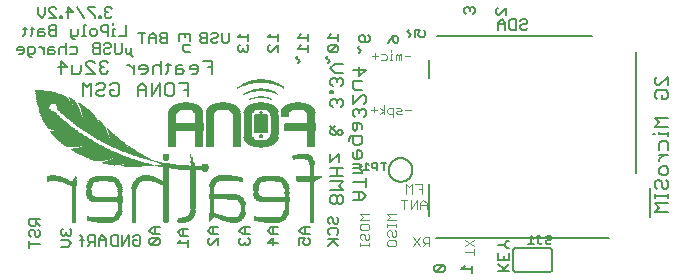
<source format=gbr>
G04 EAGLE Gerber RS-274X export*
G75*
%MOMM*%
%FSLAX34Y34*%
%LPD*%
%INSilkscreen Bottom*%
%IPPOS*%
%AMOC8*
5,1,8,0,0,1.08239X$1,22.5*%
G01*
%ADD10C,0.127000*%
%ADD11C,0.177800*%
%ADD12C,0.101600*%
%ADD13C,0.203200*%
%ADD14C,0.152400*%
%ADD15R,0.914400X0.025400*%
%ADD16R,0.508000X0.025400*%
%ADD17R,0.889000X0.025400*%
%ADD18R,0.406400X0.025400*%
%ADD19R,1.320800X0.025400*%
%ADD20R,0.736600X0.025400*%
%ADD21R,0.660400X0.025400*%
%ADD22R,1.346200X0.025400*%
%ADD23R,1.625600X0.025400*%
%ADD24R,0.939800X0.025400*%
%ADD25R,0.025400X0.025400*%
%ADD26R,0.863600X0.025400*%
%ADD27R,0.431800X0.025400*%
%ADD28R,1.600200X0.025400*%
%ADD29R,1.854200X0.025400*%
%ADD30R,1.066800X0.025400*%
%ADD31R,0.050800X0.025400*%
%ADD32R,1.828800X0.025400*%
%ADD33R,2.032000X0.025400*%
%ADD34R,1.219200X0.025400*%
%ADD35R,0.076200X0.025400*%
%ADD36R,0.990600X0.025400*%
%ADD37R,2.057400X0.025400*%
%ADD38R,2.209800X0.025400*%
%ADD39R,2.362200X0.025400*%
%ADD40R,1.447800X0.025400*%
%ADD41R,0.101600X0.025400*%
%ADD42R,1.092200X0.025400*%
%ADD43R,2.489200X0.025400*%
%ADD44R,1.574800X0.025400*%
%ADD45R,0.127000X0.025400*%
%ADD46R,1.143000X0.025400*%
%ADD47R,2.565400X0.025400*%
%ADD48R,1.676400X0.025400*%
%ADD49R,0.152400X0.025400*%
%ADD50R,1.168400X0.025400*%
%ADD51R,2.590800X0.025400*%
%ADD52R,1.752600X0.025400*%
%ADD53R,0.177800X0.025400*%
%ADD54R,1.193800X0.025400*%
%ADD55R,2.616200X0.025400*%
%ADD56R,0.203200X0.025400*%
%ADD57R,2.641600X0.025400*%
%ADD58R,1.930400X0.025400*%
%ADD59R,0.228600X0.025400*%
%ADD60R,1.244600X0.025400*%
%ADD61R,2.667000X0.025400*%
%ADD62R,0.254000X0.025400*%
%ADD63R,2.692400X0.025400*%
%ADD64R,2.108200X0.025400*%
%ADD65R,0.279400X0.025400*%
%ADD66R,2.717800X0.025400*%
%ADD67R,1.041400X0.025400*%
%ADD68R,2.743200X0.025400*%
%ADD69R,2.260600X0.025400*%
%ADD70R,0.304800X0.025400*%
%ADD71R,0.838200X0.025400*%
%ADD72R,0.685800X0.025400*%
%ADD73R,1.270000X0.025400*%
%ADD74R,0.330200X0.025400*%
%ADD75R,0.609600X0.025400*%
%ADD76R,0.355600X0.025400*%
%ADD77R,0.762000X0.025400*%
%ADD78R,0.635000X0.025400*%
%ADD79R,0.584200X0.025400*%
%ADD80R,0.381000X0.025400*%
%ADD81R,0.533400X0.025400*%
%ADD82R,0.558800X0.025400*%
%ADD83R,0.482600X0.025400*%
%ADD84R,1.117600X0.025400*%
%ADD85R,0.457200X0.025400*%
%ADD86R,0.787400X0.025400*%
%ADD87R,0.711200X0.025400*%
%ADD88R,2.413000X0.025400*%
%ADD89R,2.438400X0.025400*%
%ADD90R,2.540000X0.025400*%
%ADD91R,2.794000X0.025400*%
%ADD92R,2.819400X0.025400*%
%ADD93R,2.844800X0.025400*%
%ADD94R,2.870200X0.025400*%
%ADD95R,1.016000X0.025400*%
%ADD96R,2.895600X0.025400*%
%ADD97R,1.422400X0.025400*%
%ADD98R,2.921000X0.025400*%
%ADD99R,1.803400X0.025400*%
%ADD100R,2.946400X0.025400*%
%ADD101R,2.971800X0.025400*%
%ADD102R,2.997200X0.025400*%
%ADD103R,3.022600X0.025400*%
%ADD104R,2.768600X0.025400*%
%ADD105R,2.514600X0.025400*%
%ADD106R,2.336800X0.025400*%
%ADD107R,0.965200X0.025400*%
%ADD108R,0.812800X0.025400*%
%ADD109R,1.651000X0.025400*%
%ADD110R,1.701800X0.025400*%
%ADD111R,1.727200X0.025400*%
%ADD112R,2.159000X0.025400*%
%ADD113R,1.778000X0.025400*%
%ADD114R,2.082800X0.025400*%
%ADD115R,2.463800X0.025400*%
%ADD116R,2.006600X0.025400*%
%ADD117R,1.905000X0.025400*%
%ADD118R,2.286000X0.025400*%
%ADD119R,1.955800X0.025400*%
%ADD120R,2.235200X0.025400*%
%ADD121R,1.524000X0.025400*%
%ADD122R,1.981200X0.025400*%
%ADD123R,2.184400X0.025400*%
%ADD124R,1.473200X0.025400*%
%ADD125R,1.397000X0.025400*%
%ADD126R,2.387600X0.025400*%
%ADD127R,1.879600X0.025400*%
%ADD128R,1.295400X0.025400*%
%ADD129R,1.549400X0.025400*%
%ADD130R,1.371600X0.025400*%
%ADD131R,3.200400X0.025400*%
%ADD132R,3.378200X0.025400*%
%ADD133R,3.835400X0.025400*%
%ADD134R,3.987800X0.025400*%
%ADD135R,4.089400X0.025400*%
%ADD136R,4.216400X0.025400*%
%ADD137R,2.311400X0.025400*%
%ADD138R,3.225800X0.025400*%
%ADD139R,3.479800X0.025400*%
%ADD140R,3.454400X0.025400*%
%ADD141R,1.498600X0.025400*%
%ADD142R,3.429000X0.025400*%
%ADD143R,3.403600X0.025400*%
%ADD144R,3.352800X0.025400*%
%ADD145R,3.327400X0.025400*%
%ADD146R,3.302000X0.025400*%
%ADD147R,3.276600X0.025400*%
%ADD148R,3.251200X0.025400*%
%ADD149R,3.175000X0.025400*%
%ADD150R,2.133600X0.025400*%
%ADD151R,0.368300X0.012700*%
%ADD152R,0.673100X0.012700*%
%ADD153R,0.850900X0.012700*%
%ADD154R,1.003300X0.012700*%
%ADD155R,1.117600X0.012700*%
%ADD156R,1.231900X0.012700*%
%ADD157R,0.571500X0.012700*%
%ADD158R,1.308100X0.012700*%
%ADD159R,0.647700X0.012700*%
%ADD160R,1.409700X0.012700*%
%ADD161R,0.635000X0.012700*%
%ADD162R,1.485900X0.012700*%
%ADD163R,0.698500X0.012700*%
%ADD164R,1.562100X0.012700*%
%ADD165R,1.612900X0.012700*%
%ADD166R,0.711200X0.012700*%
%ADD167R,1.689100X0.012700*%
%ADD168R,1.739900X0.012700*%
%ADD169R,1.803400X0.012700*%
%ADD170R,1.854200X0.012700*%
%ADD171R,1.905000X0.012700*%
%ADD172R,1.943100X0.012700*%
%ADD173R,1.993900X0.012700*%
%ADD174R,2.044700X0.012700*%
%ADD175R,2.070100X0.012700*%
%ADD176R,2.120900X0.012700*%
%ADD177R,2.146300X0.012700*%
%ADD178R,2.197100X0.012700*%
%ADD179R,2.222500X0.012700*%
%ADD180R,2.247900X0.012700*%
%ADD181R,2.298700X0.012700*%
%ADD182R,2.324100X0.012700*%
%ADD183R,2.349500X0.012700*%
%ADD184R,2.374900X0.012700*%
%ADD185R,2.400300X0.012700*%
%ADD186R,2.425700X0.012700*%
%ADD187R,2.451100X0.012700*%
%ADD188R,2.476500X0.012700*%
%ADD189R,2.501900X0.012700*%
%ADD190R,2.527300X0.012700*%
%ADD191R,2.552700X0.012700*%
%ADD192R,2.578100X0.012700*%
%ADD193R,2.590800X0.012700*%
%ADD194R,2.603500X0.012700*%
%ADD195R,2.628900X0.012700*%
%ADD196R,2.654300X0.012700*%
%ADD197R,2.679700X0.012700*%
%ADD198R,1.155700X0.012700*%
%ADD199R,1.168400X0.012700*%
%ADD200R,1.066800X0.012700*%
%ADD201R,1.016000X0.012700*%
%ADD202R,0.977900X0.012700*%
%ADD203R,0.965200X0.012700*%
%ADD204R,0.939800X0.012700*%
%ADD205R,0.927100X0.012700*%
%ADD206R,0.914400X0.012700*%
%ADD207R,0.901700X0.012700*%
%ADD208R,0.889000X0.012700*%
%ADD209R,0.876300X0.012700*%
%ADD210R,0.863600X0.012700*%
%ADD211R,0.838200X0.012700*%
%ADD212R,0.812800X0.012700*%
%ADD213R,0.825500X0.012700*%
%ADD214R,0.800100X0.012700*%
%ADD215R,0.787400X0.012700*%
%ADD216R,0.774700X0.012700*%
%ADD217R,0.762000X0.012700*%
%ADD218R,0.088900X0.012700*%
%ADD219R,0.165100X0.012700*%
%ADD220R,0.749300X0.012700*%
%ADD221R,0.190500X0.012700*%
%ADD222R,0.215900X0.012700*%
%ADD223R,0.241300X0.012700*%
%ADD224R,0.266700X0.012700*%
%ADD225R,0.736600X0.012700*%
%ADD226R,0.279400X0.012700*%
%ADD227R,0.292100X0.012700*%
%ADD228R,0.723900X0.012700*%
%ADD229R,0.114300X0.012700*%
%ADD230R,1.079500X0.012700*%
%ADD231R,1.130300X0.012700*%
%ADD232R,1.181100X0.012700*%
%ADD233R,1.206500X0.012700*%
%ADD234R,2.984500X0.012700*%
%ADD235R,2.616200X0.012700*%
%ADD236R,2.565400X0.012700*%
%ADD237R,0.584200X0.012700*%
%ADD238R,1.054100X0.012700*%
%ADD239R,0.203200X0.012700*%
%ADD240R,0.990600X0.012700*%
%ADD241R,1.041400X0.012700*%
%ADD242R,1.028700X0.012700*%
%ADD243R,1.295400X0.012700*%
%ADD244R,2.667000X0.012700*%
%ADD245R,2.641600X0.012700*%
%ADD246R,2.540000X0.012700*%
%ADD247R,2.514600X0.012700*%
%ADD248R,2.489200X0.012700*%
%ADD249R,2.463800X0.012700*%
%ADD250R,2.438400X0.012700*%
%ADD251R,2.413000X0.012700*%
%ADD252R,2.387600X0.012700*%
%ADD253R,2.362200X0.012700*%
%ADD254R,2.336800X0.012700*%
%ADD255R,2.311400X0.012700*%
%ADD256R,2.273300X0.012700*%
%ADD257R,2.260600X0.012700*%
%ADD258R,2.235200X0.012700*%
%ADD259R,2.209800X0.012700*%
%ADD260R,2.171700X0.012700*%
%ADD261R,2.159000X0.012700*%
%ADD262R,2.133600X0.012700*%
%ADD263R,2.095500X0.012700*%
%ADD264R,2.057400X0.012700*%
%ADD265R,2.019300X0.012700*%
%ADD266R,2.006600X0.012700*%
%ADD267R,1.968500X0.012700*%
%ADD268R,1.930400X0.012700*%
%ADD269R,1.917700X0.012700*%
%ADD270R,1.879600X0.012700*%
%ADD271R,1.866900X0.012700*%
%ADD272R,1.828800X0.012700*%
%ADD273R,1.816100X0.012700*%
%ADD274R,1.778000X0.012700*%
%ADD275R,1.765300X0.012700*%
%ADD276R,1.714500X0.012700*%
%ADD277R,1.701800X0.012700*%
%ADD278R,1.651000X0.012700*%
%ADD279R,1.638300X0.012700*%
%ADD280R,1.587500X0.012700*%
%ADD281R,1.574800X0.012700*%
%ADD282R,1.511300X0.012700*%
%ADD283R,1.498600X0.012700*%
%ADD284R,1.435100X0.012700*%
%ADD285R,1.422400X0.012700*%
%ADD286R,1.358900X0.012700*%
%ADD287R,1.346200X0.012700*%
%ADD288R,1.270000X0.012700*%
%ADD289R,1.257300X0.012700*%
%ADD290R,0.508000X0.012700*%
%ADD291R,0.495300X0.012700*%
%ADD292R,0.025400X0.012700*%
%ADD293R,0.038100X0.012700*%
%ADD294R,0.050800X0.012700*%
%ADD295R,0.063500X0.012700*%
%ADD296R,0.076200X0.012700*%
%ADD297R,0.101600X0.012700*%
%ADD298R,0.127000X0.012700*%
%ADD299R,0.139700X0.012700*%
%ADD300R,0.177800X0.012700*%
%ADD301R,0.228600X0.012700*%
%ADD302R,0.381000X0.012700*%
%ADD303R,0.952500X0.012700*%
%ADD304R,0.342900X0.012700*%
%ADD305R,0.012700X0.012700*%
%ADD306R,0.152400X0.012700*%
%ADD307R,0.304800X0.012700*%
%ADD308R,0.317500X0.012700*%
%ADD309R,0.355600X0.012700*%
%ADD310R,0.393700X0.012700*%
%ADD311R,0.431800X0.012700*%
%ADD312R,0.482600X0.012700*%
%ADD313R,0.558800X0.012700*%
%ADD314R,0.660400X0.012700*%
%ADD315R,1.473200X0.012700*%
%ADD316R,1.384300X0.012700*%
%ADD317R,0.419100X0.012700*%
%ADD318R,0.254000X0.012700*%
%ADD319R,0.330200X0.012700*%
%ADD320R,0.406400X0.012700*%
%ADD321R,0.457200X0.012700*%
%ADD322R,0.469900X0.012700*%
%ADD323R,0.520700X0.012700*%
%ADD324R,0.533400X0.012700*%
%ADD325R,0.596900X0.012700*%
%ADD326R,1.092200X0.012700*%
%ADD327R,1.981200X0.012700*%
%ADD328R,1.536700X0.012700*%


D10*
X474826Y213790D02*
X476309Y215273D01*
X479275Y215273D01*
X480758Y213790D01*
X480758Y212307D01*
X479275Y210824D01*
X476309Y210824D01*
X474826Y209341D01*
X474826Y207858D01*
X476309Y206375D01*
X479275Y206375D01*
X480758Y207858D01*
X471403Y206375D02*
X471403Y215273D01*
X471403Y206375D02*
X466954Y206375D01*
X465471Y207858D01*
X465471Y213790D01*
X466954Y215273D01*
X471403Y215273D01*
X462047Y212307D02*
X462047Y206375D01*
X462047Y212307D02*
X459082Y215273D01*
X456116Y212307D01*
X456116Y206375D01*
X456116Y210824D02*
X462047Y210824D01*
X462915Y219091D02*
X462915Y225023D01*
X456983Y219091D01*
X455500Y219091D01*
X454017Y220574D01*
X454017Y223540D01*
X455500Y225023D01*
X456057Y2350D02*
X464955Y2350D01*
X459023Y2350D02*
X464955Y8282D01*
X460506Y3833D02*
X456057Y8282D01*
X464955Y11705D02*
X464955Y17637D01*
X464955Y11705D02*
X456057Y11705D01*
X456057Y17637D01*
X460506Y14671D02*
X460506Y11705D01*
X463472Y21061D02*
X464955Y21061D01*
X463472Y21061D02*
X460506Y24026D01*
X463472Y26992D01*
X464955Y26992D01*
X460506Y24026D02*
X456057Y24026D01*
X434770Y219477D02*
X436253Y220960D01*
X436253Y223926D01*
X434770Y225409D01*
X433287Y225409D01*
X431804Y223926D01*
X431804Y222443D01*
X431804Y223926D02*
X430321Y225409D01*
X428838Y225409D01*
X427355Y223926D01*
X427355Y220960D01*
X428838Y219477D01*
X409370Y1037D02*
X403438Y1037D01*
X409370Y1037D02*
X410853Y2520D01*
X410853Y5486D01*
X409370Y6969D01*
X403438Y6969D01*
X401955Y5486D01*
X401955Y2520D01*
X403438Y1037D01*
X409370Y6969D01*
X424807Y3617D02*
X427773Y6583D01*
X424807Y3617D02*
X433705Y3617D01*
X433705Y6583D02*
X433705Y651D01*
D11*
X599821Y159218D02*
X599821Y166505D01*
X592533Y159218D01*
X590712Y159218D01*
X588890Y161040D01*
X588890Y164684D01*
X590712Y166505D01*
X588890Y149346D02*
X590712Y147524D01*
X588890Y149346D02*
X588890Y152990D01*
X590712Y154812D01*
X597999Y154812D01*
X599821Y152990D01*
X599821Y149346D01*
X597999Y147524D01*
X594355Y147524D01*
X594355Y151168D01*
X599821Y131424D02*
X588890Y131424D01*
X592533Y127780D01*
X588890Y124136D01*
X599821Y124136D01*
X592533Y119730D02*
X592533Y117908D01*
X599821Y117908D01*
X599821Y119730D02*
X599821Y116086D01*
X588890Y117908D02*
X587068Y117908D01*
X592533Y110112D02*
X592533Y104646D01*
X592533Y110112D02*
X594355Y111934D01*
X597999Y111934D01*
X599821Y110112D01*
X599821Y104646D01*
X599821Y100240D02*
X592533Y100240D01*
X596177Y100240D02*
X592533Y96596D01*
X592533Y94774D01*
X599821Y88673D02*
X599821Y85029D01*
X597999Y83207D01*
X594355Y83207D01*
X592533Y85029D01*
X592533Y88673D01*
X594355Y90495D01*
X597999Y90495D01*
X599821Y88673D01*
X588890Y73335D02*
X590712Y71513D01*
X588890Y73335D02*
X588890Y76979D01*
X590712Y78801D01*
X592533Y78801D01*
X594355Y76979D01*
X594355Y73335D01*
X596177Y71513D01*
X597999Y71513D01*
X599821Y73335D01*
X599821Y76979D01*
X597999Y78801D01*
X599821Y67107D02*
X599821Y63463D01*
X599821Y65285D02*
X588890Y65285D01*
X588890Y67107D02*
X588890Y63463D01*
X588890Y59311D02*
X599821Y59311D01*
X592533Y55667D02*
X588890Y59311D01*
X592533Y55667D02*
X588890Y52023D01*
X599821Y52023D01*
D10*
X128628Y223950D02*
X127145Y225433D01*
X124179Y225433D01*
X122696Y223950D01*
X122696Y222467D01*
X124179Y220984D01*
X125662Y220984D01*
X124179Y220984D02*
X122696Y219501D01*
X122696Y218018D01*
X124179Y216535D01*
X127145Y216535D01*
X128628Y218018D01*
X119273Y218018D02*
X119273Y216535D01*
X119273Y218018D02*
X117790Y218018D01*
X117790Y216535D01*
X119273Y216535D01*
X114595Y225433D02*
X108664Y225433D01*
X108664Y223950D01*
X114595Y218018D01*
X114595Y216535D01*
X105240Y216535D02*
X99309Y225433D01*
X91436Y225433D02*
X91436Y216535D01*
X95885Y220984D02*
X91436Y225433D01*
X89953Y220984D02*
X95885Y220984D01*
X86530Y218018D02*
X86530Y216535D01*
X86530Y218018D02*
X85047Y218018D01*
X85047Y216535D01*
X86530Y216535D01*
X81852Y216535D02*
X75921Y216535D01*
X81852Y216535D02*
X75921Y222467D01*
X75921Y223950D01*
X77403Y225433D01*
X80369Y225433D01*
X81852Y223950D01*
X72497Y225433D02*
X72497Y219501D01*
X69531Y216535D01*
X66565Y219501D01*
X66565Y225433D01*
X141102Y210193D02*
X141102Y201295D01*
X135170Y201295D01*
X131747Y207227D02*
X130264Y207227D01*
X130264Y201295D01*
X131747Y201295D02*
X128781Y201295D01*
X130264Y210193D02*
X130264Y211676D01*
X125510Y210193D02*
X125510Y201295D01*
X125510Y210193D02*
X121061Y210193D01*
X119578Y208710D01*
X119578Y205744D01*
X121061Y204261D01*
X125510Y204261D01*
X114672Y201295D02*
X111706Y201295D01*
X110223Y202778D01*
X110223Y205744D01*
X111706Y207227D01*
X114672Y207227D01*
X116155Y205744D01*
X116155Y202778D01*
X114672Y201295D01*
X106799Y210193D02*
X105317Y210193D01*
X105317Y201295D01*
X106799Y201295D02*
X103834Y201295D01*
X100563Y202778D02*
X100563Y207227D01*
X100563Y202778D02*
X99080Y201295D01*
X94631Y201295D01*
X94631Y199812D02*
X94631Y207227D01*
X94631Y199812D02*
X96114Y198329D01*
X97597Y198329D01*
X81852Y201295D02*
X81852Y210193D01*
X77404Y210193D01*
X75921Y208710D01*
X75921Y207227D01*
X77404Y205744D01*
X75921Y204261D01*
X75921Y202778D01*
X77404Y201295D01*
X81852Y201295D01*
X81852Y205744D02*
X77404Y205744D01*
X71014Y207227D02*
X68048Y207227D01*
X66565Y205744D01*
X66565Y201295D01*
X71014Y201295D01*
X72497Y202778D01*
X71014Y204261D01*
X66565Y204261D01*
X61659Y202778D02*
X61659Y208710D01*
X61659Y202778D02*
X60176Y201295D01*
X60176Y207227D02*
X63142Y207227D01*
X55422Y208710D02*
X55422Y202778D01*
X53939Y201295D01*
X53939Y207227D02*
X56905Y207227D01*
X145076Y190504D02*
X145076Y187538D01*
X143593Y186055D01*
X142110Y186055D01*
X140627Y187538D01*
X140627Y190504D01*
X145076Y187538D02*
X145076Y184572D01*
X146559Y183089D01*
X137204Y187538D02*
X137204Y194953D01*
X137204Y187538D02*
X135721Y186055D01*
X132755Y186055D01*
X131272Y187538D01*
X131272Y194953D01*
X123400Y194953D02*
X121917Y193470D01*
X123400Y194953D02*
X126366Y194953D01*
X127849Y193470D01*
X127849Y191987D01*
X126366Y190504D01*
X123400Y190504D01*
X121917Y189021D01*
X121917Y187538D01*
X123400Y186055D01*
X126366Y186055D01*
X127849Y187538D01*
X118493Y186055D02*
X118493Y194953D01*
X114045Y194953D01*
X112562Y193470D01*
X112562Y191987D01*
X114045Y190504D01*
X112562Y189021D01*
X112562Y187538D01*
X114045Y186055D01*
X118493Y186055D01*
X118493Y190504D02*
X114045Y190504D01*
X98300Y191987D02*
X93851Y191987D01*
X98300Y191987D02*
X99783Y190504D01*
X99783Y187538D01*
X98300Y186055D01*
X93851Y186055D01*
X90428Y186055D02*
X90428Y194953D01*
X88945Y191987D02*
X90428Y190504D01*
X88945Y191987D02*
X85979Y191987D01*
X84496Y190504D01*
X84496Y186055D01*
X79590Y191987D02*
X76624Y191987D01*
X75141Y190504D01*
X75141Y186055D01*
X79590Y186055D01*
X81073Y187538D01*
X79590Y189021D01*
X75141Y189021D01*
X71717Y186055D02*
X71717Y191987D01*
X68752Y191987D02*
X71717Y189021D01*
X68752Y191987D02*
X67269Y191987D01*
X60956Y183089D02*
X59473Y183089D01*
X57990Y184572D01*
X57990Y191987D01*
X62439Y191987D01*
X63922Y190504D01*
X63922Y187538D01*
X62439Y186055D01*
X57990Y186055D01*
X53083Y186055D02*
X50118Y186055D01*
X53083Y186055D02*
X54566Y187538D01*
X54566Y190504D01*
X53083Y191987D01*
X50118Y191987D01*
X48635Y190504D01*
X48635Y189021D01*
X54566Y189021D01*
D11*
X213671Y180095D02*
X213671Y169164D01*
X213671Y180095D02*
X206384Y180095D01*
X210028Y174630D02*
X213671Y174630D01*
X200156Y169164D02*
X196512Y169164D01*
X200156Y169164D02*
X201978Y170986D01*
X201978Y174630D01*
X200156Y176452D01*
X196512Y176452D01*
X194690Y174630D01*
X194690Y172808D01*
X201978Y172808D01*
X188462Y176452D02*
X184818Y176452D01*
X182996Y174630D01*
X182996Y169164D01*
X188462Y169164D01*
X190284Y170986D01*
X188462Y172808D01*
X182996Y172808D01*
X176768Y170986D02*
X176768Y178273D01*
X176768Y170986D02*
X174946Y169164D01*
X174946Y176452D02*
X178590Y176452D01*
X170794Y180095D02*
X170794Y169164D01*
X170794Y174630D02*
X168972Y176452D01*
X165328Y176452D01*
X163506Y174630D01*
X163506Y169164D01*
X157278Y169164D02*
X153634Y169164D01*
X157278Y169164D02*
X159100Y170986D01*
X159100Y174630D01*
X157278Y176452D01*
X153634Y176452D01*
X151812Y174630D01*
X151812Y172808D01*
X159100Y172808D01*
X147406Y169164D02*
X147406Y176452D01*
X147406Y172808D02*
X143762Y176452D01*
X141940Y176452D01*
X125967Y178273D02*
X124145Y180095D01*
X120501Y180095D01*
X118679Y178273D01*
X118679Y176452D01*
X120501Y174630D01*
X122323Y174630D01*
X120501Y174630D02*
X118679Y172808D01*
X118679Y170986D01*
X120501Y169164D01*
X124145Y169164D01*
X125967Y170986D01*
X114273Y169164D02*
X106985Y169164D01*
X114273Y169164D02*
X106985Y176452D01*
X106985Y178273D01*
X108807Y180095D01*
X112451Y180095D01*
X114273Y178273D01*
X102579Y176452D02*
X102579Y170986D01*
X100757Y169164D01*
X95291Y169164D01*
X95291Y176452D01*
X85419Y180095D02*
X85419Y169164D01*
X90885Y174630D02*
X85419Y180095D01*
X83597Y174630D02*
X90885Y174630D01*
X193207Y161045D02*
X193207Y150114D01*
X193207Y161045D02*
X185919Y161045D01*
X189563Y155580D02*
X193207Y155580D01*
X179691Y161045D02*
X176047Y161045D01*
X179691Y161045D02*
X181513Y159223D01*
X181513Y151936D01*
X179691Y150114D01*
X176047Y150114D01*
X174225Y151936D01*
X174225Y159223D01*
X176047Y161045D01*
X169819Y161045D02*
X169819Y150114D01*
X162532Y150114D02*
X169819Y161045D01*
X162532Y161045D02*
X162532Y150114D01*
X158125Y150114D02*
X158125Y157402D01*
X154481Y161045D01*
X150838Y157402D01*
X150838Y150114D01*
X150838Y155580D02*
X158125Y155580D01*
X129271Y161045D02*
X127450Y159223D01*
X129271Y161045D02*
X132915Y161045D01*
X134737Y159223D01*
X134737Y151936D01*
X132915Y150114D01*
X129271Y150114D01*
X127450Y151936D01*
X127450Y155580D01*
X131093Y155580D01*
X117578Y161045D02*
X115756Y159223D01*
X117578Y161045D02*
X121221Y161045D01*
X123043Y159223D01*
X123043Y157402D01*
X121221Y155580D01*
X117578Y155580D01*
X115756Y153758D01*
X115756Y151936D01*
X117578Y150114D01*
X121221Y150114D01*
X123043Y151936D01*
X111349Y150114D02*
X111349Y161045D01*
X107705Y157402D01*
X104062Y161045D01*
X104062Y150114D01*
X332994Y61799D02*
X340282Y61799D01*
X343925Y65443D01*
X340282Y69087D01*
X332994Y69087D01*
X338460Y69087D02*
X338460Y61799D01*
X332994Y77137D02*
X343925Y77137D01*
X343925Y73493D02*
X343925Y80781D01*
X340282Y85187D02*
X332994Y85187D01*
X340282Y85187D02*
X340282Y87009D01*
X338460Y88831D01*
X332994Y88831D01*
X338460Y88831D02*
X340282Y90653D01*
X338460Y92475D01*
X332994Y92475D01*
X332994Y98703D02*
X332994Y102347D01*
X332994Y98703D02*
X334816Y96881D01*
X338460Y96881D01*
X340282Y98703D01*
X340282Y102347D01*
X338460Y104168D01*
X336638Y104168D01*
X336638Y96881D01*
X329350Y112219D02*
X329350Y114041D01*
X331172Y115862D01*
X340282Y115862D01*
X340282Y110397D01*
X338460Y108575D01*
X334816Y108575D01*
X332994Y110397D01*
X332994Y115862D01*
X340282Y122091D02*
X340282Y125735D01*
X338460Y127556D01*
X332994Y127556D01*
X332994Y122091D01*
X334816Y120269D01*
X336638Y122091D01*
X336638Y127556D01*
X342103Y131963D02*
X343925Y133785D01*
X343925Y137429D01*
X342103Y139250D01*
X340282Y139250D01*
X338460Y137429D01*
X338460Y135607D01*
X338460Y137429D02*
X336638Y139250D01*
X334816Y139250D01*
X332994Y137429D01*
X332994Y133785D01*
X334816Y131963D01*
X332994Y143657D02*
X332994Y150944D01*
X332994Y143657D02*
X340282Y150944D01*
X342103Y150944D01*
X343925Y149122D01*
X343925Y145479D01*
X342103Y143657D01*
X340282Y155351D02*
X334816Y155351D01*
X332994Y157173D01*
X332994Y162638D01*
X340282Y162638D01*
X343925Y172510D02*
X332994Y172510D01*
X338460Y167045D02*
X343925Y172510D01*
X338460Y174332D02*
X338460Y167045D01*
X324875Y60697D02*
X323053Y58876D01*
X324875Y60697D02*
X324875Y64341D01*
X323053Y66163D01*
X321232Y66163D01*
X319410Y64341D01*
X317588Y66163D01*
X315766Y66163D01*
X313944Y64341D01*
X313944Y60697D01*
X315766Y58876D01*
X317588Y58876D01*
X319410Y60697D01*
X321232Y58876D01*
X323053Y58876D01*
X319410Y60697D02*
X319410Y64341D01*
X324875Y70570D02*
X313944Y70570D01*
X321232Y74213D02*
X324875Y70570D01*
X321232Y74213D02*
X324875Y77857D01*
X313944Y77857D01*
X313944Y82263D02*
X324875Y82263D01*
X319410Y82263D02*
X319410Y89551D01*
X324875Y89551D02*
X313944Y89551D01*
X321232Y93957D02*
X321232Y101245D01*
X313944Y93957D01*
X313944Y101245D01*
X313944Y120989D02*
X317588Y124633D01*
X313944Y120989D02*
X313944Y119167D01*
X315766Y117345D01*
X317588Y117345D01*
X321232Y120989D01*
X323053Y120989D01*
X324875Y119167D01*
X323053Y117345D01*
X321232Y117345D01*
X313944Y124633D01*
X323053Y140733D02*
X324875Y142555D01*
X324875Y146199D01*
X323053Y148021D01*
X321232Y148021D01*
X319410Y146199D01*
X319410Y144377D01*
X319410Y146199D02*
X317588Y148021D01*
X315766Y148021D01*
X313944Y146199D01*
X313944Y142555D01*
X315766Y140733D01*
X315766Y152427D02*
X313944Y152427D01*
X315766Y152427D02*
X315766Y154249D01*
X313944Y154249D01*
X313944Y152427D01*
X323053Y158274D02*
X324875Y160096D01*
X324875Y163740D01*
X323053Y165562D01*
X321232Y165562D01*
X319410Y163740D01*
X319410Y161918D01*
X319410Y163740D02*
X317588Y165562D01*
X315766Y165562D01*
X313944Y163740D01*
X313944Y160096D01*
X315766Y158274D01*
X317588Y169968D02*
X324875Y169968D01*
X317588Y169968D02*
X313944Y173612D01*
X317588Y177256D01*
X324875Y177256D01*
D10*
X228028Y196428D02*
X228028Y203843D01*
X228028Y196428D02*
X226545Y194945D01*
X223579Y194945D01*
X222096Y196428D01*
X222096Y203843D01*
X214224Y203843D02*
X212741Y202360D01*
X214224Y203843D02*
X217190Y203843D01*
X218673Y202360D01*
X218673Y200877D01*
X217190Y199394D01*
X214224Y199394D01*
X212741Y197911D01*
X212741Y196428D01*
X214224Y194945D01*
X217190Y194945D01*
X218673Y196428D01*
X209317Y194945D02*
X209317Y203843D01*
X204869Y203843D01*
X203386Y202360D01*
X203386Y200877D01*
X204869Y199394D01*
X203386Y197911D01*
X203386Y196428D01*
X204869Y194945D01*
X209317Y194945D01*
X209317Y199394D02*
X204869Y199394D01*
X235577Y200064D02*
X238543Y203030D01*
X235577Y200064D02*
X244475Y200064D01*
X244475Y203030D02*
X244475Y197098D01*
X237060Y193675D02*
X235577Y192192D01*
X235577Y189226D01*
X237060Y187743D01*
X238543Y187743D01*
X240026Y189226D01*
X240026Y190709D01*
X240026Y189226D02*
X241509Y187743D01*
X242992Y187743D01*
X244475Y189226D01*
X244475Y192192D01*
X242992Y193675D01*
X385437Y200041D02*
X385437Y205973D01*
X389886Y205973D01*
X388403Y203007D01*
X388403Y201524D01*
X389886Y200041D01*
X392852Y200041D01*
X394335Y201524D01*
X394335Y204490D01*
X392852Y205973D01*
X289343Y202628D02*
X286377Y199662D01*
X295275Y199662D01*
X295275Y202628D02*
X295275Y196696D01*
X289343Y193273D02*
X286377Y190307D01*
X295275Y190307D01*
X295275Y193273D02*
X295275Y187341D01*
X286377Y183917D02*
X284894Y182435D01*
X287860Y179469D01*
X286377Y177986D01*
X311777Y199662D02*
X314743Y202628D01*
X311777Y199662D02*
X320675Y199662D01*
X320675Y202628D02*
X320675Y196696D01*
X319192Y193273D02*
X313260Y193273D01*
X311777Y191790D01*
X311777Y188824D01*
X313260Y187341D01*
X319192Y187341D01*
X320675Y188824D01*
X320675Y191790D01*
X319192Y193273D01*
X313260Y187341D01*
X311777Y183917D02*
X310294Y182435D01*
X313260Y179469D01*
X311777Y177986D01*
X345862Y201760D02*
X347345Y200277D01*
X347345Y197311D01*
X345862Y195828D01*
X339930Y195828D01*
X338447Y197311D01*
X338447Y200277D01*
X339930Y201760D01*
X341413Y201760D01*
X342896Y200277D01*
X342896Y195828D01*
X338447Y192405D02*
X336964Y190922D01*
X339930Y187956D01*
X338447Y186473D01*
X175958Y194945D02*
X175958Y203843D01*
X171509Y203843D01*
X170026Y202360D01*
X170026Y200877D01*
X171509Y199394D01*
X170026Y197911D01*
X170026Y196428D01*
X171509Y194945D01*
X175958Y194945D01*
X175958Y199394D02*
X171509Y199394D01*
X166603Y200877D02*
X166603Y194945D01*
X166603Y200877D02*
X163637Y203843D01*
X160671Y200877D01*
X160671Y194945D01*
X160671Y199394D02*
X166603Y199394D01*
X154282Y194945D02*
X154282Y203843D01*
X157247Y203843D02*
X151316Y203843D01*
X260977Y200064D02*
X263943Y203030D01*
X260977Y200064D02*
X269875Y200064D01*
X269875Y203030D02*
X269875Y197098D01*
X269875Y193675D02*
X269875Y187743D01*
X269875Y193675D02*
X263943Y187743D01*
X262460Y187743D01*
X260977Y189226D01*
X260977Y192192D01*
X262460Y193675D01*
X362577Y194961D02*
X364060Y197927D01*
X367026Y200893D01*
X369992Y200893D01*
X371475Y199410D01*
X371475Y196444D01*
X369992Y194961D01*
X368509Y194961D01*
X367026Y196444D01*
X367026Y200893D01*
X186047Y203030D02*
X186047Y197098D01*
X186047Y203030D02*
X194945Y203030D01*
X194945Y197098D01*
X190496Y200064D02*
X190496Y203030D01*
X189013Y193675D02*
X194945Y193675D01*
X189013Y193675D02*
X189013Y189226D01*
X190496Y187743D01*
X194945Y187743D01*
X380373Y200427D02*
X381856Y201910D01*
X378890Y204876D01*
X380373Y206359D01*
X462915Y219091D02*
X462915Y225023D01*
X456983Y219091D01*
X455500Y219091D01*
X454017Y220574D01*
X454017Y223540D01*
X455500Y225023D01*
X67945Y46418D02*
X59047Y46418D01*
X59047Y41969D01*
X60530Y40486D01*
X63496Y40486D01*
X64979Y41969D01*
X64979Y46418D01*
X64979Y43452D02*
X67945Y40486D01*
X59047Y32614D02*
X60530Y31131D01*
X59047Y32614D02*
X59047Y35580D01*
X60530Y37063D01*
X62013Y37063D01*
X63496Y35580D01*
X63496Y32614D01*
X64979Y31131D01*
X66462Y31131D01*
X67945Y32614D01*
X67945Y35580D01*
X66462Y37063D01*
X67945Y24742D02*
X59047Y24742D01*
X59047Y27707D02*
X59047Y21776D01*
X123599Y23495D02*
X123599Y29427D01*
X120633Y32393D01*
X117667Y29427D01*
X117667Y23495D01*
X117667Y27944D02*
X123599Y27944D01*
X114243Y23495D02*
X114243Y32393D01*
X109795Y32393D01*
X108312Y30910D01*
X108312Y27944D01*
X109795Y26461D01*
X114243Y26461D01*
X111278Y26461D02*
X108312Y23495D01*
X103405Y23495D02*
X103405Y30910D01*
X101922Y32393D01*
X101922Y27944D02*
X104888Y27944D01*
X87200Y37930D02*
X85717Y36447D01*
X85717Y33481D01*
X87200Y31998D01*
X88683Y31998D01*
X90166Y33481D01*
X90166Y34964D01*
X90166Y33481D02*
X91649Y31998D01*
X93132Y31998D01*
X94615Y33481D01*
X94615Y36447D01*
X93132Y37930D01*
X91649Y28575D02*
X85717Y28575D01*
X91649Y28575D02*
X94615Y25609D01*
X91649Y22643D01*
X85717Y22643D01*
X290613Y39200D02*
X296545Y39200D01*
X290613Y39200D02*
X287647Y36234D01*
X290613Y33268D01*
X296545Y33268D01*
X292096Y33268D02*
X292096Y39200D01*
X287647Y29845D02*
X287647Y23913D01*
X287647Y29845D02*
X292096Y29845D01*
X290613Y26879D01*
X290613Y25396D01*
X292096Y23913D01*
X295062Y23913D01*
X296545Y25396D01*
X296545Y28362D01*
X295062Y29845D01*
X269875Y39200D02*
X263943Y39200D01*
X260977Y36234D01*
X263943Y33268D01*
X269875Y33268D01*
X265426Y33268D02*
X265426Y39200D01*
X269875Y25396D02*
X260977Y25396D01*
X265426Y29845D01*
X265426Y23913D01*
X245745Y39200D02*
X239813Y39200D01*
X236847Y36234D01*
X239813Y33268D01*
X245745Y33268D01*
X241296Y33268D02*
X241296Y39200D01*
X238330Y29845D02*
X236847Y28362D01*
X236847Y25396D01*
X238330Y23913D01*
X239813Y23913D01*
X241296Y25396D01*
X241296Y26879D01*
X241296Y25396D02*
X242779Y23913D01*
X244262Y23913D01*
X245745Y25396D01*
X245745Y28362D01*
X244262Y29845D01*
X219075Y39200D02*
X213143Y39200D01*
X210177Y36234D01*
X213143Y33268D01*
X219075Y33268D01*
X214626Y33268D02*
X214626Y39200D01*
X219075Y29845D02*
X219075Y23913D01*
X219075Y29845D02*
X213143Y23913D01*
X211660Y23913D01*
X210177Y25396D01*
X210177Y28362D01*
X211660Y29845D01*
X193675Y37930D02*
X187743Y37930D01*
X184777Y34964D01*
X187743Y31998D01*
X193675Y31998D01*
X189226Y31998D02*
X189226Y37930D01*
X187743Y28575D02*
X184777Y25609D01*
X193675Y25609D01*
X193675Y28575D02*
X193675Y22643D01*
X169545Y39200D02*
X163613Y39200D01*
X160647Y36234D01*
X163613Y33268D01*
X169545Y33268D01*
X165096Y33268D02*
X165096Y39200D01*
X168062Y29845D02*
X162130Y29845D01*
X160647Y28362D01*
X160647Y25396D01*
X162130Y23913D01*
X168062Y23913D01*
X169545Y25396D01*
X169545Y28362D01*
X168062Y29845D01*
X162130Y23913D01*
X311777Y43239D02*
X313260Y41756D01*
X311777Y43239D02*
X311777Y46205D01*
X313260Y47688D01*
X314743Y47688D01*
X316226Y46205D01*
X316226Y43239D01*
X317709Y41756D01*
X319192Y41756D01*
X320675Y43239D01*
X320675Y46205D01*
X319192Y47688D01*
X311777Y33884D02*
X313260Y32401D01*
X311777Y33884D02*
X311777Y36850D01*
X313260Y38333D01*
X319192Y38333D01*
X320675Y36850D01*
X320675Y33884D01*
X319192Y32401D01*
X320675Y28977D02*
X311777Y28977D01*
X311777Y23046D02*
X317709Y28977D01*
X316226Y27495D02*
X320675Y23046D01*
D12*
X338956Y50059D02*
X346837Y50059D01*
X341583Y47432D02*
X338956Y50059D01*
X341583Y47432D02*
X338956Y44805D01*
X346837Y44805D01*
X338956Y40560D02*
X338956Y37933D01*
X338956Y40560D02*
X340270Y41874D01*
X345524Y41874D01*
X346837Y40560D01*
X346837Y37933D01*
X345524Y36620D01*
X340270Y36620D01*
X338956Y37933D01*
X338956Y29747D02*
X340270Y28434D01*
X338956Y29747D02*
X338956Y32374D01*
X340270Y33688D01*
X341583Y33688D01*
X342897Y32374D01*
X342897Y29747D01*
X344210Y28434D01*
X345524Y28434D01*
X346837Y29747D01*
X346837Y32374D01*
X345524Y33688D01*
X346837Y25502D02*
X346837Y22875D01*
X346837Y24189D02*
X338956Y24189D01*
X338956Y25502D02*
X338956Y22875D01*
X361816Y50059D02*
X369697Y50059D01*
X364443Y47432D02*
X361816Y50059D01*
X364443Y47432D02*
X361816Y44805D01*
X369697Y44805D01*
X369697Y41874D02*
X369697Y39247D01*
X369697Y40560D02*
X361816Y40560D01*
X361816Y39247D02*
X361816Y41874D01*
X361816Y32476D02*
X363130Y31163D01*
X361816Y32476D02*
X361816Y35103D01*
X363130Y36416D01*
X364443Y36416D01*
X365757Y35103D01*
X365757Y32476D01*
X367070Y31163D01*
X368384Y31163D01*
X369697Y32476D01*
X369697Y35103D01*
X368384Y36416D01*
X361816Y26917D02*
X361816Y24290D01*
X361816Y26917D02*
X363130Y28231D01*
X368384Y28231D01*
X369697Y26917D01*
X369697Y24290D01*
X368384Y22977D01*
X363130Y22977D01*
X361816Y24290D01*
D10*
X403438Y1037D02*
X409370Y1037D01*
X410853Y2520D01*
X410853Y5486D01*
X409370Y6969D01*
X403438Y6969D01*
X401955Y5486D01*
X401955Y2520D01*
X403438Y1037D01*
X409370Y6969D01*
X424807Y3617D02*
X427773Y6583D01*
X424807Y3617D02*
X433705Y3617D01*
X433705Y6583D02*
X433705Y651D01*
D12*
X397568Y22733D02*
X397568Y30614D01*
X393627Y30614D01*
X392314Y29300D01*
X392314Y26673D01*
X393627Y25360D01*
X397568Y25360D01*
X394941Y25360D02*
X392314Y22733D01*
X384128Y22733D02*
X389382Y30614D01*
X384128Y30614D02*
X389382Y22733D01*
D10*
X148649Y32393D02*
X147166Y30910D01*
X148649Y32393D02*
X151615Y32393D01*
X153098Y30910D01*
X153098Y24978D01*
X151615Y23495D01*
X148649Y23495D01*
X147166Y24978D01*
X147166Y27944D01*
X150132Y27944D01*
X143743Y23495D02*
X143743Y32393D01*
X137811Y23495D01*
X137811Y32393D01*
X134387Y32393D02*
X134387Y23495D01*
X129939Y23495D01*
X128456Y24978D01*
X128456Y30910D01*
X129939Y32393D01*
X134387Y32393D01*
D12*
X427863Y17809D02*
X435744Y17809D01*
X435744Y15182D02*
X435744Y20436D01*
X435744Y23368D02*
X427863Y28622D01*
X427863Y23368D02*
X435744Y28622D01*
X391218Y67501D02*
X391218Y75381D01*
X385964Y75381D01*
X388591Y71441D02*
X391218Y71441D01*
X383032Y67501D02*
X383032Y75381D01*
X380405Y72754D01*
X377778Y75381D01*
X377778Y67501D01*
X395311Y59419D02*
X395311Y54166D01*
X395311Y59419D02*
X392684Y62046D01*
X390057Y59419D01*
X390057Y54166D01*
X390057Y58106D02*
X395311Y58106D01*
X387125Y54166D02*
X387125Y62046D01*
X381871Y54166D01*
X381871Y62046D01*
X376312Y62046D02*
X376312Y54166D01*
X378939Y62046D02*
X373685Y62046D01*
X377017Y138687D02*
X381762Y138687D01*
X374278Y135128D02*
X370719Y135128D01*
X369532Y136314D01*
X370719Y137501D01*
X373092Y137501D01*
X374278Y138687D01*
X373092Y139873D01*
X369532Y139873D01*
X366794Y139873D02*
X366794Y132755D01*
X366794Y139873D02*
X363235Y139873D01*
X362048Y138687D01*
X362048Y136314D01*
X363235Y135128D01*
X366794Y135128D01*
X359310Y135128D02*
X359310Y142246D01*
X359310Y137501D02*
X355751Y135128D01*
X359310Y137501D02*
X355751Y139873D01*
X353073Y138687D02*
X348327Y138687D01*
X350700Y141060D02*
X350700Y136314D01*
X376700Y184153D02*
X381445Y184153D01*
X373961Y185339D02*
X373961Y180594D01*
X373961Y185339D02*
X372775Y185339D01*
X371588Y184153D01*
X371588Y180594D01*
X371588Y184153D02*
X370402Y185339D01*
X369216Y184153D01*
X369216Y180594D01*
X366477Y185339D02*
X365290Y185339D01*
X365290Y180594D01*
X364104Y180594D02*
X366477Y180594D01*
X365290Y187712D02*
X365290Y188898D01*
X360301Y185339D02*
X356742Y185339D01*
X360301Y185339D02*
X361487Y184153D01*
X361487Y181780D01*
X360301Y180594D01*
X356742Y180594D01*
X354003Y184153D02*
X349258Y184153D01*
X351630Y186526D02*
X351630Y181780D01*
D10*
X572420Y187560D02*
X572420Y84560D01*
X535420Y200560D02*
X404420Y200560D01*
X397420Y180560D02*
X397420Y165560D01*
X397420Y75560D02*
X397420Y48560D01*
X403420Y29560D02*
X549420Y29560D01*
X584420Y47560D02*
X584420Y72560D01*
D13*
X499110Y1270D02*
X471170Y1270D01*
X468630Y19050D02*
X468632Y19150D01*
X468638Y19249D01*
X468648Y19349D01*
X468661Y19447D01*
X468679Y19546D01*
X468700Y19643D01*
X468725Y19739D01*
X468754Y19835D01*
X468787Y19929D01*
X468823Y20022D01*
X468863Y20113D01*
X468907Y20203D01*
X468954Y20291D01*
X469004Y20377D01*
X469058Y20461D01*
X469115Y20543D01*
X469175Y20622D01*
X469239Y20700D01*
X469305Y20774D01*
X469374Y20846D01*
X469446Y20915D01*
X469520Y20981D01*
X469598Y21045D01*
X469677Y21105D01*
X469759Y21162D01*
X469843Y21216D01*
X469929Y21266D01*
X470017Y21313D01*
X470107Y21357D01*
X470198Y21397D01*
X470291Y21433D01*
X470385Y21466D01*
X470481Y21495D01*
X470577Y21520D01*
X470674Y21541D01*
X470773Y21559D01*
X470871Y21572D01*
X470971Y21582D01*
X471070Y21588D01*
X471170Y21590D01*
X499110Y21590D02*
X499210Y21588D01*
X499309Y21582D01*
X499409Y21572D01*
X499507Y21559D01*
X499606Y21541D01*
X499703Y21520D01*
X499799Y21495D01*
X499895Y21466D01*
X499989Y21433D01*
X500082Y21397D01*
X500173Y21357D01*
X500263Y21313D01*
X500351Y21266D01*
X500437Y21216D01*
X500521Y21162D01*
X500603Y21105D01*
X500682Y21045D01*
X500760Y20981D01*
X500834Y20915D01*
X500906Y20846D01*
X500975Y20774D01*
X501041Y20700D01*
X501105Y20622D01*
X501165Y20543D01*
X501222Y20461D01*
X501276Y20377D01*
X501326Y20291D01*
X501373Y20203D01*
X501417Y20113D01*
X501457Y20022D01*
X501493Y19929D01*
X501526Y19835D01*
X501555Y19739D01*
X501580Y19643D01*
X501601Y19546D01*
X501619Y19447D01*
X501632Y19349D01*
X501642Y19249D01*
X501648Y19150D01*
X501650Y19050D01*
X501650Y3810D02*
X501648Y3710D01*
X501642Y3611D01*
X501632Y3511D01*
X501619Y3413D01*
X501601Y3314D01*
X501580Y3217D01*
X501555Y3121D01*
X501526Y3025D01*
X501493Y2931D01*
X501457Y2838D01*
X501417Y2747D01*
X501373Y2657D01*
X501326Y2569D01*
X501276Y2483D01*
X501222Y2399D01*
X501165Y2317D01*
X501105Y2238D01*
X501041Y2160D01*
X500975Y2086D01*
X500906Y2014D01*
X500834Y1945D01*
X500760Y1879D01*
X500682Y1815D01*
X500603Y1755D01*
X500521Y1698D01*
X500437Y1644D01*
X500351Y1594D01*
X500263Y1547D01*
X500173Y1503D01*
X500082Y1463D01*
X499989Y1427D01*
X499895Y1394D01*
X499799Y1365D01*
X499703Y1340D01*
X499606Y1319D01*
X499507Y1301D01*
X499409Y1288D01*
X499309Y1278D01*
X499210Y1272D01*
X499110Y1270D01*
X471170Y1270D02*
X471070Y1272D01*
X470971Y1278D01*
X470871Y1288D01*
X470773Y1301D01*
X470674Y1319D01*
X470577Y1340D01*
X470481Y1365D01*
X470385Y1394D01*
X470291Y1427D01*
X470198Y1463D01*
X470107Y1503D01*
X470017Y1547D01*
X469929Y1594D01*
X469843Y1644D01*
X469759Y1698D01*
X469677Y1755D01*
X469598Y1815D01*
X469520Y1879D01*
X469446Y1945D01*
X469374Y2014D01*
X469305Y2086D01*
X469239Y2160D01*
X469175Y2238D01*
X469115Y2317D01*
X469058Y2399D01*
X469004Y2483D01*
X468954Y2569D01*
X468907Y2657D01*
X468863Y2747D01*
X468823Y2838D01*
X468787Y2931D01*
X468754Y3025D01*
X468725Y3121D01*
X468700Y3217D01*
X468679Y3314D01*
X468661Y3413D01*
X468648Y3511D01*
X468638Y3611D01*
X468632Y3710D01*
X468630Y3810D01*
X468630Y19050D01*
X501650Y19050D02*
X501650Y3810D01*
X499110Y21590D02*
X471170Y21590D01*
D14*
X496482Y30400D02*
X497583Y31502D01*
X499786Y31502D01*
X500888Y30400D01*
X500888Y29298D01*
X499786Y28197D01*
X497583Y28197D01*
X496482Y27095D01*
X496482Y25994D01*
X497583Y24892D01*
X499786Y24892D01*
X500888Y25994D01*
X493404Y25994D02*
X492302Y24892D01*
X491201Y24892D01*
X490099Y25994D01*
X490099Y31502D01*
X491201Y31502D02*
X488997Y31502D01*
X485920Y29298D02*
X483717Y31502D01*
X483717Y24892D01*
X485920Y24892D02*
X481513Y24892D01*
D13*
X363380Y87630D02*
X363383Y87875D01*
X363392Y88121D01*
X363407Y88366D01*
X363428Y88610D01*
X363455Y88854D01*
X363488Y89097D01*
X363527Y89340D01*
X363572Y89581D01*
X363623Y89821D01*
X363680Y90060D01*
X363742Y90297D01*
X363811Y90533D01*
X363885Y90767D01*
X363965Y90999D01*
X364050Y91229D01*
X364141Y91457D01*
X364238Y91682D01*
X364340Y91906D01*
X364448Y92126D01*
X364561Y92344D01*
X364679Y92559D01*
X364803Y92771D01*
X364931Y92980D01*
X365065Y93186D01*
X365204Y93388D01*
X365348Y93587D01*
X365497Y93782D01*
X365650Y93974D01*
X365808Y94162D01*
X365970Y94346D01*
X366138Y94525D01*
X366309Y94701D01*
X366485Y94872D01*
X366664Y95040D01*
X366848Y95202D01*
X367036Y95360D01*
X367228Y95513D01*
X367423Y95662D01*
X367622Y95806D01*
X367824Y95945D01*
X368030Y96079D01*
X368239Y96207D01*
X368451Y96331D01*
X368666Y96449D01*
X368884Y96562D01*
X369104Y96670D01*
X369328Y96772D01*
X369553Y96869D01*
X369781Y96960D01*
X370011Y97045D01*
X370243Y97125D01*
X370477Y97199D01*
X370713Y97268D01*
X370950Y97330D01*
X371189Y97387D01*
X371429Y97438D01*
X371670Y97483D01*
X371913Y97522D01*
X372156Y97555D01*
X372400Y97582D01*
X372644Y97603D01*
X372889Y97618D01*
X373135Y97627D01*
X373380Y97630D01*
X373625Y97627D01*
X373871Y97618D01*
X374116Y97603D01*
X374360Y97582D01*
X374604Y97555D01*
X374847Y97522D01*
X375090Y97483D01*
X375331Y97438D01*
X375571Y97387D01*
X375810Y97330D01*
X376047Y97268D01*
X376283Y97199D01*
X376517Y97125D01*
X376749Y97045D01*
X376979Y96960D01*
X377207Y96869D01*
X377432Y96772D01*
X377656Y96670D01*
X377876Y96562D01*
X378094Y96449D01*
X378309Y96331D01*
X378521Y96207D01*
X378730Y96079D01*
X378936Y95945D01*
X379138Y95806D01*
X379337Y95662D01*
X379532Y95513D01*
X379724Y95360D01*
X379912Y95202D01*
X380096Y95040D01*
X380275Y94872D01*
X380451Y94701D01*
X380622Y94525D01*
X380790Y94346D01*
X380952Y94162D01*
X381110Y93974D01*
X381263Y93782D01*
X381412Y93587D01*
X381556Y93388D01*
X381695Y93186D01*
X381829Y92980D01*
X381957Y92771D01*
X382081Y92559D01*
X382199Y92344D01*
X382312Y92126D01*
X382420Y91906D01*
X382522Y91682D01*
X382619Y91457D01*
X382710Y91229D01*
X382795Y90999D01*
X382875Y90767D01*
X382949Y90533D01*
X383018Y90297D01*
X383080Y90060D01*
X383137Y89821D01*
X383188Y89581D01*
X383233Y89340D01*
X383272Y89097D01*
X383305Y88854D01*
X383332Y88610D01*
X383353Y88366D01*
X383368Y88121D01*
X383377Y87875D01*
X383380Y87630D01*
X383377Y87385D01*
X383368Y87139D01*
X383353Y86894D01*
X383332Y86650D01*
X383305Y86406D01*
X383272Y86163D01*
X383233Y85920D01*
X383188Y85679D01*
X383137Y85439D01*
X383080Y85200D01*
X383018Y84963D01*
X382949Y84727D01*
X382875Y84493D01*
X382795Y84261D01*
X382710Y84031D01*
X382619Y83803D01*
X382522Y83578D01*
X382420Y83354D01*
X382312Y83134D01*
X382199Y82916D01*
X382081Y82701D01*
X381957Y82489D01*
X381829Y82280D01*
X381695Y82074D01*
X381556Y81872D01*
X381412Y81673D01*
X381263Y81478D01*
X381110Y81286D01*
X380952Y81098D01*
X380790Y80914D01*
X380622Y80735D01*
X380451Y80559D01*
X380275Y80388D01*
X380096Y80220D01*
X379912Y80058D01*
X379724Y79900D01*
X379532Y79747D01*
X379337Y79598D01*
X379138Y79454D01*
X378936Y79315D01*
X378730Y79181D01*
X378521Y79053D01*
X378309Y78929D01*
X378094Y78811D01*
X377876Y78698D01*
X377656Y78590D01*
X377432Y78488D01*
X377207Y78391D01*
X376979Y78300D01*
X376749Y78215D01*
X376517Y78135D01*
X376283Y78061D01*
X376047Y77992D01*
X375810Y77930D01*
X375571Y77873D01*
X375331Y77822D01*
X375090Y77777D01*
X374847Y77738D01*
X374604Y77705D01*
X374360Y77678D01*
X374116Y77657D01*
X373871Y77642D01*
X373625Y77633D01*
X373380Y77630D01*
X373135Y77633D01*
X372889Y77642D01*
X372644Y77657D01*
X372400Y77678D01*
X372156Y77705D01*
X371913Y77738D01*
X371670Y77777D01*
X371429Y77822D01*
X371189Y77873D01*
X370950Y77930D01*
X370713Y77992D01*
X370477Y78061D01*
X370243Y78135D01*
X370011Y78215D01*
X369781Y78300D01*
X369553Y78391D01*
X369328Y78488D01*
X369104Y78590D01*
X368884Y78698D01*
X368666Y78811D01*
X368451Y78929D01*
X368239Y79053D01*
X368030Y79181D01*
X367824Y79315D01*
X367622Y79454D01*
X367423Y79598D01*
X367228Y79747D01*
X367036Y79900D01*
X366848Y80058D01*
X366664Y80220D01*
X366485Y80388D01*
X366309Y80559D01*
X366138Y80735D01*
X365970Y80914D01*
X365808Y81098D01*
X365650Y81286D01*
X365497Y81478D01*
X365348Y81673D01*
X365204Y81872D01*
X365065Y82074D01*
X364931Y82280D01*
X364803Y82489D01*
X364679Y82701D01*
X364561Y82916D01*
X364448Y83134D01*
X364340Y83354D01*
X364238Y83578D01*
X364141Y83803D01*
X364050Y84031D01*
X363965Y84261D01*
X363885Y84493D01*
X363811Y84727D01*
X363742Y84963D01*
X363680Y85200D01*
X363623Y85439D01*
X363572Y85679D01*
X363527Y85920D01*
X363488Y86163D01*
X363455Y86406D01*
X363428Y86650D01*
X363407Y86894D01*
X363392Y87139D01*
X363383Y87385D01*
X363380Y87630D01*
D14*
X358985Y87122D02*
X358985Y93732D01*
X361188Y93732D02*
X356782Y93732D01*
X353704Y93732D02*
X353704Y87122D01*
X353704Y93732D02*
X350399Y93732D01*
X349297Y92630D01*
X349297Y90427D01*
X350399Y89325D01*
X353704Y89325D01*
X346220Y91528D02*
X344017Y93732D01*
X344017Y87122D01*
X346220Y87122D02*
X341813Y87122D01*
D15*
X265049Y42672D03*
D16*
X232029Y42672D03*
D17*
X123698Y42672D03*
D18*
X298577Y42926D03*
D19*
X264287Y42926D03*
D20*
X231902Y42926D03*
D21*
X188087Y42926D03*
D18*
X174625Y42926D03*
X147701Y42926D03*
D22*
X122936Y42926D03*
D18*
X96901Y42926D03*
X298577Y43180D03*
D23*
X263779Y43180D03*
D24*
X231648Y43180D03*
D25*
X211582Y43180D03*
D26*
X188849Y43180D03*
D27*
X174498Y43180D03*
D18*
X147701Y43180D03*
D28*
X122428Y43180D03*
D18*
X96901Y43180D03*
X298577Y43434D03*
D29*
X263398Y43434D03*
D30*
X231521Y43434D03*
D31*
X211709Y43434D03*
D24*
X189230Y43434D03*
D27*
X174498Y43434D03*
D18*
X147701Y43434D03*
D32*
X122047Y43434D03*
D18*
X96901Y43434D03*
X298577Y43688D03*
D33*
X263017Y43688D03*
D34*
X231267Y43688D03*
D35*
X211836Y43688D03*
D36*
X189484Y43688D03*
D27*
X174498Y43688D03*
D18*
X147701Y43688D03*
D37*
X121666Y43688D03*
D18*
X96901Y43688D03*
X298577Y43942D03*
D38*
X262636Y43942D03*
D22*
X231140Y43942D03*
D35*
X211836Y43942D03*
D30*
X189865Y43942D03*
D27*
X174498Y43942D03*
D18*
X147701Y43942D03*
D38*
X121412Y43942D03*
D18*
X96901Y43942D03*
X298577Y44196D03*
D39*
X262382Y44196D03*
D40*
X230886Y44196D03*
D41*
X211963Y44196D03*
D42*
X189992Y44196D03*
D27*
X174498Y44196D03*
D18*
X147701Y44196D03*
D39*
X121158Y44196D03*
D18*
X96901Y44196D03*
X298577Y44450D03*
D43*
X262255Y44450D03*
D44*
X230759Y44450D03*
D45*
X212090Y44450D03*
D46*
X190246Y44450D03*
D27*
X174498Y44450D03*
D18*
X147701Y44450D03*
D43*
X120777Y44450D03*
D18*
X96901Y44450D03*
X298577Y44704D03*
D47*
X262128Y44704D03*
D48*
X230505Y44704D03*
D49*
X212217Y44704D03*
D50*
X190373Y44704D03*
D27*
X174498Y44704D03*
D18*
X147701Y44704D03*
D47*
X120650Y44704D03*
D18*
X96901Y44704D03*
X298577Y44958D03*
D51*
X262255Y44958D03*
D52*
X230378Y44958D03*
D53*
X212344Y44958D03*
D54*
X190500Y44958D03*
D27*
X174498Y44958D03*
D18*
X147701Y44958D03*
D55*
X120904Y44958D03*
D18*
X96901Y44958D03*
X298577Y45212D03*
D55*
X262382Y45212D03*
D29*
X230124Y45212D03*
D56*
X212471Y45212D03*
D34*
X190627Y45212D03*
D27*
X174498Y45212D03*
D18*
X147701Y45212D03*
D57*
X121031Y45212D03*
D18*
X96901Y45212D03*
X298577Y45466D03*
D57*
X262509Y45466D03*
D58*
X229997Y45466D03*
D59*
X212598Y45466D03*
D60*
X190754Y45466D03*
D27*
X174498Y45466D03*
D18*
X147701Y45466D03*
D61*
X121158Y45466D03*
D18*
X96901Y45466D03*
X298577Y45720D03*
D61*
X262636Y45720D03*
D33*
X229743Y45720D03*
D62*
X212725Y45720D03*
D60*
X191008Y45720D03*
D27*
X174498Y45720D03*
D18*
X147701Y45720D03*
D63*
X121285Y45720D03*
D18*
X96901Y45720D03*
X298577Y45974D03*
D63*
X262763Y45974D03*
D64*
X229616Y45974D03*
D65*
X212852Y45974D03*
D50*
X191643Y45974D03*
D27*
X174498Y45974D03*
D18*
X147701Y45974D03*
D63*
X121285Y45974D03*
D18*
X96901Y45974D03*
X298577Y46228D03*
D66*
X262890Y46228D03*
D38*
X229362Y46228D03*
D65*
X212852Y46228D03*
D67*
X192278Y46228D03*
D27*
X174498Y46228D03*
D18*
X147701Y46228D03*
D66*
X121412Y46228D03*
D18*
X96901Y46228D03*
X298577Y46482D03*
D68*
X263017Y46482D03*
D69*
X229108Y46482D03*
D70*
X212979Y46482D03*
D24*
X193040Y46482D03*
D27*
X174498Y46482D03*
D18*
X147701Y46482D03*
D68*
X121539Y46482D03*
D18*
X96901Y46482D03*
X298577Y46736D03*
D71*
X272542Y46736D03*
D46*
X255016Y46736D03*
D72*
X237236Y46736D03*
D73*
X223647Y46736D03*
D74*
X213106Y46736D03*
D26*
X193675Y46736D03*
D27*
X174498Y46736D03*
D18*
X147701Y46736D03*
D71*
X131318Y46736D03*
D50*
X113665Y46736D03*
D18*
X96901Y46736D03*
X298577Y46990D03*
D72*
X273558Y46990D03*
D75*
X252349Y46990D03*
X237617Y46990D03*
D46*
X222504Y46990D03*
D76*
X213233Y46990D03*
D77*
X194183Y46990D03*
D27*
X174498Y46990D03*
D18*
X147701Y46990D03*
D72*
X132080Y46990D03*
D75*
X110871Y46990D03*
D18*
X96901Y46990D03*
X298577Y47244D03*
D78*
X274066Y47244D03*
D70*
X250825Y47244D03*
D79*
X237998Y47244D03*
D30*
X221615Y47244D03*
D80*
X213360Y47244D03*
D21*
X194945Y47244D03*
D27*
X174498Y47244D03*
D18*
X147701Y47244D03*
D78*
X132588Y47244D03*
D74*
X109474Y47244D03*
D18*
X96901Y47244D03*
X298577Y47498D03*
D79*
X274320Y47498D03*
D41*
X249809Y47498D03*
D81*
X238252Y47498D03*
D36*
X220726Y47498D03*
D18*
X213487Y47498D03*
D75*
X195199Y47498D03*
D27*
X174498Y47498D03*
D18*
X147701Y47498D03*
D79*
X132842Y47498D03*
D41*
X108331Y47498D03*
D18*
X96901Y47498D03*
X298577Y47752D03*
D82*
X274701Y47752D03*
D16*
X238633Y47752D03*
D19*
X218059Y47752D03*
D79*
X195580Y47752D03*
D27*
X174498Y47752D03*
D18*
X147701Y47752D03*
D82*
X133223Y47752D03*
D18*
X96901Y47752D03*
X298577Y48006D03*
D81*
X274828Y48006D03*
D83*
X238760Y48006D03*
D34*
X217551Y48006D03*
D81*
X195834Y48006D03*
D27*
X174498Y48006D03*
D18*
X147701Y48006D03*
D16*
X133477Y48006D03*
D18*
X96901Y48006D03*
X298577Y48260D03*
D81*
X275082Y48260D03*
D83*
X239014Y48260D03*
D84*
X217043Y48260D03*
D81*
X196088Y48260D03*
D27*
X174498Y48260D03*
D18*
X147701Y48260D03*
D16*
X133731Y48260D03*
D18*
X96901Y48260D03*
X298577Y48514D03*
D16*
X275209Y48514D03*
D83*
X239014Y48514D03*
D67*
X216662Y48514D03*
D16*
X196215Y48514D03*
D27*
X174498Y48514D03*
D18*
X147701Y48514D03*
D83*
X133858Y48514D03*
D18*
X96901Y48514D03*
X298577Y48768D03*
D83*
X275336Y48768D03*
D85*
X239141Y48768D03*
D24*
X216154Y48768D03*
D83*
X196342Y48768D03*
D27*
X174498Y48768D03*
D18*
X147701Y48768D03*
D83*
X134112Y48768D03*
D18*
X96901Y48768D03*
X298577Y49022D03*
D83*
X275590Y49022D03*
D85*
X239395Y49022D03*
D26*
X215773Y49022D03*
D83*
X196596Y49022D03*
D27*
X174498Y49022D03*
D18*
X147701Y49022D03*
D85*
X134239Y49022D03*
D18*
X96901Y49022D03*
X298577Y49276D03*
D85*
X275717Y49276D03*
X239395Y49276D03*
D86*
X215392Y49276D03*
D85*
X196723Y49276D03*
D27*
X174498Y49276D03*
D18*
X147701Y49276D03*
D85*
X134239Y49276D03*
D18*
X96901Y49276D03*
X298577Y49530D03*
D27*
X275844Y49530D03*
X239522Y49530D03*
D87*
X215011Y49530D03*
D85*
X196723Y49530D03*
D27*
X174498Y49530D03*
D18*
X147701Y49530D03*
D85*
X134493Y49530D03*
D18*
X96901Y49530D03*
X298577Y49784D03*
D85*
X275971Y49784D03*
D27*
X239522Y49784D03*
D78*
X214630Y49784D03*
D85*
X196977Y49784D03*
D27*
X174498Y49784D03*
D18*
X147701Y49784D03*
D27*
X134620Y49784D03*
D18*
X96901Y49784D03*
X298577Y50038D03*
D27*
X276098Y50038D03*
X239776Y50038D03*
D82*
X214249Y50038D03*
D85*
X196977Y50038D03*
D27*
X174498Y50038D03*
D18*
X147701Y50038D03*
D27*
X134620Y50038D03*
D18*
X96901Y50038D03*
X298577Y50292D03*
D27*
X276098Y50292D03*
X239776Y50292D03*
D83*
X213868Y50292D03*
D27*
X197104Y50292D03*
X174498Y50292D03*
D18*
X147701Y50292D03*
D27*
X134874Y50292D03*
D18*
X96901Y50292D03*
X298577Y50546D03*
D27*
X276352Y50546D03*
X239776Y50546D03*
D18*
X213487Y50546D03*
D27*
X197104Y50546D03*
X174498Y50546D03*
D18*
X147701Y50546D03*
D27*
X134874Y50546D03*
D18*
X96901Y50546D03*
X298577Y50800D03*
D27*
X276352Y50800D03*
X239776Y50800D03*
D18*
X213487Y50800D03*
D85*
X197231Y50800D03*
D27*
X174498Y50800D03*
D18*
X147701Y50800D03*
X135001Y50800D03*
X96901Y50800D03*
X298577Y51054D03*
X276479Y51054D03*
X239903Y51054D03*
X213487Y51054D03*
D27*
X197358Y51054D03*
X174498Y51054D03*
D18*
X147701Y51054D03*
D27*
X135128Y51054D03*
D18*
X96901Y51054D03*
X298577Y51308D03*
X276479Y51308D03*
X239903Y51308D03*
X213487Y51308D03*
D27*
X197358Y51308D03*
X174498Y51308D03*
D18*
X147701Y51308D03*
D27*
X135128Y51308D03*
D18*
X96901Y51308D03*
X298577Y51562D03*
D27*
X276606Y51562D03*
D18*
X239903Y51562D03*
X213487Y51562D03*
D27*
X197358Y51562D03*
X174498Y51562D03*
D18*
X147701Y51562D03*
X135255Y51562D03*
X96901Y51562D03*
X298577Y51816D03*
X276733Y51816D03*
X239903Y51816D03*
X213487Y51816D03*
X197485Y51816D03*
D27*
X174498Y51816D03*
D18*
X147701Y51816D03*
X135255Y51816D03*
X96901Y51816D03*
X298577Y52070D03*
X276733Y52070D03*
X239903Y52070D03*
X213487Y52070D03*
X197485Y52070D03*
D27*
X174498Y52070D03*
D18*
X147701Y52070D03*
X135255Y52070D03*
X96901Y52070D03*
X298577Y52324D03*
X276733Y52324D03*
X239903Y52324D03*
X213487Y52324D03*
D27*
X197612Y52324D03*
X174498Y52324D03*
D18*
X147701Y52324D03*
D27*
X135382Y52324D03*
D18*
X96901Y52324D03*
X298577Y52578D03*
X276733Y52578D03*
X239903Y52578D03*
X213487Y52578D03*
D27*
X197612Y52578D03*
X174498Y52578D03*
D18*
X147701Y52578D03*
X135509Y52578D03*
X96901Y52578D03*
X298577Y52832D03*
X276987Y52832D03*
X239903Y52832D03*
X213487Y52832D03*
D27*
X197612Y52832D03*
X174498Y52832D03*
D18*
X147701Y52832D03*
X135509Y52832D03*
X96901Y52832D03*
X298577Y53086D03*
X276987Y53086D03*
X239903Y53086D03*
X213487Y53086D03*
D27*
X197612Y53086D03*
X174498Y53086D03*
D18*
X147701Y53086D03*
X135509Y53086D03*
X96901Y53086D03*
X298577Y53340D03*
X276987Y53340D03*
X239903Y53340D03*
X213487Y53340D03*
X197739Y53340D03*
D27*
X174498Y53340D03*
D18*
X147701Y53340D03*
X135509Y53340D03*
X96901Y53340D03*
X298577Y53594D03*
X276987Y53594D03*
X239903Y53594D03*
X213487Y53594D03*
X197739Y53594D03*
D27*
X174498Y53594D03*
D18*
X147701Y53594D03*
X135763Y53594D03*
X96901Y53594D03*
X298577Y53848D03*
X276987Y53848D03*
X239903Y53848D03*
X213487Y53848D03*
X197739Y53848D03*
D27*
X174498Y53848D03*
D18*
X147701Y53848D03*
X135763Y53848D03*
X96901Y53848D03*
X298577Y54102D03*
X276987Y54102D03*
X239903Y54102D03*
X213487Y54102D03*
X197739Y54102D03*
D27*
X174498Y54102D03*
D18*
X147701Y54102D03*
X135763Y54102D03*
X96901Y54102D03*
X298577Y54356D03*
X277241Y54356D03*
X239903Y54356D03*
X213487Y54356D03*
X197739Y54356D03*
D27*
X174498Y54356D03*
D18*
X147701Y54356D03*
X135763Y54356D03*
X96901Y54356D03*
X298577Y54610D03*
X277241Y54610D03*
X239903Y54610D03*
X213487Y54610D03*
D27*
X197866Y54610D03*
X174498Y54610D03*
D18*
X147701Y54610D03*
X135763Y54610D03*
X96901Y54610D03*
X298577Y54864D03*
X277241Y54864D03*
X239903Y54864D03*
X213487Y54864D03*
D27*
X197866Y54864D03*
X174498Y54864D03*
D18*
X147701Y54864D03*
X135763Y54864D03*
X96901Y54864D03*
X298577Y55118D03*
X277241Y55118D03*
X239903Y55118D03*
X213487Y55118D03*
D27*
X197866Y55118D03*
X174498Y55118D03*
D18*
X147701Y55118D03*
X135763Y55118D03*
X96901Y55118D03*
X298577Y55372D03*
X277241Y55372D03*
X239903Y55372D03*
X213487Y55372D03*
D27*
X197866Y55372D03*
X174498Y55372D03*
D18*
X147701Y55372D03*
X135763Y55372D03*
X96901Y55372D03*
X298577Y55626D03*
X277241Y55626D03*
X239903Y55626D03*
X213487Y55626D03*
D27*
X197866Y55626D03*
X174498Y55626D03*
D18*
X147701Y55626D03*
X136017Y55626D03*
X96901Y55626D03*
X298577Y55880D03*
X277241Y55880D03*
X239903Y55880D03*
X213487Y55880D03*
D27*
X197866Y55880D03*
X174498Y55880D03*
D18*
X147701Y55880D03*
X136017Y55880D03*
X96901Y55880D03*
X298577Y56134D03*
X277241Y56134D03*
X239903Y56134D03*
X213487Y56134D03*
D27*
X197866Y56134D03*
X174498Y56134D03*
D18*
X147701Y56134D03*
X136017Y56134D03*
X96901Y56134D03*
X298577Y56388D03*
X277241Y56388D03*
X239903Y56388D03*
X213487Y56388D03*
D27*
X197866Y56388D03*
X174498Y56388D03*
D18*
X147701Y56388D03*
X136017Y56388D03*
X96901Y56388D03*
X298577Y56642D03*
X277241Y56642D03*
X239903Y56642D03*
X213487Y56642D03*
D27*
X197866Y56642D03*
X174498Y56642D03*
D18*
X147701Y56642D03*
X136017Y56642D03*
X96901Y56642D03*
X298577Y56896D03*
X277495Y56896D03*
X239903Y56896D03*
X213487Y56896D03*
D27*
X197866Y56896D03*
X174498Y56896D03*
D18*
X147701Y56896D03*
X136017Y56896D03*
X96901Y56896D03*
X298577Y57150D03*
X277495Y57150D03*
X239903Y57150D03*
X213487Y57150D03*
D27*
X197866Y57150D03*
X174498Y57150D03*
D18*
X147701Y57150D03*
X136017Y57150D03*
X96901Y57150D03*
X298577Y57404D03*
X277495Y57404D03*
X239903Y57404D03*
X213487Y57404D03*
D27*
X197866Y57404D03*
X174498Y57404D03*
D18*
X147701Y57404D03*
X136017Y57404D03*
X96901Y57404D03*
X298577Y57658D03*
X277495Y57658D03*
D27*
X239776Y57658D03*
D18*
X213487Y57658D03*
D27*
X197866Y57658D03*
X174498Y57658D03*
D18*
X147701Y57658D03*
X136017Y57658D03*
X96901Y57658D03*
X298577Y57912D03*
X277495Y57912D03*
D27*
X239776Y57912D03*
D18*
X213487Y57912D03*
D27*
X197866Y57912D03*
X174498Y57912D03*
D18*
X147701Y57912D03*
X136017Y57912D03*
X96901Y57912D03*
X298577Y58166D03*
X277495Y58166D03*
D27*
X239776Y58166D03*
D18*
X213487Y58166D03*
D27*
X197866Y58166D03*
X174498Y58166D03*
D18*
X147701Y58166D03*
X136017Y58166D03*
X96901Y58166D03*
X298577Y58420D03*
X277495Y58420D03*
D27*
X239776Y58420D03*
D18*
X213487Y58420D03*
D27*
X197866Y58420D03*
X174498Y58420D03*
D18*
X147701Y58420D03*
X136017Y58420D03*
X96901Y58420D03*
X298577Y58674D03*
X277495Y58674D03*
D85*
X239649Y58674D03*
D18*
X213487Y58674D03*
D27*
X197866Y58674D03*
X174498Y58674D03*
D18*
X147701Y58674D03*
X136017Y58674D03*
X96901Y58674D03*
X298577Y58928D03*
X277495Y58928D03*
D27*
X239522Y58928D03*
D18*
X213487Y58928D03*
D27*
X197866Y58928D03*
X174498Y58928D03*
D18*
X147701Y58928D03*
X136017Y58928D03*
X96901Y58928D03*
X298577Y59182D03*
X277495Y59182D03*
D27*
X239522Y59182D03*
D18*
X213487Y59182D03*
D27*
X197866Y59182D03*
X174498Y59182D03*
D18*
X147701Y59182D03*
X136017Y59182D03*
X96901Y59182D03*
X298577Y59436D03*
X277495Y59436D03*
D85*
X239395Y59436D03*
D18*
X213487Y59436D03*
D27*
X197866Y59436D03*
X174498Y59436D03*
D18*
X147701Y59436D03*
X136017Y59436D03*
X96901Y59436D03*
X298577Y59690D03*
X277495Y59690D03*
D83*
X239268Y59690D03*
D18*
X213487Y59690D03*
D27*
X197866Y59690D03*
X174498Y59690D03*
D18*
X147701Y59690D03*
X136017Y59690D03*
X96901Y59690D03*
X298577Y59944D03*
X277495Y59944D03*
D85*
X239141Y59944D03*
D18*
X213487Y59944D03*
D27*
X197866Y59944D03*
X174498Y59944D03*
D18*
X147701Y59944D03*
D27*
X136144Y59944D03*
D18*
X96901Y59944D03*
X298577Y60198D03*
D88*
X267462Y60198D03*
D83*
X239014Y60198D03*
D18*
X213487Y60198D03*
D27*
X197866Y60198D03*
X174498Y60198D03*
D18*
X147701Y60198D03*
D89*
X126111Y60198D03*
D18*
X96901Y60198D03*
X298577Y60452D03*
D90*
X266827Y60452D03*
D16*
X238887Y60452D03*
D18*
X213487Y60452D03*
D27*
X197866Y60452D03*
X174498Y60452D03*
D18*
X147701Y60452D03*
D90*
X125603Y60452D03*
D18*
X96901Y60452D03*
X298577Y60706D03*
D55*
X266446Y60706D03*
D16*
X238633Y60706D03*
D18*
X213487Y60706D03*
D27*
X197866Y60706D03*
X174498Y60706D03*
D18*
X147701Y60706D03*
D57*
X125095Y60706D03*
D18*
X96901Y60706D03*
X298577Y60960D03*
D63*
X266065Y60960D03*
D81*
X238506Y60960D03*
D18*
X213487Y60960D03*
D27*
X197866Y60960D03*
X174498Y60960D03*
D18*
X147701Y60960D03*
D63*
X124841Y60960D03*
D18*
X96901Y60960D03*
X298577Y61214D03*
D68*
X265811Y61214D03*
D79*
X238252Y61214D03*
D18*
X213487Y61214D03*
D27*
X197866Y61214D03*
X174498Y61214D03*
D18*
X147701Y61214D03*
D68*
X124587Y61214D03*
D18*
X96901Y61214D03*
X298577Y61468D03*
D91*
X265557Y61468D03*
D79*
X237998Y61468D03*
D18*
X213487Y61468D03*
D27*
X197866Y61468D03*
X174498Y61468D03*
D18*
X147701Y61468D03*
D91*
X124333Y61468D03*
D18*
X96901Y61468D03*
X298577Y61722D03*
D92*
X265430Y61722D03*
D21*
X237617Y61722D03*
D18*
X213487Y61722D03*
D27*
X197866Y61722D03*
X174498Y61722D03*
D18*
X147701Y61722D03*
D93*
X124079Y61722D03*
D18*
X96901Y61722D03*
X298577Y61976D03*
D93*
X265303Y61976D03*
D20*
X236982Y61976D03*
D18*
X213487Y61976D03*
D27*
X197866Y61976D03*
X174498Y61976D03*
D18*
X147701Y61976D03*
D94*
X123952Y61976D03*
D18*
X96901Y61976D03*
X298577Y62230D03*
D94*
X265176Y62230D03*
D95*
X235331Y62230D03*
D18*
X213487Y62230D03*
D27*
X197866Y62230D03*
X174498Y62230D03*
D18*
X147701Y62230D03*
D96*
X123825Y62230D03*
D18*
X96901Y62230D03*
X298577Y62484D03*
D96*
X265049Y62484D03*
D97*
X233299Y62484D03*
D18*
X213487Y62484D03*
D27*
X197866Y62484D03*
X174498Y62484D03*
D18*
X147701Y62484D03*
D98*
X123698Y62484D03*
D18*
X96901Y62484D03*
X298577Y62738D03*
D98*
X264922Y62738D03*
D99*
X231140Y62738D03*
D18*
X213487Y62738D03*
D27*
X197866Y62738D03*
X174498Y62738D03*
D18*
X147701Y62738D03*
D100*
X123571Y62738D03*
D18*
X96901Y62738D03*
X298577Y62992D03*
D100*
X264795Y62992D03*
D38*
X228854Y62992D03*
D18*
X213487Y62992D03*
D27*
X197866Y62992D03*
X174498Y62992D03*
D18*
X147701Y62992D03*
D101*
X123444Y62992D03*
D18*
X96901Y62992D03*
X298577Y63246D03*
D101*
X264668Y63246D03*
D93*
X225679Y63246D03*
D27*
X197866Y63246D03*
X174498Y63246D03*
D18*
X147701Y63246D03*
D102*
X123317Y63246D03*
D18*
X96901Y63246D03*
X298577Y63500D03*
D102*
X264541Y63500D03*
D92*
X225552Y63500D03*
D27*
X197866Y63500D03*
X174498Y63500D03*
D18*
X147701Y63500D03*
D102*
X123317Y63500D03*
D18*
X96901Y63500D03*
X298577Y63754D03*
D102*
X264541Y63754D03*
D91*
X225425Y63754D03*
D27*
X197866Y63754D03*
X174498Y63754D03*
D18*
X147701Y63754D03*
D103*
X123190Y63754D03*
D18*
X96901Y63754D03*
X298577Y64008D03*
D103*
X264414Y64008D03*
D104*
X225298Y64008D03*
D27*
X197866Y64008D03*
X174498Y64008D03*
D18*
X147701Y64008D03*
D103*
X123190Y64008D03*
D18*
X96901Y64008D03*
X298577Y64262D03*
X277495Y64262D03*
D21*
X252603Y64262D03*
D66*
X225044Y64262D03*
D27*
X197866Y64262D03*
X174498Y64262D03*
D18*
X147701Y64262D03*
D27*
X136144Y64262D03*
D72*
X111252Y64262D03*
D18*
X96901Y64262D03*
X298577Y64516D03*
X277495Y64516D03*
D79*
X252222Y64516D03*
D63*
X224917Y64516D03*
D27*
X197866Y64516D03*
X174498Y64516D03*
D18*
X147701Y64516D03*
D27*
X136144Y64516D03*
D79*
X110744Y64516D03*
D18*
X96901Y64516D03*
X298577Y64770D03*
X277495Y64770D03*
D82*
X251841Y64770D03*
D61*
X224790Y64770D03*
D27*
X197866Y64770D03*
X174498Y64770D03*
D18*
X147701Y64770D03*
D27*
X136144Y64770D03*
D81*
X110490Y64770D03*
D18*
X96901Y64770D03*
X298577Y65024D03*
X277495Y65024D03*
D16*
X251587Y65024D03*
D55*
X224536Y65024D03*
D27*
X197866Y65024D03*
X174498Y65024D03*
D18*
X147701Y65024D03*
X136017Y65024D03*
D16*
X110109Y65024D03*
D18*
X96901Y65024D03*
X298577Y65278D03*
X277495Y65278D03*
D83*
X251460Y65278D03*
D47*
X224282Y65278D03*
D27*
X197866Y65278D03*
X174498Y65278D03*
D18*
X147701Y65278D03*
X136017Y65278D03*
D83*
X109982Y65278D03*
D18*
X96901Y65278D03*
X298577Y65532D03*
X277495Y65532D03*
D83*
X251206Y65532D03*
D105*
X224028Y65532D03*
D27*
X197866Y65532D03*
X174498Y65532D03*
D18*
X147701Y65532D03*
X136017Y65532D03*
D85*
X109855Y65532D03*
D18*
X96901Y65532D03*
X298577Y65786D03*
X277495Y65786D03*
D85*
X251079Y65786D03*
D89*
X223647Y65786D03*
D27*
X197866Y65786D03*
X174498Y65786D03*
D18*
X147701Y65786D03*
X136017Y65786D03*
D85*
X109601Y65786D03*
D18*
X96901Y65786D03*
X298577Y66040D03*
X277495Y66040D03*
D27*
X250952Y66040D03*
D106*
X223139Y66040D03*
D27*
X197866Y66040D03*
X174498Y66040D03*
D18*
X147701Y66040D03*
X136017Y66040D03*
D85*
X109601Y66040D03*
D18*
X96901Y66040D03*
X298577Y66294D03*
X277495Y66294D03*
D27*
X250952Y66294D03*
D18*
X213487Y66294D03*
D27*
X197866Y66294D03*
X174498Y66294D03*
D18*
X147701Y66294D03*
X136017Y66294D03*
D27*
X109474Y66294D03*
D18*
X96901Y66294D03*
X298577Y66548D03*
X277495Y66548D03*
D27*
X250698Y66548D03*
D18*
X213487Y66548D03*
D27*
X197866Y66548D03*
X174498Y66548D03*
D18*
X147701Y66548D03*
X136017Y66548D03*
D27*
X109474Y66548D03*
D18*
X96901Y66548D03*
X298577Y66802D03*
X277495Y66802D03*
D27*
X250698Y66802D03*
D18*
X213487Y66802D03*
D27*
X197866Y66802D03*
X174498Y66802D03*
D18*
X147701Y66802D03*
X136017Y66802D03*
X109347Y66802D03*
X96901Y66802D03*
X298577Y67056D03*
X277495Y67056D03*
D27*
X250698Y67056D03*
D18*
X213487Y67056D03*
D27*
X197866Y67056D03*
X174498Y67056D03*
D18*
X147701Y67056D03*
X136017Y67056D03*
X109347Y67056D03*
X96901Y67056D03*
X298577Y67310D03*
X277495Y67310D03*
D27*
X250698Y67310D03*
D18*
X213487Y67310D03*
D27*
X197866Y67310D03*
X174498Y67310D03*
D18*
X147701Y67310D03*
X136017Y67310D03*
X109347Y67310D03*
X96901Y67310D03*
X298577Y67564D03*
D27*
X277368Y67564D03*
X250698Y67564D03*
D18*
X213487Y67564D03*
D27*
X197866Y67564D03*
X174498Y67564D03*
D18*
X147701Y67564D03*
X136017Y67564D03*
D27*
X109220Y67564D03*
D18*
X96901Y67564D03*
X298577Y67818D03*
D27*
X277368Y67818D03*
D18*
X250571Y67818D03*
X213487Y67818D03*
D27*
X197866Y67818D03*
X174498Y67818D03*
D18*
X147701Y67818D03*
X136017Y67818D03*
D27*
X109220Y67818D03*
D18*
X96901Y67818D03*
X298577Y68072D03*
X277241Y68072D03*
X250571Y68072D03*
X213487Y68072D03*
D27*
X197866Y68072D03*
X174498Y68072D03*
D18*
X147701Y68072D03*
X136017Y68072D03*
D27*
X109220Y68072D03*
D18*
X96901Y68072D03*
X298577Y68326D03*
X277241Y68326D03*
X250571Y68326D03*
X213487Y68326D03*
D27*
X197866Y68326D03*
X174498Y68326D03*
D18*
X147701Y68326D03*
X136017Y68326D03*
D27*
X109220Y68326D03*
D18*
X96901Y68326D03*
X298577Y68580D03*
X277241Y68580D03*
X250571Y68580D03*
X213487Y68580D03*
D27*
X197866Y68580D03*
X174498Y68580D03*
D18*
X147701Y68580D03*
X136017Y68580D03*
D27*
X109220Y68580D03*
D18*
X96901Y68580D03*
X298577Y68834D03*
X277241Y68834D03*
X250571Y68834D03*
X213487Y68834D03*
D27*
X197866Y68834D03*
X174498Y68834D03*
D18*
X147701Y68834D03*
D27*
X135890Y68834D03*
X109220Y68834D03*
D18*
X96901Y68834D03*
X298577Y69088D03*
X277241Y69088D03*
X250571Y69088D03*
X213487Y69088D03*
D27*
X197866Y69088D03*
X174498Y69088D03*
D18*
X147701Y69088D03*
X135763Y69088D03*
D27*
X109220Y69088D03*
D18*
X96901Y69088D03*
X298577Y69342D03*
X277241Y69342D03*
X250571Y69342D03*
X213487Y69342D03*
D27*
X197866Y69342D03*
X174498Y69342D03*
D18*
X147701Y69342D03*
X135763Y69342D03*
D27*
X109220Y69342D03*
D18*
X96901Y69342D03*
X298577Y69596D03*
X277241Y69596D03*
X250571Y69596D03*
X213487Y69596D03*
D27*
X197866Y69596D03*
X174498Y69596D03*
D18*
X147701Y69596D03*
X135763Y69596D03*
D27*
X109220Y69596D03*
D18*
X96901Y69596D03*
X298577Y69850D03*
X277241Y69850D03*
D27*
X250698Y69850D03*
D18*
X213487Y69850D03*
D27*
X197866Y69850D03*
X174498Y69850D03*
D18*
X147701Y69850D03*
X135763Y69850D03*
X109347Y69850D03*
X96901Y69850D03*
X298577Y70104D03*
X277241Y70104D03*
D27*
X250698Y70104D03*
D18*
X213487Y70104D03*
D27*
X197866Y70104D03*
X174498Y70104D03*
D18*
X147701Y70104D03*
X135763Y70104D03*
X109347Y70104D03*
X96901Y70104D03*
X298577Y70358D03*
X276987Y70358D03*
D27*
X250698Y70358D03*
D18*
X213487Y70358D03*
D27*
X197866Y70358D03*
X174498Y70358D03*
D18*
X147701Y70358D03*
X135763Y70358D03*
X109347Y70358D03*
X96901Y70358D03*
X298577Y70612D03*
X276987Y70612D03*
D27*
X250698Y70612D03*
D18*
X213487Y70612D03*
D27*
X197866Y70612D03*
X174498Y70612D03*
D18*
X147701Y70612D03*
X135763Y70612D03*
X109347Y70612D03*
X96901Y70612D03*
X298577Y70866D03*
X276987Y70866D03*
D27*
X250698Y70866D03*
D18*
X213487Y70866D03*
D27*
X197866Y70866D03*
X174498Y70866D03*
D18*
X147701Y70866D03*
D27*
X135636Y70866D03*
D18*
X109347Y70866D03*
X96901Y70866D03*
X298577Y71120D03*
X276987Y71120D03*
D27*
X250698Y71120D03*
D18*
X213487Y71120D03*
D27*
X197866Y71120D03*
X174498Y71120D03*
D18*
X147701Y71120D03*
X135509Y71120D03*
X109347Y71120D03*
X96901Y71120D03*
X298577Y71374D03*
X276987Y71374D03*
X250825Y71374D03*
X213487Y71374D03*
D27*
X197866Y71374D03*
X174498Y71374D03*
X147828Y71374D03*
D18*
X135509Y71374D03*
X109347Y71374D03*
X96901Y71374D03*
X298577Y71628D03*
D27*
X276860Y71628D03*
D18*
X250825Y71628D03*
X213487Y71628D03*
D27*
X197866Y71628D03*
X174498Y71628D03*
X147828Y71628D03*
D18*
X135509Y71628D03*
X109347Y71628D03*
X96901Y71628D03*
X298577Y71882D03*
X276733Y71882D03*
X250825Y71882D03*
X213487Y71882D03*
D27*
X197866Y71882D03*
X174498Y71882D03*
X147828Y71882D03*
D18*
X135509Y71882D03*
D27*
X109474Y71882D03*
D18*
X96901Y71882D03*
X298577Y72136D03*
X276733Y72136D03*
X250825Y72136D03*
X213487Y72136D03*
D27*
X197866Y72136D03*
X174498Y72136D03*
X147828Y72136D03*
X135382Y72136D03*
X109474Y72136D03*
D18*
X96901Y72136D03*
X298577Y72390D03*
X276733Y72390D03*
X250825Y72390D03*
X213487Y72390D03*
D27*
X197866Y72390D03*
X174498Y72390D03*
D18*
X147955Y72390D03*
X135255Y72390D03*
D27*
X109474Y72390D03*
D18*
X96901Y72390D03*
X298577Y72644D03*
D27*
X276606Y72644D03*
X250952Y72644D03*
D18*
X213487Y72644D03*
D27*
X197866Y72644D03*
X174498Y72644D03*
D18*
X147955Y72644D03*
X135255Y72644D03*
X109601Y72644D03*
X96901Y72644D03*
X298577Y72898D03*
D27*
X276606Y72898D03*
X250952Y72898D03*
D18*
X213487Y72898D03*
D27*
X197866Y72898D03*
X174498Y72898D03*
X148082Y72898D03*
X135128Y72898D03*
D18*
X109601Y72898D03*
X96901Y72898D03*
X298577Y73152D03*
X276479Y73152D03*
D27*
X250952Y73152D03*
X213614Y73152D03*
X197866Y73152D03*
X174498Y73152D03*
X148082Y73152D03*
X135128Y73152D03*
D18*
X109601Y73152D03*
X96901Y73152D03*
X298577Y73406D03*
D27*
X276352Y73406D03*
D18*
X251079Y73406D03*
D27*
X213614Y73406D03*
X197866Y73406D03*
X174498Y73406D03*
D18*
X148209Y73406D03*
X135001Y73406D03*
D27*
X109728Y73406D03*
D18*
X96901Y73406D03*
X298577Y73660D03*
D27*
X276352Y73660D03*
X251206Y73660D03*
X213614Y73660D03*
X197866Y73660D03*
X174498Y73660D03*
X148336Y73660D03*
X134874Y73660D03*
X109728Y73660D03*
D85*
X96647Y73660D03*
D18*
X298577Y73914D03*
D27*
X276098Y73914D03*
X251206Y73914D03*
D18*
X213741Y73914D03*
D27*
X197866Y73914D03*
X174498Y73914D03*
X148336Y73914D03*
X134874Y73914D03*
X109728Y73914D03*
D16*
X96393Y73914D03*
D18*
X298577Y74168D03*
D27*
X276098Y74168D03*
X251206Y74168D03*
X213868Y74168D03*
X197866Y74168D03*
D85*
X174371Y74168D03*
X148463Y74168D03*
X134747Y74168D03*
D27*
X109982Y74168D03*
D82*
X96139Y74168D03*
D18*
X298577Y74422D03*
D85*
X275971Y74422D03*
X251333Y74422D03*
D27*
X213868Y74422D03*
X197866Y74422D03*
D16*
X174117Y74422D03*
D27*
X148590Y74422D03*
X134620Y74422D03*
X109982Y74422D03*
D75*
X95885Y74422D03*
D18*
X298577Y74676D03*
D85*
X275971Y74676D03*
D27*
X251460Y74676D03*
X213868Y74676D03*
X197866Y74676D03*
D82*
X173863Y74676D03*
D85*
X148717Y74676D03*
X134493Y74676D03*
X110109Y74676D03*
D21*
X95631Y74676D03*
D18*
X298577Y74930D03*
D85*
X275717Y74930D03*
X251587Y74930D03*
X213995Y74930D03*
D27*
X197866Y74930D03*
D75*
X173609Y74930D03*
D85*
X148717Y74930D03*
X134493Y74930D03*
X110109Y74930D03*
D20*
X95250Y74930D03*
D18*
X298577Y75184D03*
D83*
X275590Y75184D03*
D85*
X251587Y75184D03*
D27*
X214122Y75184D03*
X197866Y75184D03*
D21*
X173355Y75184D03*
D85*
X148971Y75184D03*
X134239Y75184D03*
X110363Y75184D03*
D86*
X94996Y75184D03*
D18*
X298577Y75438D03*
D85*
X275463Y75438D03*
X251841Y75438D03*
X214249Y75438D03*
D27*
X197866Y75438D03*
D20*
X172974Y75438D03*
D83*
X149098Y75438D03*
X134112Y75438D03*
D85*
X110363Y75438D03*
D71*
X94742Y75438D03*
D18*
X298577Y75692D03*
D83*
X275336Y75692D03*
X251968Y75692D03*
D85*
X214249Y75692D03*
D27*
X197866Y75692D03*
D86*
X172720Y75692D03*
D85*
X149225Y75692D03*
D83*
X133858Y75692D03*
X110490Y75692D03*
D17*
X94488Y75692D03*
D18*
X298577Y75946D03*
D16*
X275209Y75946D03*
X252095Y75946D03*
D85*
X214503Y75946D03*
D27*
X197866Y75946D03*
D71*
X172466Y75946D03*
D83*
X149352Y75946D03*
D16*
X133731Y75946D03*
D83*
X110744Y75946D03*
D24*
X94234Y75946D03*
D18*
X298577Y76200D03*
D81*
X274828Y76200D03*
D16*
X252349Y76200D03*
D83*
X214630Y76200D03*
D27*
X197866Y76200D03*
D17*
X172212Y76200D03*
D83*
X149606Y76200D03*
D81*
X133604Y76200D03*
D16*
X110871Y76200D03*
D95*
X93853Y76200D03*
D18*
X298577Y76454D03*
D82*
X274701Y76454D03*
D81*
X252476Y76454D03*
D16*
X214757Y76454D03*
D27*
X197866Y76454D03*
D107*
X171831Y76454D03*
D16*
X149733Y76454D03*
D82*
X133223Y76454D03*
D81*
X110998Y76454D03*
D30*
X93599Y76454D03*
D18*
X298577Y76708D03*
D79*
X274320Y76708D03*
D81*
X252730Y76708D03*
D16*
X215011Y76708D03*
D27*
X197866Y76708D03*
D95*
X171577Y76708D03*
D81*
X150114Y76708D03*
D79*
X133096Y76708D03*
D82*
X111379Y76708D03*
D46*
X93218Y76708D03*
D18*
X298577Y76962D03*
D78*
X274066Y76962D03*
D79*
X252984Y76962D03*
D81*
X215138Y76962D03*
D27*
X197866Y76962D03*
D42*
X171196Y76962D03*
D82*
X150241Y76962D03*
D75*
X132715Y76962D03*
X111633Y76962D03*
D18*
X96901Y76962D03*
D86*
X90678Y76962D03*
D18*
X298577Y77216D03*
D21*
X273685Y77216D03*
X253365Y77216D03*
D81*
X215392Y77216D03*
D27*
X197866Y77216D03*
D50*
X170815Y77216D03*
D79*
X150622Y77216D03*
D21*
X132207Y77216D03*
D78*
X112014Y77216D03*
D80*
X97028Y77216D03*
D108*
X90043Y77216D03*
D18*
X298577Y77470D03*
D20*
X273050Y77470D03*
D87*
X253873Y77470D03*
D35*
X239268Y77470D03*
D79*
X215646Y77470D03*
D27*
X197866Y77470D03*
X174498Y77470D03*
D108*
X168021Y77470D03*
D75*
X151003Y77470D03*
D77*
X131699Y77470D03*
D20*
X112522Y77470D03*
D76*
X97155Y77470D03*
D17*
X89154Y77470D03*
D28*
X292862Y77724D03*
D24*
X272034Y77724D03*
D17*
X255016Y77724D03*
D76*
X237871Y77724D03*
D75*
X216027Y77724D03*
D27*
X197866Y77724D03*
X174498Y77724D03*
D26*
X167259Y77724D03*
D21*
X151257Y77724D03*
D24*
X130556Y77724D03*
D17*
X113538Y77724D03*
D74*
X97282Y77724D03*
D95*
X88265Y77724D03*
D49*
X75057Y77724D03*
D109*
X293116Y77978D03*
D51*
X263525Y77978D03*
D21*
X236347Y77978D03*
X216281Y77978D03*
D27*
X197866Y77978D03*
X174498Y77978D03*
D107*
X166243Y77978D03*
D87*
X151765Y77978D03*
D47*
X122174Y77978D03*
D70*
X97409Y77978D03*
D29*
X83566Y77978D03*
D110*
X293370Y78232D03*
D90*
X263525Y78232D03*
D95*
X234569Y78232D03*
D20*
X216916Y78232D03*
D27*
X197866Y78232D03*
X174498Y78232D03*
D38*
X159512Y78232D03*
D47*
X122174Y78232D03*
D65*
X97536Y78232D03*
D99*
X83312Y78232D03*
D111*
X293497Y78486D03*
D43*
X263525Y78486D03*
D55*
X226568Y78486D03*
D27*
X197866Y78486D03*
X174498Y78486D03*
D112*
X159512Y78486D03*
D105*
X122174Y78486D03*
D65*
X97536Y78486D03*
D52*
X83058Y78486D03*
D113*
X293751Y78740D03*
D89*
X263525Y78740D03*
D51*
X226695Y78740D03*
D27*
X197866Y78740D03*
X174498Y78740D03*
D114*
X159385Y78740D03*
D115*
X122174Y78740D03*
D62*
X97663Y78740D03*
D111*
X82931Y78740D03*
D32*
X294005Y78994D03*
D88*
X263398Y78994D03*
D51*
X226695Y78994D03*
D27*
X197866Y78994D03*
X174498Y78994D03*
D116*
X159258Y78994D03*
D88*
X122174Y78994D03*
D59*
X97790Y78994D03*
D48*
X82677Y78994D03*
D29*
X294132Y79248D03*
D39*
X263398Y79248D03*
D47*
X226822Y79248D03*
D27*
X197866Y79248D03*
X174498Y79248D03*
D58*
X159131Y79248D03*
D39*
X122174Y79248D03*
D56*
X97917Y79248D03*
D23*
X82423Y79248D03*
D117*
X294386Y79502D03*
D118*
X263525Y79502D03*
D90*
X226949Y79502D03*
D27*
X197866Y79502D03*
X174498Y79502D03*
D29*
X159004Y79502D03*
D118*
X122047Y79502D03*
D53*
X98044Y79502D03*
D44*
X82169Y79502D03*
D119*
X294640Y79756D03*
D120*
X263525Y79756D03*
D105*
X227076Y79756D03*
D27*
X197866Y79756D03*
X174498Y79756D03*
D113*
X158877Y79756D03*
D120*
X122047Y79756D03*
D49*
X98171Y79756D03*
D121*
X81915Y79756D03*
D122*
X294767Y80010D03*
D112*
X263398Y80010D03*
D43*
X227203Y80010D03*
D27*
X197866Y80010D03*
X174498Y80010D03*
D110*
X158750Y80010D03*
D123*
X122047Y80010D03*
D49*
X98171Y80010D03*
D124*
X81661Y80010D03*
D33*
X295021Y80264D03*
D114*
X263525Y80264D03*
D89*
X227457Y80264D03*
D27*
X197866Y80264D03*
X174498Y80264D03*
D23*
X158623Y80264D03*
D114*
X122047Y80264D03*
D45*
X98298Y80264D03*
D125*
X81280Y80264D03*
D37*
X295148Y80518D03*
D116*
X263398Y80518D03*
D126*
X227457Y80518D03*
D27*
X197866Y80518D03*
X174498Y80518D03*
D121*
X158623Y80518D03*
D122*
X122047Y80518D03*
D41*
X98425Y80518D03*
D22*
X81026Y80518D03*
D64*
X295402Y80772D03*
D29*
X263398Y80772D03*
D69*
X227076Y80772D03*
D27*
X197866Y80772D03*
X174498Y80772D03*
D97*
X158369Y80772D03*
D127*
X122047Y80772D03*
D35*
X98552Y80772D03*
D128*
X80772Y80772D03*
D112*
X295656Y81026D03*
D111*
X263271Y81026D03*
D64*
X226822Y81026D03*
D27*
X197866Y81026D03*
X174498Y81026D03*
D19*
X158369Y81026D03*
D111*
X122047Y81026D03*
D31*
X98679Y81026D03*
D34*
X80391Y81026D03*
D123*
X295783Y81280D03*
D44*
X263271Y81280D03*
D117*
X226314Y81280D03*
D27*
X197866Y81280D03*
X174498Y81280D03*
D54*
X158242Y81280D03*
D129*
X121920Y81280D03*
D25*
X98806Y81280D03*
D46*
X80010Y81280D03*
D120*
X296037Y81534D03*
D130*
X263271Y81534D03*
D110*
X225806Y81534D03*
D27*
X197866Y81534D03*
X174498Y81534D03*
D67*
X158242Y81534D03*
D22*
X121920Y81534D03*
D95*
X79629Y81534D03*
D18*
X298577Y81788D03*
D95*
X263271Y81788D03*
D40*
X225298Y81788D03*
D27*
X197866Y81788D03*
X174498Y81788D03*
D26*
X158115Y81788D03*
D95*
X121793Y81788D03*
D26*
X79375Y81788D03*
D18*
X298577Y82042D03*
D84*
X224663Y82042D03*
D27*
X197866Y82042D03*
X174498Y82042D03*
D21*
X157861Y82042D03*
D16*
X79375Y82042D03*
D18*
X298577Y82296D03*
D72*
X223774Y82296D03*
D27*
X197866Y82296D03*
X174498Y82296D03*
D74*
X157734Y82296D03*
D18*
X298577Y82550D03*
D27*
X197866Y82550D03*
X174498Y82550D03*
D18*
X298577Y82804D03*
D27*
X197866Y82804D03*
X174498Y82804D03*
D18*
X298577Y83058D03*
D27*
X197866Y83058D03*
X174498Y83058D03*
D18*
X298577Y83312D03*
D27*
X197866Y83312D03*
X174498Y83312D03*
D18*
X298577Y83566D03*
D27*
X197866Y83566D03*
X174498Y83566D03*
D18*
X298577Y83820D03*
D27*
X197866Y83820D03*
X174498Y83820D03*
D18*
X298577Y84074D03*
D27*
X197866Y84074D03*
X174498Y84074D03*
D18*
X298577Y84328D03*
D27*
X197866Y84328D03*
X174498Y84328D03*
D18*
X298577Y84582D03*
D27*
X197866Y84582D03*
X174498Y84582D03*
D18*
X298577Y84836D03*
D27*
X197866Y84836D03*
X174498Y84836D03*
D18*
X298577Y85090D03*
D27*
X197866Y85090D03*
X174498Y85090D03*
D18*
X298577Y85344D03*
D27*
X197866Y85344D03*
X174498Y85344D03*
D18*
X298577Y85598D03*
D45*
X207518Y85598D03*
D27*
X197866Y85598D03*
X174498Y85598D03*
D18*
X298577Y85852D03*
D65*
X207518Y85852D03*
D27*
X197866Y85852D03*
X174498Y85852D03*
D18*
X298577Y86106D03*
D80*
X207518Y86106D03*
D27*
X197866Y86106D03*
X174498Y86106D03*
D18*
X298577Y86360D03*
D27*
X207518Y86360D03*
X197866Y86360D03*
X174498Y86360D03*
D18*
X298577Y86614D03*
D83*
X207518Y86614D03*
D27*
X197866Y86614D03*
X174498Y86614D03*
D18*
X298577Y86868D03*
D81*
X207518Y86868D03*
D27*
X197866Y86868D03*
X174498Y86868D03*
D18*
X298577Y87122D03*
D124*
X203073Y87122D03*
D27*
X174498Y87122D03*
D18*
X298577Y87376D03*
D117*
X200914Y87376D03*
D27*
X174498Y87376D03*
D18*
X298577Y87630D03*
D69*
X199136Y87630D03*
D27*
X174498Y87630D03*
D18*
X298577Y87884D03*
D47*
X197866Y87884D03*
D27*
X174498Y87884D03*
D18*
X298577Y88138D03*
D91*
X196723Y88138D03*
D27*
X174498Y88138D03*
D18*
X298577Y88392D03*
D102*
X195707Y88392D03*
D27*
X174498Y88392D03*
D18*
X298577Y88646D03*
D131*
X194691Y88646D03*
D27*
X174498Y88646D03*
D18*
X298577Y88900D03*
D132*
X193802Y88900D03*
D27*
X174498Y88900D03*
D18*
X298577Y89154D03*
D133*
X191516Y89154D03*
D18*
X298577Y89408D03*
D133*
X191516Y89408D03*
D18*
X298577Y89662D03*
D133*
X191516Y89662D03*
D18*
X298577Y89916D03*
D134*
X190754Y89916D03*
D18*
X298577Y90170D03*
D135*
X189992Y90170D03*
D18*
X298577Y90424D03*
D136*
X189357Y90424D03*
D44*
X147193Y90424D03*
D18*
X298577Y90678D03*
D82*
X207391Y90678D03*
D80*
X197612Y90678D03*
D61*
X180340Y90678D03*
D137*
X148590Y90678D03*
D18*
X298577Y90932D03*
D81*
X207518Y90932D03*
D80*
X197612Y90932D03*
D126*
X177673Y90932D03*
D57*
X151003Y90932D03*
D18*
X298577Y91186D03*
D83*
X207518Y91186D03*
D76*
X197485Y91186D03*
D127*
X177165Y91186D03*
D51*
X151511Y91186D03*
D35*
X131318Y91186D03*
D18*
X298577Y91440D03*
D27*
X207518Y91440D03*
D76*
X197485Y91440D03*
D73*
X177673Y91440D03*
D88*
X151384Y91440D03*
D16*
X131699Y91440D03*
D27*
X298450Y91694D03*
D76*
X207391Y91694D03*
D74*
X197358Y91694D03*
D107*
X176911Y91694D03*
D38*
X151130Y91694D03*
D71*
X131826Y91694D03*
D27*
X298450Y91948D03*
D59*
X207518Y91948D03*
D74*
X197358Y91948D03*
D71*
X175514Y91948D03*
D33*
X151003Y91948D03*
D46*
X131826Y91948D03*
D27*
X298450Y92202D03*
D74*
X197358Y92202D03*
D87*
X174371Y92202D03*
D127*
X150749Y92202D03*
D125*
X131826Y92202D03*
D27*
X298450Y92456D03*
D70*
X197231Y92456D03*
D75*
X173101Y92456D03*
D110*
X150622Y92456D03*
D109*
X131826Y92456D03*
D18*
X298323Y92710D03*
D70*
X197231Y92710D03*
D16*
X172085Y92710D03*
D129*
X150368Y92710D03*
D29*
X131826Y92710D03*
D18*
X298323Y92964D03*
D70*
X197231Y92964D03*
D27*
X170942Y92964D03*
D125*
X150368Y92964D03*
D114*
X131699Y92964D03*
D27*
X298196Y93218D03*
D65*
X197104Y93218D03*
D76*
X170053Y93218D03*
D60*
X150114Y93218D03*
D69*
X131826Y93218D03*
D27*
X298196Y93472D03*
D65*
X197104Y93472D03*
X168910Y93472D03*
D132*
X138430Y93472D03*
D27*
X298196Y93726D03*
D62*
X196977Y93726D03*
D56*
X168021Y93726D03*
D138*
X138430Y93726D03*
D85*
X298069Y93980D03*
D62*
X196977Y93980D03*
D45*
X167132Y93980D03*
D103*
X138430Y93980D03*
D27*
X297942Y94234D03*
D62*
X196977Y94234D03*
D41*
X166243Y94234D03*
D94*
X138430Y94234D03*
D85*
X297815Y94488D03*
D59*
X196850Y94488D03*
D25*
X165354Y94488D03*
D66*
X138430Y94488D03*
D85*
X297815Y94742D03*
D59*
X196850Y94742D03*
D25*
X164592Y94742D03*
D90*
X138303Y94742D03*
D83*
X297688Y94996D03*
D56*
X196723Y94996D03*
D41*
X163703Y94996D03*
D126*
X138303Y94996D03*
D83*
X297434Y95250D03*
D56*
X196723Y95250D03*
D49*
X175895Y95250D03*
X162941Y95250D03*
D69*
X138176Y95250D03*
D80*
X117602Y95250D03*
D16*
X297307Y95504D03*
D56*
X196723Y95504D03*
D70*
X175133Y95504D03*
D56*
X162179Y95504D03*
D64*
X138176Y95504D03*
D36*
X117856Y95504D03*
D81*
X296926Y95758D03*
D53*
X196596Y95758D03*
D27*
X174498Y95758D03*
D62*
X161417Y95758D03*
D122*
X138049Y95758D03*
D60*
X118364Y95758D03*
D79*
X296672Y96012D03*
D53*
X196596Y96012D03*
D27*
X174498Y96012D03*
D70*
X160655Y96012D03*
D29*
X137922Y96012D03*
D40*
X118618Y96012D03*
D87*
X296037Y96266D03*
D56*
X283083Y96266D03*
D53*
X196596Y96266D03*
D27*
X174498Y96266D03*
D74*
X160020Y96266D03*
D111*
X137795Y96266D03*
D23*
X118999Y96266D03*
D52*
X290576Y96520D03*
D49*
X196469Y96520D03*
D27*
X174498Y96520D03*
D80*
X159258Y96520D03*
D28*
X137668Y96520D03*
D113*
X118999Y96520D03*
D52*
X290576Y96774D03*
D49*
X196469Y96774D03*
D27*
X174498Y96774D03*
X158496Y96774D03*
D124*
X137541Y96774D03*
D99*
X119888Y96774D03*
D111*
X290449Y97028D03*
D45*
X196342Y97028D03*
D27*
X174498Y97028D03*
D85*
X157861Y97028D03*
D130*
X137287Y97028D03*
D111*
X120777Y97028D03*
D110*
X290322Y97282D03*
D45*
X196342Y97282D03*
D27*
X174498Y97282D03*
D16*
X157099Y97282D03*
D60*
X137160Y97282D03*
D110*
X121666Y97282D03*
X290322Y97536D03*
D45*
X196342Y97536D03*
D27*
X174498Y97536D03*
D81*
X156464Y97536D03*
D50*
X137033Y97536D03*
D48*
X122555Y97536D03*
X290195Y97790D03*
D41*
X196215Y97790D03*
D27*
X174498Y97790D03*
D82*
X155829Y97790D03*
D63*
X128651Y97790D03*
D76*
X108839Y97790D03*
D109*
X290068Y98044D03*
D41*
X196215Y98044D03*
D27*
X174498Y98044D03*
D75*
X155067Y98044D03*
D90*
X128651Y98044D03*
D72*
X109982Y98044D03*
D23*
X289941Y98298D03*
D35*
X196088Y98298D03*
D27*
X174498Y98298D03*
D78*
X154432Y98298D03*
D126*
X128905Y98298D03*
D24*
X110744Y98298D03*
D28*
X289814Y98552D03*
D35*
X196088Y98552D03*
D27*
X174498Y98552D03*
D72*
X153924Y98552D03*
D139*
X122682Y98552D03*
D44*
X289687Y98806D03*
D35*
X196088Y98806D03*
D27*
X174498Y98806D03*
D87*
X153289Y98806D03*
D140*
X122047Y98806D03*
D141*
X289814Y99060D03*
D31*
X195961Y99060D03*
D27*
X174498Y99060D03*
D20*
X152654Y99060D03*
D140*
X121539Y99060D03*
D22*
X290068Y99314D03*
D31*
X195961Y99314D03*
D27*
X174498Y99314D03*
D77*
X152019Y99314D03*
D142*
X120904Y99314D03*
D50*
X290449Y99568D03*
D25*
X195834Y99568D03*
D27*
X174498Y99568D03*
D86*
X151384Y99568D03*
D142*
X120396Y99568D03*
D36*
X290830Y99822D03*
D25*
X195834Y99822D03*
D27*
X174498Y99822D03*
D71*
X150876Y99822D03*
D143*
X119761Y99822D03*
D20*
X291338Y100076D03*
D27*
X174498Y100076D03*
D26*
X150241Y100076D03*
D143*
X119253Y100076D03*
D65*
X292100Y100330D03*
D17*
X149606Y100330D03*
D132*
X118618Y100330D03*
D15*
X148971Y100584D03*
D132*
X118110Y100584D03*
D24*
X148590Y100838D03*
D132*
X117602Y100838D03*
D107*
X147955Y101092D03*
D144*
X116967Y101092D03*
D36*
X147320Y101346D03*
D144*
X116459Y101346D03*
D95*
X146939Y101600D03*
D144*
X115951Y101600D03*
D67*
X146304Y101854D03*
D145*
X115316Y101854D03*
D42*
X145796Y102108D03*
D146*
X114935Y102108D03*
D42*
X145288Y102362D03*
D146*
X114427Y102362D03*
D84*
X144653Y102616D03*
D146*
X113919Y102616D03*
D46*
X144272Y102870D03*
D147*
X113284Y102870D03*
D50*
X143637Y103124D03*
D148*
X112903Y103124D03*
D54*
X143256Y103378D03*
D148*
X112395Y103378D03*
D81*
X146050Y103632D03*
D21*
X139827Y103632D03*
D148*
X111887Y103632D03*
D83*
X145796Y103886D03*
D87*
X139573Y103886D03*
D148*
X111379Y103886D03*
D85*
X145669Y104140D03*
D77*
X139319Y104140D03*
D138*
X110998Y104140D03*
D18*
X145415Y104394D03*
D108*
X138811Y104394D03*
D131*
X110363Y104394D03*
D18*
X145161Y104648D03*
D26*
X138557Y104648D03*
D149*
X109982Y104648D03*
D76*
X144907Y104902D03*
D17*
X138176Y104902D03*
D98*
X110744Y104902D03*
D74*
X144780Y105156D03*
D107*
X137795Y105156D03*
D68*
X111125Y105156D03*
D65*
X144526Y105410D03*
D95*
X137541Y105410D03*
D47*
X111506Y105410D03*
D62*
X144399Y105664D03*
D67*
X137160Y105664D03*
D126*
X111887Y105664D03*
D56*
X144145Y105918D03*
D42*
X136906Y105918D03*
D120*
X112141Y105918D03*
D56*
X143891Y106172D03*
D46*
X136398Y106172D03*
D64*
X112268Y106172D03*
D53*
X143764Y106426D03*
D54*
X136144Y106426D03*
D119*
X112522Y106426D03*
D45*
X143510Y106680D03*
D34*
X135763Y106680D03*
D32*
X112649Y106680D03*
D74*
X94996Y106680D03*
D41*
X143383Y106934D03*
D73*
X135509Y106934D03*
D110*
X112776Y106934D03*
D24*
X95250Y106934D03*
D31*
X143129Y107188D03*
D19*
X135255Y107188D03*
D44*
X112903Y107188D03*
D50*
X95885Y107188D03*
D31*
X142875Y107442D03*
D22*
X134874Y107442D03*
D141*
X113030Y107442D03*
D130*
X96393Y107442D03*
D125*
X134620Y107696D03*
D130*
X113157Y107696D03*
D121*
X96901Y107696D03*
D40*
X134112Y107950D03*
D73*
X113157Y107950D03*
D48*
X97155Y107950D03*
D141*
X133858Y108204D03*
D46*
X113284Y108204D03*
D32*
X97663Y108204D03*
D121*
X133477Y108458D03*
D30*
X113157Y108458D03*
D58*
X97917Y108458D03*
D62*
X139827Y108712D03*
D128*
X131826Y108712D03*
D103*
X102870Y108712D03*
D59*
X139700Y108966D03*
D22*
X131572Y108966D03*
D102*
X102489Y108966D03*
D56*
X139573Y109220D03*
D130*
X131191Y109220D03*
D103*
X102108Y109220D03*
D56*
X139319Y109474D03*
D125*
X130810Y109474D03*
D102*
X101727Y109474D03*
D49*
X139065Y109728D03*
D40*
X130556Y109728D03*
D101*
X101346Y109728D03*
D45*
X138938Y109982D03*
D124*
X130175Y109982D03*
D100*
X100965Y109982D03*
D45*
X138684Y110236D03*
D124*
X129921Y110236D03*
D100*
X100457Y110236D03*
D35*
X138430Y110490D03*
D121*
X129667Y110490D03*
D100*
X100203Y110490D03*
D35*
X138176Y110744D03*
D129*
X129286Y110744D03*
D98*
X99822Y110744D03*
D31*
X138049Y110998D03*
D44*
X128905Y110998D03*
D96*
X99441Y110998D03*
D25*
X137922Y111252D03*
D23*
X128651Y111252D03*
D94*
X99060Y111252D03*
D109*
X128270Y111506D03*
D96*
X98679Y111506D03*
D48*
X127889Y111760D03*
D94*
X98298Y111760D03*
D111*
X127635Y112014D03*
D93*
X97917Y112014D03*
D111*
X127381Y112268D03*
D93*
X97663Y112268D03*
D52*
X127000Y112522D03*
D92*
X97282Y112522D03*
D99*
X126746Y112776D03*
D91*
X96901Y112776D03*
D32*
X126365Y113030D03*
D91*
X96647Y113030D03*
D29*
X125984Y113284D03*
D104*
X96266Y113284D03*
D29*
X125730Y113538D03*
D68*
X95885Y113538D03*
D127*
X125349Y113792D03*
D68*
X95631Y113792D03*
D117*
X124968Y114046D03*
D66*
X95250Y114046D03*
D72*
X130556Y114300D03*
D54*
X120904Y114300D03*
D63*
X94869Y114300D03*
D21*
X130429Y114554D03*
D34*
X120777Y114554D03*
D63*
X94615Y114554D03*
D78*
X130302Y114808D03*
D73*
X120523Y114808D03*
D61*
X94234Y114808D03*
D75*
X130175Y115062D03*
D128*
X120142Y115062D03*
D61*
X93980Y115062D03*
D75*
X129921Y115316D03*
D19*
X120015Y115316D03*
D57*
X93599Y115316D03*
D82*
X129667Y115570D03*
D22*
X119634Y115570D03*
D57*
X93345Y115570D03*
D81*
X129540Y115824D03*
D125*
X119380Y115824D03*
D55*
X92964Y115824D03*
D16*
X129413Y116078D03*
D97*
X119253Y116078D03*
D51*
X92583Y116078D03*
D16*
X129159Y116332D03*
D40*
X118872Y116332D03*
D51*
X92329Y116332D03*
D83*
X129032Y116586D03*
D141*
X118618Y116586D03*
D47*
X91948Y116586D03*
D85*
X128905Y116840D03*
D141*
X118364Y116840D03*
D47*
X91694Y116840D03*
D18*
X128651Y117094D03*
D129*
X118110Y117094D03*
D90*
X91313Y117094D03*
D18*
X128397Y117348D03*
D129*
X117856Y117348D03*
D105*
X91186Y117348D03*
D80*
X128270Y117602D03*
D28*
X117602Y117602D03*
D43*
X90805Y117602D03*
D76*
X128143Y117856D03*
D109*
X117348Y117856D03*
D43*
X90551Y117856D03*
D74*
X128016Y118110D03*
D109*
X117094Y118110D03*
D115*
X90170Y118110D03*
D74*
X127762Y118364D03*
D110*
X116840Y118364D03*
D115*
X89916Y118364D03*
D70*
X127635Y118618D03*
D110*
X116586Y118618D03*
D89*
X89535Y118618D03*
D65*
X127508Y118872D03*
D52*
X116332Y118872D03*
D88*
X89408Y118872D03*
D59*
X127254Y119126D03*
D52*
X116078Y119126D03*
D88*
X89154Y119126D03*
D59*
X127000Y119380D03*
D99*
X115824Y119380D03*
D126*
X88773Y119380D03*
D56*
X126873Y119634D03*
D32*
X115697Y119634D03*
D126*
X88519Y119634D03*
D53*
X126746Y119888D03*
D29*
X115316Y119888D03*
D106*
X88265Y119888D03*
D49*
X126619Y120142D03*
D127*
X115189Y120142D03*
D122*
X89789Y120142D03*
D49*
X126365Y120396D03*
D117*
X114808Y120396D03*
D111*
X90551Y120396D03*
D45*
X126238Y120650D03*
D58*
X114681Y120650D03*
D129*
X91186Y120650D03*
D41*
X126111Y120904D03*
D119*
X114300Y120904D03*
D130*
X91821Y120904D03*
D41*
X125857Y121158D03*
D122*
X114173Y121158D03*
D34*
X92075Y121158D03*
D35*
X125730Y121412D03*
D116*
X113792Y121412D03*
D42*
X92456Y121412D03*
D31*
X125603Y121666D03*
D33*
X113665Y121666D03*
D36*
X92710Y121666D03*
D24*
X82042Y121666D03*
D25*
X125476Y121920D03*
D65*
X122174Y121920D03*
D52*
X111760Y121920D03*
D112*
X86360Y121920D03*
D70*
X122047Y122174D03*
D52*
X111506Y122174D03*
D38*
X85852Y122174D03*
D65*
X121920Y122428D03*
D99*
X111252Y122428D03*
D38*
X85598Y122428D03*
D65*
X121920Y122682D03*
D99*
X110998Y122682D03*
D112*
X85344Y122682D03*
D65*
X121666Y122936D03*
D32*
X110871Y122936D03*
D112*
X85090Y122936D03*
D65*
X121666Y123190D03*
D29*
X110490Y123190D03*
D112*
X84836Y123190D03*
D62*
X121539Y123444D03*
D127*
X110363Y123444D03*
D64*
X84582Y123444D03*
D65*
X121412Y123698D03*
D58*
X110109Y123698D03*
D64*
X84328Y123698D03*
D62*
X121285Y123952D03*
D58*
X109855Y123952D03*
D114*
X84201Y123952D03*
D62*
X121285Y124206D03*
D119*
X109728Y124206D03*
D37*
X83820Y124206D03*
D62*
X121031Y124460D03*
D122*
X109347Y124460D03*
D37*
X83566Y124460D03*
D62*
X121031Y124714D03*
D122*
X109093Y124714D03*
D33*
X83439Y124714D03*
D59*
X120904Y124968D03*
D116*
X108966Y124968D03*
X83058Y124968D03*
D62*
X120777Y125222D03*
D33*
X108585Y125222D03*
D116*
X82804Y125222D03*
D59*
X120650Y125476D03*
D37*
X108458Y125476D03*
D124*
X85217Y125476D03*
D25*
X72898Y125476D03*
D56*
X120523Y125730D03*
D37*
X108204Y125730D03*
D23*
X84201Y125730D03*
D56*
X120269Y125984D03*
D64*
X107950Y125984D03*
D110*
X83312Y125984D03*
D53*
X120142Y126238D03*
D64*
X107696Y126238D03*
D113*
X82677Y126238D03*
D49*
X120015Y126492D03*
D150*
X107569Y126492D03*
D29*
X82042Y126492D03*
D49*
X119761Y126746D03*
D112*
X107188Y126746D03*
D117*
X81534Y126746D03*
D45*
X119634Y127000D03*
D123*
X107061Y127000D03*
D127*
X81407Y127000D03*
D45*
X119380Y127254D03*
D123*
X106807Y127254D03*
D29*
X81026Y127254D03*
D41*
X119253Y127508D03*
D38*
X106680Y127508D03*
D29*
X80772Y127508D03*
D35*
X119126Y127762D03*
D120*
X106299Y127762D03*
D32*
X80645Y127762D03*
D41*
X118999Y128016D03*
D120*
X106045Y128016D03*
D32*
X80391Y128016D03*
D35*
X118872Y128270D03*
D69*
X105918Y128270D03*
D99*
X80264Y128270D03*
D31*
X118745Y128524D03*
D69*
X105664Y128524D03*
D113*
X79883Y128524D03*
D31*
X118491Y128778D03*
D137*
X105410Y128778D03*
D52*
X79756Y128778D03*
D25*
X118364Y129032D03*
D137*
X105156Y129032D03*
D52*
X79502Y129032D03*
D25*
X118110Y129286D03*
D106*
X105029Y129286D03*
D111*
X79375Y129286D03*
D106*
X104775Y129540D03*
D111*
X79121Y129540D03*
D39*
X104394Y129794D03*
D110*
X78994Y129794D03*
D54*
X110236Y130048D03*
D50*
X98171Y130048D03*
D48*
X78613Y130048D03*
D50*
X110109Y130302D03*
D54*
X98044Y130302D03*
D109*
X78486Y130302D03*
D50*
X110109Y130556D03*
D34*
X97917Y130556D03*
D23*
X78359Y130556D03*
D50*
X109855Y130810D03*
D34*
X97663Y130810D03*
D23*
X78105Y130810D03*
D46*
X109728Y131064D03*
D73*
X97409Y131064D03*
D28*
X77978Y131064D03*
D46*
X109728Y131318D03*
D128*
X97282Y131318D03*
D28*
X77724Y131318D03*
D84*
X109601Y131572D03*
D19*
X97155Y131572D03*
D44*
X77597Y131572D03*
D42*
X109474Y131826D03*
D19*
X96901Y131826D03*
D44*
X77343Y131826D03*
D42*
X109474Y132080D03*
D22*
X96774Y132080D03*
D121*
X77089Y132080D03*
D30*
X109347Y132334D03*
D130*
X96647Y132334D03*
D141*
X76962Y132334D03*
D30*
X109347Y132588D03*
D97*
X96393Y132588D03*
D141*
X76708Y132588D03*
D67*
X109220Y132842D03*
D97*
X96139Y132842D03*
D124*
X76581Y132842D03*
D95*
X109093Y133096D03*
D40*
X96012Y133096D03*
D124*
X76327Y133096D03*
D67*
X108966Y133350D03*
D124*
X95885Y133350D03*
D40*
X76200Y133350D03*
D95*
X108839Y133604D03*
D141*
X95758Y133604D03*
D40*
X75946Y133604D03*
D36*
X108712Y133858D03*
D141*
X95504Y133858D03*
D97*
X75819Y133858D03*
D107*
X108585Y134112D03*
D121*
X95377Y134112D03*
D125*
X75692Y134112D03*
D24*
X108458Y134366D03*
D129*
X95250Y134366D03*
D125*
X75438Y134366D03*
D15*
X108331Y134620D03*
D129*
X94996Y134620D03*
D130*
X75311Y134620D03*
D17*
X108204Y134874D03*
D28*
X94742Y134874D03*
D22*
X75184Y134874D03*
D17*
X107950Y135128D03*
D23*
X94615Y135128D03*
D22*
X74930Y135128D03*
D26*
X107823Y135382D03*
D23*
X94361Y135382D03*
D19*
X74803Y135382D03*
D71*
X107696Y135636D03*
D109*
X94234Y135636D03*
D128*
X74676Y135636D03*
D108*
X107569Y135890D03*
D48*
X94107Y135890D03*
D128*
X74422Y135890D03*
D86*
X107442Y136144D03*
D48*
X93853Y136144D03*
D73*
X74295Y136144D03*
D86*
X107188Y136398D03*
D110*
X93726Y136398D03*
D73*
X74041Y136398D03*
D20*
X106934Y136652D03*
D110*
X93472Y136652D03*
D60*
X73914Y136652D03*
D87*
X106807Y136906D03*
D111*
X93345Y136906D03*
D67*
X72898Y136906D03*
D72*
X106680Y137160D03*
D52*
X93218Y137160D03*
D95*
X72517Y137160D03*
D72*
X106426Y137414D03*
D52*
X92964Y137414D03*
D36*
X72390Y137414D03*
D21*
X106299Y137668D03*
D113*
X92837Y137668D03*
D24*
X72136Y137668D03*
D75*
X106045Y137922D03*
D99*
X92710Y137922D03*
D15*
X72009Y137922D03*
D79*
X105918Y138176D03*
D99*
X92456Y138176D03*
D24*
X71882Y138176D03*
D79*
X105664Y138430D03*
D32*
X92329Y138430D03*
D15*
X71755Y138430D03*
D82*
X105537Y138684D03*
D32*
X92075Y138684D03*
D15*
X71755Y138684D03*
D81*
X105410Y138938D03*
D29*
X91948Y138938D03*
D15*
X71501Y138938D03*
D16*
X105029Y139192D03*
D29*
X91694Y139192D03*
D15*
X71501Y139192D03*
D83*
X104902Y139446D03*
D29*
X91694Y139446D03*
D15*
X71501Y139446D03*
D85*
X104775Y139700D03*
D99*
X91694Y139700D03*
D15*
X71247Y139700D03*
D18*
X104521Y139954D03*
D99*
X91694Y139954D03*
D15*
X71247Y139954D03*
D18*
X104267Y140208D03*
D76*
X98679Y140208D03*
D125*
X89662Y140208D03*
D15*
X71247Y140208D03*
D80*
X104140Y140462D03*
D76*
X98679Y140462D03*
D125*
X89662Y140462D03*
D15*
X71247Y140462D03*
D76*
X103759Y140716D03*
X98425Y140716D03*
D125*
X89408Y140716D03*
D107*
X71247Y140716D03*
D74*
X103632Y140970D03*
D76*
X98425Y140970D03*
D125*
X89408Y140970D03*
D107*
X71247Y140970D03*
D70*
X103505Y141224D03*
D76*
X98171Y141224D03*
D130*
X89281Y141224D03*
D107*
X71247Y141224D03*
D65*
X103124Y141478D03*
D76*
X98171Y141478D03*
D130*
X89027Y141478D03*
D36*
X71374Y141478D03*
D62*
X102997Y141732D03*
D74*
X98044Y141732D03*
D130*
X89027Y141732D03*
D95*
X71247Y141732D03*
D56*
X102743Y141986D03*
D74*
X97790Y141986D03*
D130*
X88773Y141986D03*
D67*
X71374Y141986D03*
D56*
X102489Y142240D03*
D74*
X97790Y142240D03*
D130*
X88519Y142240D03*
D67*
X71374Y142240D03*
D49*
X102235Y142494D03*
D74*
X97536Y142494D03*
D130*
X88519Y142494D03*
D30*
X71501Y142494D03*
D49*
X101981Y142748D03*
D74*
X97536Y142748D03*
D125*
X88138Y142748D03*
D46*
X71628Y142748D03*
D41*
X101727Y143002D03*
D74*
X97282Y143002D03*
D125*
X87884Y143002D03*
D50*
X71755Y143002D03*
D35*
X101600Y143256D03*
D70*
X97155Y143256D03*
D40*
X87630Y143256D03*
D34*
X72009Y143256D03*
D31*
X101219Y143510D03*
D74*
X97028Y143510D03*
D94*
X80264Y143510D03*
D25*
X101092Y143764D03*
D70*
X96901Y143764D03*
D94*
X80010Y143764D03*
D70*
X96647Y144018D03*
D94*
X80010Y144018D03*
D70*
X96647Y144272D03*
D93*
X79883Y144272D03*
D70*
X96393Y144526D03*
D92*
X79756Y144526D03*
D65*
X96266Y144780D03*
D91*
X79629Y144780D03*
D65*
X96012Y145034D03*
D92*
X79502Y145034D03*
D65*
X96012Y145288D03*
D91*
X79375Y145288D03*
D65*
X95758Y145542D03*
D104*
X79248Y145542D03*
D62*
X95631Y145796D03*
D68*
X79121Y145796D03*
D62*
X95377Y146050D03*
D68*
X79121Y146050D03*
D59*
X95250Y146304D03*
D68*
X78867Y146304D03*
D59*
X94996Y146558D03*
D66*
X78740Y146558D03*
D59*
X94742Y146812D03*
D63*
X78613Y146812D03*
D53*
X94488Y147066D03*
D61*
X78486Y147066D03*
D49*
X94107Y147320D03*
D57*
X78359Y147320D03*
D41*
X93853Y147574D03*
D57*
X78359Y147574D03*
D35*
X93472Y147828D03*
D55*
X78232Y147828D03*
D31*
X93091Y148082D03*
D55*
X77978Y148082D03*
D51*
X77851Y148336D03*
D47*
X77724Y148590D03*
D90*
X77597Y148844D03*
D105*
X77470Y149098D03*
D43*
X77343Y149352D03*
D115*
X77216Y149606D03*
D89*
X76835Y149860D03*
D126*
X76581Y150114D03*
D137*
X76200Y150368D03*
D120*
X75819Y150622D03*
D112*
X75438Y150876D03*
D64*
X75184Y151130D03*
D116*
X74676Y151384D03*
D58*
X74295Y151638D03*
D29*
X73914Y151892D03*
D113*
X73533Y152146D03*
D48*
X73025Y152400D03*
D28*
X72390Y152654D03*
D141*
X71882Y152908D03*
D130*
X71247Y153162D03*
D60*
X70612Y153416D03*
D84*
X69977Y153670D03*
D107*
X69215Y153924D03*
D77*
X68199Y154178D03*
D85*
X66675Y154432D03*
D151*
X255270Y106426D03*
D152*
X255270Y106553D03*
D153*
X255270Y106680D03*
D154*
X255270Y106807D03*
D155*
X255334Y106934D03*
D156*
X255270Y107061D03*
D157*
X297815Y107188D03*
D158*
X255270Y107188D03*
D157*
X234696Y107188D03*
X211963Y107188D03*
X202692Y107188D03*
X180086Y107188D03*
D159*
X297815Y107315D03*
D160*
X255270Y107315D03*
D159*
X234696Y107315D03*
D161*
X212027Y107315D03*
D159*
X202692Y107315D03*
X180086Y107315D03*
D152*
X297815Y107442D03*
D162*
X255270Y107442D03*
D152*
X234696Y107442D03*
X211963Y107442D03*
X202692Y107442D03*
X180086Y107442D03*
D163*
X297815Y107569D03*
D164*
X255270Y107569D03*
D163*
X234696Y107569D03*
X211963Y107569D03*
X202692Y107569D03*
X180086Y107569D03*
X297815Y107696D03*
D165*
X255270Y107696D03*
D166*
X234633Y107696D03*
X212027Y107696D03*
X202756Y107696D03*
D163*
X180086Y107696D03*
D166*
X297879Y107823D03*
D167*
X255270Y107823D03*
D166*
X234633Y107823D03*
X212027Y107823D03*
X202756Y107823D03*
X180023Y107823D03*
X297879Y107950D03*
D168*
X255270Y107950D03*
D166*
X234633Y107950D03*
X212027Y107950D03*
X202756Y107950D03*
X180023Y107950D03*
X297879Y108077D03*
D169*
X255334Y108077D03*
D166*
X234633Y108077D03*
X212027Y108077D03*
X202756Y108077D03*
X180023Y108077D03*
X297879Y108204D03*
D170*
X255334Y108204D03*
D166*
X234633Y108204D03*
X212027Y108204D03*
X202756Y108204D03*
X180023Y108204D03*
X297879Y108331D03*
D171*
X255334Y108331D03*
D166*
X234633Y108331D03*
X212027Y108331D03*
X202756Y108331D03*
X180023Y108331D03*
X297879Y108458D03*
D172*
X255270Y108458D03*
D166*
X234633Y108458D03*
X212027Y108458D03*
X202756Y108458D03*
X180023Y108458D03*
X297879Y108585D03*
D173*
X255270Y108585D03*
D166*
X234633Y108585D03*
X212027Y108585D03*
X202756Y108585D03*
X180023Y108585D03*
X297879Y108712D03*
D174*
X255270Y108712D03*
D166*
X234633Y108712D03*
X212027Y108712D03*
X202756Y108712D03*
X180023Y108712D03*
X297879Y108839D03*
D175*
X255270Y108839D03*
D166*
X234633Y108839D03*
X212027Y108839D03*
X202756Y108839D03*
X180023Y108839D03*
X297879Y108966D03*
D176*
X255270Y108966D03*
D166*
X234633Y108966D03*
X212027Y108966D03*
X202756Y108966D03*
X180023Y108966D03*
X297879Y109093D03*
D177*
X255270Y109093D03*
D166*
X234633Y109093D03*
X212027Y109093D03*
X202756Y109093D03*
X180023Y109093D03*
X297879Y109220D03*
D178*
X255270Y109220D03*
D166*
X234633Y109220D03*
X212027Y109220D03*
X202756Y109220D03*
X180023Y109220D03*
X297879Y109347D03*
D179*
X255270Y109347D03*
D166*
X234633Y109347D03*
X212027Y109347D03*
X202756Y109347D03*
X180023Y109347D03*
X297879Y109474D03*
D180*
X255270Y109474D03*
D166*
X234633Y109474D03*
X212027Y109474D03*
X202756Y109474D03*
X180023Y109474D03*
X297879Y109601D03*
D181*
X255270Y109601D03*
D166*
X234633Y109601D03*
X212027Y109601D03*
X202756Y109601D03*
X180023Y109601D03*
X297879Y109728D03*
D182*
X255270Y109728D03*
D166*
X234633Y109728D03*
X212027Y109728D03*
X202756Y109728D03*
X180023Y109728D03*
X297879Y109855D03*
D183*
X255270Y109855D03*
D166*
X234633Y109855D03*
X212027Y109855D03*
X202756Y109855D03*
X180023Y109855D03*
X297879Y109982D03*
D184*
X255270Y109982D03*
D166*
X234633Y109982D03*
X212027Y109982D03*
X202756Y109982D03*
X180023Y109982D03*
X297879Y110109D03*
D185*
X255270Y110109D03*
D166*
X234633Y110109D03*
X212027Y110109D03*
X202756Y110109D03*
X180023Y110109D03*
X297879Y110236D03*
D186*
X255270Y110236D03*
D166*
X234633Y110236D03*
X212027Y110236D03*
X202756Y110236D03*
X180023Y110236D03*
X297879Y110363D03*
D187*
X255270Y110363D03*
D166*
X234633Y110363D03*
X212027Y110363D03*
X202756Y110363D03*
X180023Y110363D03*
X297879Y110490D03*
D188*
X255270Y110490D03*
D166*
X234633Y110490D03*
X212027Y110490D03*
X202756Y110490D03*
X180023Y110490D03*
X297879Y110617D03*
D189*
X255270Y110617D03*
D166*
X234633Y110617D03*
X212027Y110617D03*
X202756Y110617D03*
X180023Y110617D03*
X297879Y110744D03*
D190*
X255270Y110744D03*
D166*
X234633Y110744D03*
X212027Y110744D03*
X202756Y110744D03*
X180023Y110744D03*
X297879Y110871D03*
D191*
X255270Y110871D03*
D166*
X234633Y110871D03*
X212027Y110871D03*
X202756Y110871D03*
X180023Y110871D03*
X297879Y110998D03*
D192*
X255270Y110998D03*
D166*
X234633Y110998D03*
X212027Y110998D03*
X202756Y110998D03*
X180023Y110998D03*
X297879Y111125D03*
D193*
X255334Y111125D03*
D166*
X234633Y111125D03*
X212027Y111125D03*
X202756Y111125D03*
X180023Y111125D03*
X297879Y111252D03*
D194*
X255270Y111252D03*
D166*
X234633Y111252D03*
X212027Y111252D03*
X202756Y111252D03*
X180023Y111252D03*
X297879Y111379D03*
D195*
X255270Y111379D03*
D166*
X234633Y111379D03*
X212027Y111379D03*
X202756Y111379D03*
X180023Y111379D03*
X297879Y111506D03*
D196*
X255270Y111506D03*
D166*
X234633Y111506D03*
X212027Y111506D03*
X202756Y111506D03*
X180023Y111506D03*
X297879Y111633D03*
D196*
X255270Y111633D03*
D166*
X234633Y111633D03*
X212027Y111633D03*
X202756Y111633D03*
X180023Y111633D03*
X297879Y111760D03*
D197*
X255270Y111760D03*
D166*
X234633Y111760D03*
X212027Y111760D03*
X202756Y111760D03*
X180023Y111760D03*
X297879Y111887D03*
D198*
X263017Y111887D03*
D199*
X247587Y111887D03*
D166*
X234633Y111887D03*
X212027Y111887D03*
X202756Y111887D03*
X180023Y111887D03*
X297879Y112014D03*
D200*
X263462Y112014D03*
X247079Y112014D03*
D166*
X234633Y112014D03*
X212027Y112014D03*
X202756Y112014D03*
X180023Y112014D03*
X297879Y112141D03*
D201*
X263843Y112141D03*
X246698Y112141D03*
D166*
X234633Y112141D03*
X212027Y112141D03*
X202756Y112141D03*
X180023Y112141D03*
X297879Y112268D03*
D202*
X264160Y112268D03*
D203*
X246444Y112268D03*
D166*
X234633Y112268D03*
X212027Y112268D03*
X202756Y112268D03*
X180023Y112268D03*
X297879Y112395D03*
D204*
X264351Y112395D03*
X246190Y112395D03*
D166*
X234633Y112395D03*
X212027Y112395D03*
X202756Y112395D03*
X180023Y112395D03*
X297879Y112522D03*
D205*
X264541Y112522D03*
D206*
X246063Y112522D03*
D166*
X234633Y112522D03*
X212027Y112522D03*
X202756Y112522D03*
X180023Y112522D03*
X297879Y112649D03*
D207*
X264668Y112649D03*
X245872Y112649D03*
D166*
X234633Y112649D03*
X212027Y112649D03*
X202756Y112649D03*
X180023Y112649D03*
X297879Y112776D03*
D208*
X264859Y112776D03*
D209*
X245745Y112776D03*
D166*
X234633Y112776D03*
X212027Y112776D03*
X202756Y112776D03*
X180023Y112776D03*
X297879Y112903D03*
D210*
X264986Y112903D03*
X245555Y112903D03*
D166*
X234633Y112903D03*
X212027Y112903D03*
X202756Y112903D03*
X180023Y112903D03*
X297879Y113030D03*
D211*
X265113Y113030D03*
X245428Y113030D03*
D166*
X234633Y113030D03*
X212027Y113030D03*
X202756Y113030D03*
X180023Y113030D03*
X297879Y113157D03*
D211*
X265240Y113157D03*
X245301Y113157D03*
D166*
X234633Y113157D03*
X212027Y113157D03*
X202756Y113157D03*
X180023Y113157D03*
X297879Y113284D03*
D212*
X265367Y113284D03*
D213*
X245237Y113284D03*
D166*
X234633Y113284D03*
X212027Y113284D03*
X202756Y113284D03*
X180023Y113284D03*
X297879Y113411D03*
D212*
X265494Y113411D03*
X245047Y113411D03*
D166*
X234633Y113411D03*
X212027Y113411D03*
X202756Y113411D03*
X180023Y113411D03*
X297879Y113538D03*
D214*
X265557Y113538D03*
X244983Y113538D03*
D166*
X234633Y113538D03*
X212027Y113538D03*
X202756Y113538D03*
X180023Y113538D03*
X297879Y113665D03*
D215*
X265621Y113665D03*
X244920Y113665D03*
D166*
X234633Y113665D03*
X212027Y113665D03*
X202756Y113665D03*
X180023Y113665D03*
X297879Y113792D03*
D215*
X265748Y113792D03*
X244793Y113792D03*
D166*
X234633Y113792D03*
X212027Y113792D03*
X202756Y113792D03*
X180023Y113792D03*
X297879Y113919D03*
D216*
X265811Y113919D03*
X244729Y113919D03*
D166*
X234633Y113919D03*
X212027Y113919D03*
X202756Y113919D03*
X180023Y113919D03*
X297879Y114046D03*
D217*
X265875Y114046D03*
D216*
X244729Y114046D03*
D166*
X234633Y114046D03*
X212027Y114046D03*
X202756Y114046D03*
X180023Y114046D03*
X297879Y114173D03*
D216*
X265938Y114173D03*
D218*
X255270Y114173D03*
D216*
X244602Y114173D03*
D166*
X234633Y114173D03*
X212027Y114173D03*
X202756Y114173D03*
X180023Y114173D03*
X297879Y114300D03*
D217*
X266002Y114300D03*
D219*
X255270Y114300D03*
D217*
X244539Y114300D03*
D166*
X234633Y114300D03*
X212027Y114300D03*
X202756Y114300D03*
X180023Y114300D03*
X297879Y114427D03*
D220*
X266065Y114427D03*
D221*
X255270Y114427D03*
D217*
X244539Y114427D03*
D166*
X234633Y114427D03*
X212027Y114427D03*
X202756Y114427D03*
X180023Y114427D03*
X297879Y114554D03*
D217*
X266129Y114554D03*
D222*
X255270Y114554D03*
D220*
X244475Y114554D03*
D166*
X234633Y114554D03*
X212027Y114554D03*
X202756Y114554D03*
X180023Y114554D03*
X297879Y114681D03*
D220*
X266192Y114681D03*
D223*
X255270Y114681D03*
D220*
X244348Y114681D03*
D166*
X234633Y114681D03*
X212027Y114681D03*
X202756Y114681D03*
X180023Y114681D03*
X297879Y114808D03*
D220*
X266192Y114808D03*
D224*
X255270Y114808D03*
D220*
X244348Y114808D03*
D166*
X234633Y114808D03*
X212027Y114808D03*
X202756Y114808D03*
X180023Y114808D03*
X297879Y114935D03*
D225*
X266256Y114935D03*
D224*
X255270Y114935D03*
D225*
X244285Y114935D03*
D166*
X234633Y114935D03*
X212027Y114935D03*
X202756Y114935D03*
X180023Y114935D03*
X297879Y115062D03*
D225*
X266256Y115062D03*
D226*
X255334Y115062D03*
D225*
X244285Y115062D03*
D166*
X234633Y115062D03*
X212027Y115062D03*
X202756Y115062D03*
X180023Y115062D03*
X297879Y115189D03*
D225*
X266383Y115189D03*
D227*
X255270Y115189D03*
D225*
X244285Y115189D03*
D166*
X234633Y115189D03*
X212027Y115189D03*
X202756Y115189D03*
X180023Y115189D03*
X297879Y115316D03*
D225*
X266383Y115316D03*
D227*
X255270Y115316D03*
D225*
X244158Y115316D03*
D166*
X234633Y115316D03*
X212027Y115316D03*
X202756Y115316D03*
X180023Y115316D03*
X297879Y115443D03*
D225*
X266383Y115443D03*
D227*
X255270Y115443D03*
D225*
X244158Y115443D03*
D166*
X234633Y115443D03*
X212027Y115443D03*
X202756Y115443D03*
X180023Y115443D03*
X297879Y115570D03*
D228*
X266446Y115570D03*
D227*
X255270Y115570D03*
D228*
X244094Y115570D03*
D166*
X234633Y115570D03*
X212027Y115570D03*
X202756Y115570D03*
X180023Y115570D03*
X297879Y115697D03*
D228*
X266446Y115697D03*
D227*
X255270Y115697D03*
D228*
X244094Y115697D03*
D166*
X234633Y115697D03*
X212027Y115697D03*
X202756Y115697D03*
X180023Y115697D03*
X297879Y115824D03*
D228*
X266446Y115824D03*
D227*
X255270Y115824D03*
D228*
X244094Y115824D03*
D166*
X234633Y115824D03*
X212027Y115824D03*
X202756Y115824D03*
X180023Y115824D03*
X297879Y115951D03*
D228*
X266446Y115951D03*
D227*
X255270Y115951D03*
D228*
X244094Y115951D03*
D166*
X234633Y115951D03*
X212027Y115951D03*
X202756Y115951D03*
X180023Y115951D03*
X297879Y116078D03*
X266510Y116078D03*
D226*
X255334Y116078D03*
D166*
X244031Y116078D03*
X234633Y116078D03*
X212027Y116078D03*
X202756Y116078D03*
X180023Y116078D03*
X297879Y116205D03*
D228*
X266573Y116205D03*
D224*
X255270Y116205D03*
D166*
X244031Y116205D03*
X234633Y116205D03*
X212027Y116205D03*
X202756Y116205D03*
X180023Y116205D03*
X297879Y116332D03*
D228*
X266573Y116332D03*
D224*
X255270Y116332D03*
D228*
X243967Y116332D03*
D166*
X234633Y116332D03*
X212027Y116332D03*
X202756Y116332D03*
X180023Y116332D03*
X297879Y116459D03*
D228*
X266573Y116459D03*
D223*
X255270Y116459D03*
D228*
X243967Y116459D03*
D166*
X234633Y116459D03*
X212027Y116459D03*
X202756Y116459D03*
X180023Y116459D03*
X297879Y116586D03*
D228*
X266573Y116586D03*
D222*
X255270Y116586D03*
D228*
X243967Y116586D03*
D166*
X234633Y116586D03*
X212027Y116586D03*
X202756Y116586D03*
X180023Y116586D03*
X297879Y116713D03*
D228*
X266573Y116713D03*
D221*
X255270Y116713D03*
D228*
X243967Y116713D03*
D166*
X234633Y116713D03*
X212027Y116713D03*
X202756Y116713D03*
X180023Y116713D03*
X297879Y116840D03*
D228*
X266573Y116840D03*
D219*
X255270Y116840D03*
D228*
X243967Y116840D03*
D166*
X234633Y116840D03*
X212027Y116840D03*
X202756Y116840D03*
X180023Y116840D03*
X297879Y116967D03*
X266637Y116967D03*
D229*
X255270Y116967D03*
D228*
X243967Y116967D03*
D166*
X234633Y116967D03*
X212027Y116967D03*
X202756Y116967D03*
X180023Y116967D03*
X297879Y117094D03*
X266637Y117094D03*
X243904Y117094D03*
X234633Y117094D03*
X212027Y117094D03*
X202756Y117094D03*
X180023Y117094D03*
X297879Y117221D03*
X266637Y117221D03*
X243904Y117221D03*
X234633Y117221D03*
X212027Y117221D03*
X202756Y117221D03*
X180023Y117221D03*
X297879Y117348D03*
X266637Y117348D03*
X243904Y117348D03*
X234633Y117348D03*
X212027Y117348D03*
X202756Y117348D03*
X180023Y117348D03*
X297879Y117475D03*
X266637Y117475D03*
X243904Y117475D03*
X234633Y117475D03*
X212027Y117475D03*
X202756Y117475D03*
X180023Y117475D03*
X297879Y117602D03*
X266637Y117602D03*
X243904Y117602D03*
X234633Y117602D03*
X212027Y117602D03*
X202756Y117602D03*
X180023Y117602D03*
X297879Y117729D03*
X266637Y117729D03*
X243904Y117729D03*
X234633Y117729D03*
X212027Y117729D03*
X202756Y117729D03*
X180023Y117729D03*
X297879Y117856D03*
X266637Y117856D03*
X243904Y117856D03*
X234633Y117856D03*
X212027Y117856D03*
X202756Y117856D03*
X180023Y117856D03*
X297879Y117983D03*
X266637Y117983D03*
X243904Y117983D03*
X234633Y117983D03*
X212027Y117983D03*
X202756Y117983D03*
X180023Y117983D03*
X297879Y118110D03*
X266637Y118110D03*
X243904Y118110D03*
X234633Y118110D03*
X212027Y118110D03*
X202756Y118110D03*
X180023Y118110D03*
X297879Y118237D03*
X266637Y118237D03*
X243904Y118237D03*
X234633Y118237D03*
X212027Y118237D03*
X202756Y118237D03*
X180023Y118237D03*
X297879Y118364D03*
X266637Y118364D03*
X243904Y118364D03*
X234633Y118364D03*
X212027Y118364D03*
X202756Y118364D03*
X180023Y118364D03*
X297879Y118491D03*
X266637Y118491D03*
X243904Y118491D03*
X234633Y118491D03*
X212027Y118491D03*
X202756Y118491D03*
X180023Y118491D03*
X297879Y118618D03*
X266637Y118618D03*
D230*
X255270Y118618D03*
D166*
X243904Y118618D03*
X234633Y118618D03*
X212027Y118618D03*
X202756Y118618D03*
X180023Y118618D03*
X297879Y118745D03*
X266637Y118745D03*
D231*
X255270Y118745D03*
D166*
X243904Y118745D03*
X234633Y118745D03*
X212027Y118745D03*
X202756Y118745D03*
X180023Y118745D03*
X297879Y118872D03*
X266637Y118872D03*
D199*
X255334Y118872D03*
D166*
X243904Y118872D03*
X234633Y118872D03*
X212027Y118872D03*
X202756Y118872D03*
X180023Y118872D03*
X297879Y118999D03*
X266637Y118999D03*
D232*
X255270Y118999D03*
D166*
X243904Y118999D03*
X234633Y118999D03*
X212027Y118999D03*
X202756Y118999D03*
X180023Y118999D03*
X297879Y119126D03*
X266637Y119126D03*
D233*
X255270Y119126D03*
D166*
X243904Y119126D03*
X234633Y119126D03*
X212027Y119126D03*
X202756Y119126D03*
X180023Y119126D03*
X297879Y119253D03*
X266637Y119253D03*
D233*
X255270Y119253D03*
D166*
X243904Y119253D03*
X234633Y119253D03*
X212027Y119253D03*
X202756Y119253D03*
X180023Y119253D03*
X297879Y119380D03*
X266637Y119380D03*
D156*
X255270Y119380D03*
D166*
X243904Y119380D03*
X234633Y119380D03*
X212027Y119380D03*
X202756Y119380D03*
X180023Y119380D03*
X297879Y119507D03*
X266637Y119507D03*
D156*
X255270Y119507D03*
D166*
X243904Y119507D03*
X234633Y119507D03*
X212027Y119507D03*
X202756Y119507D03*
X180023Y119507D03*
X297879Y119634D03*
X266637Y119634D03*
D156*
X255270Y119634D03*
D166*
X243904Y119634D03*
X234633Y119634D03*
X212027Y119634D03*
X202756Y119634D03*
X180023Y119634D03*
X297879Y119761D03*
X266637Y119761D03*
D156*
X255270Y119761D03*
D166*
X243904Y119761D03*
X234633Y119761D03*
X212027Y119761D03*
X202756Y119761D03*
X180023Y119761D03*
X297879Y119888D03*
X266637Y119888D03*
D156*
X255270Y119888D03*
D166*
X243904Y119888D03*
X234633Y119888D03*
X212027Y119888D03*
X202756Y119888D03*
X180023Y119888D03*
X297879Y120015D03*
X266637Y120015D03*
D156*
X255270Y120015D03*
D166*
X243904Y120015D03*
X234633Y120015D03*
X212027Y120015D03*
X202756Y120015D03*
X180023Y120015D03*
D192*
X288544Y120142D03*
D166*
X266637Y120142D03*
D156*
X255270Y120142D03*
D166*
X243904Y120142D03*
X234633Y120142D03*
X212027Y120142D03*
D234*
X191389Y120142D03*
D194*
X288417Y120269D03*
D166*
X266637Y120269D03*
D156*
X255270Y120269D03*
D228*
X243967Y120269D03*
D166*
X234633Y120269D03*
X212027Y120269D03*
D234*
X191389Y120269D03*
D235*
X288354Y120396D03*
D166*
X266637Y120396D03*
D156*
X255270Y120396D03*
D228*
X243967Y120396D03*
D166*
X234633Y120396D03*
X212027Y120396D03*
D234*
X191389Y120396D03*
D195*
X288290Y120523D03*
D166*
X266637Y120523D03*
D156*
X255270Y120523D03*
D228*
X243967Y120523D03*
D166*
X234633Y120523D03*
X212027Y120523D03*
D234*
X191389Y120523D03*
D195*
X288290Y120650D03*
D166*
X266637Y120650D03*
D156*
X255270Y120650D03*
D228*
X243967Y120650D03*
D166*
X234633Y120650D03*
X212027Y120650D03*
D234*
X191389Y120650D03*
D195*
X288290Y120777D03*
D166*
X266637Y120777D03*
D156*
X255270Y120777D03*
D228*
X243967Y120777D03*
D166*
X234633Y120777D03*
X212027Y120777D03*
D234*
X191389Y120777D03*
D195*
X288290Y120904D03*
D166*
X266637Y120904D03*
D156*
X255270Y120904D03*
D228*
X243967Y120904D03*
D166*
X234633Y120904D03*
X212027Y120904D03*
D234*
X191389Y120904D03*
D195*
X288290Y121031D03*
D166*
X266637Y121031D03*
D156*
X255270Y121031D03*
D228*
X243967Y121031D03*
D166*
X234633Y121031D03*
X212027Y121031D03*
D234*
X191389Y121031D03*
D195*
X288290Y121158D03*
D166*
X266637Y121158D03*
D156*
X255270Y121158D03*
D228*
X243967Y121158D03*
D166*
X234633Y121158D03*
X212027Y121158D03*
D234*
X191389Y121158D03*
D195*
X288290Y121285D03*
D166*
X266637Y121285D03*
D156*
X255270Y121285D03*
D228*
X243967Y121285D03*
D166*
X234633Y121285D03*
X212027Y121285D03*
D234*
X191389Y121285D03*
D195*
X288290Y121412D03*
D166*
X266637Y121412D03*
D156*
X255270Y121412D03*
D228*
X243967Y121412D03*
D166*
X234633Y121412D03*
X212027Y121412D03*
D234*
X191389Y121412D03*
D195*
X288290Y121539D03*
D166*
X266637Y121539D03*
D156*
X255270Y121539D03*
D228*
X243967Y121539D03*
D166*
X234633Y121539D03*
X212027Y121539D03*
D234*
X191389Y121539D03*
D195*
X288290Y121666D03*
D166*
X266637Y121666D03*
D156*
X255270Y121666D03*
D228*
X243967Y121666D03*
D166*
X234633Y121666D03*
X212027Y121666D03*
D234*
X191389Y121666D03*
D195*
X288290Y121793D03*
D166*
X266637Y121793D03*
D156*
X255270Y121793D03*
D228*
X243967Y121793D03*
D166*
X234633Y121793D03*
X212027Y121793D03*
D234*
X191389Y121793D03*
D195*
X288290Y121920D03*
D166*
X266637Y121920D03*
D156*
X255270Y121920D03*
D228*
X243967Y121920D03*
D166*
X234633Y121920D03*
X212027Y121920D03*
D234*
X191389Y121920D03*
D195*
X288290Y122047D03*
D166*
X266637Y122047D03*
D156*
X255270Y122047D03*
D228*
X243967Y122047D03*
D166*
X234633Y122047D03*
X212027Y122047D03*
D234*
X191389Y122047D03*
D195*
X288290Y122174D03*
D166*
X266637Y122174D03*
D156*
X255270Y122174D03*
D228*
X243967Y122174D03*
D166*
X234633Y122174D03*
X212027Y122174D03*
D234*
X191389Y122174D03*
D195*
X288290Y122301D03*
D166*
X266637Y122301D03*
D156*
X255270Y122301D03*
D228*
X243967Y122301D03*
D166*
X234633Y122301D03*
X212027Y122301D03*
D234*
X191389Y122301D03*
D195*
X288290Y122428D03*
D166*
X266637Y122428D03*
D156*
X255270Y122428D03*
D228*
X243967Y122428D03*
D166*
X234633Y122428D03*
X212027Y122428D03*
D234*
X191389Y122428D03*
D195*
X288290Y122555D03*
D166*
X266637Y122555D03*
D156*
X255270Y122555D03*
D228*
X243967Y122555D03*
D166*
X234633Y122555D03*
X212027Y122555D03*
D234*
X191389Y122555D03*
D195*
X288290Y122682D03*
D166*
X266637Y122682D03*
D156*
X255270Y122682D03*
D228*
X243967Y122682D03*
D166*
X234633Y122682D03*
X212027Y122682D03*
D234*
X191389Y122682D03*
D195*
X288290Y122809D03*
D166*
X266637Y122809D03*
D156*
X255270Y122809D03*
D228*
X243967Y122809D03*
D166*
X234633Y122809D03*
X212027Y122809D03*
D234*
X191389Y122809D03*
D195*
X288290Y122936D03*
D166*
X266637Y122936D03*
D156*
X255270Y122936D03*
D228*
X243967Y122936D03*
D166*
X234633Y122936D03*
X212027Y122936D03*
D234*
X191389Y122936D03*
D195*
X288290Y123063D03*
D166*
X266637Y123063D03*
D156*
X255270Y123063D03*
D228*
X243967Y123063D03*
D166*
X234633Y123063D03*
X212027Y123063D03*
D234*
X191389Y123063D03*
D195*
X288290Y123190D03*
D166*
X266637Y123190D03*
D156*
X255270Y123190D03*
D228*
X243967Y123190D03*
D166*
X234633Y123190D03*
X212027Y123190D03*
D234*
X191389Y123190D03*
D195*
X288290Y123317D03*
D166*
X266637Y123317D03*
D156*
X255270Y123317D03*
D228*
X243967Y123317D03*
D166*
X234633Y123317D03*
X212027Y123317D03*
D234*
X191389Y123317D03*
D195*
X288290Y123444D03*
D166*
X266637Y123444D03*
D156*
X255270Y123444D03*
D228*
X243967Y123444D03*
D166*
X234633Y123444D03*
X212027Y123444D03*
D234*
X191389Y123444D03*
D195*
X288290Y123571D03*
D166*
X266637Y123571D03*
D156*
X255270Y123571D03*
D228*
X243967Y123571D03*
D166*
X234633Y123571D03*
X212027Y123571D03*
D234*
X191389Y123571D03*
D195*
X288290Y123698D03*
D166*
X266637Y123698D03*
D156*
X255270Y123698D03*
D228*
X243967Y123698D03*
D166*
X234633Y123698D03*
X212027Y123698D03*
D234*
X191389Y123698D03*
D195*
X288290Y123825D03*
D166*
X266637Y123825D03*
D156*
X255270Y123825D03*
D228*
X243967Y123825D03*
D166*
X234633Y123825D03*
X212027Y123825D03*
D234*
X191389Y123825D03*
D195*
X288290Y123952D03*
D166*
X266637Y123952D03*
D156*
X255270Y123952D03*
D228*
X243967Y123952D03*
D166*
X234633Y123952D03*
X212027Y123952D03*
D234*
X191389Y123952D03*
D195*
X288290Y124079D03*
D166*
X266637Y124079D03*
D156*
X255270Y124079D03*
D228*
X243967Y124079D03*
D166*
X234633Y124079D03*
X212027Y124079D03*
D234*
X191389Y124079D03*
D195*
X288290Y124206D03*
D166*
X266637Y124206D03*
D156*
X255270Y124206D03*
D228*
X243967Y124206D03*
D166*
X234633Y124206D03*
X212027Y124206D03*
D234*
X191389Y124206D03*
D195*
X288290Y124333D03*
D166*
X266637Y124333D03*
D156*
X255270Y124333D03*
D228*
X243967Y124333D03*
D166*
X234633Y124333D03*
X212027Y124333D03*
D234*
X191389Y124333D03*
D195*
X288290Y124460D03*
D166*
X266637Y124460D03*
D156*
X255270Y124460D03*
D228*
X243967Y124460D03*
D166*
X234633Y124460D03*
X212027Y124460D03*
D234*
X191389Y124460D03*
D195*
X288290Y124587D03*
D166*
X266637Y124587D03*
D156*
X255270Y124587D03*
D228*
X243967Y124587D03*
D166*
X234633Y124587D03*
X212027Y124587D03*
D234*
X191389Y124587D03*
D195*
X288290Y124714D03*
D166*
X266637Y124714D03*
D156*
X255270Y124714D03*
D228*
X243967Y124714D03*
D166*
X234633Y124714D03*
X212027Y124714D03*
D234*
X191389Y124714D03*
D195*
X288290Y124841D03*
D166*
X266637Y124841D03*
D156*
X255270Y124841D03*
D228*
X243967Y124841D03*
D166*
X234633Y124841D03*
X212027Y124841D03*
D234*
X191389Y124841D03*
D195*
X288290Y124968D03*
D166*
X266637Y124968D03*
D156*
X255270Y124968D03*
D228*
X243967Y124968D03*
D166*
X234633Y124968D03*
X212027Y124968D03*
D234*
X191389Y124968D03*
D195*
X288290Y125095D03*
D166*
X266637Y125095D03*
D156*
X255270Y125095D03*
D228*
X243967Y125095D03*
D166*
X234633Y125095D03*
X212027Y125095D03*
D234*
X191389Y125095D03*
D195*
X288290Y125222D03*
D166*
X266637Y125222D03*
D156*
X255270Y125222D03*
D228*
X243967Y125222D03*
D166*
X234633Y125222D03*
X212027Y125222D03*
D234*
X191389Y125222D03*
D195*
X288290Y125349D03*
D166*
X266637Y125349D03*
D156*
X255270Y125349D03*
D228*
X243967Y125349D03*
D166*
X234633Y125349D03*
X212027Y125349D03*
D234*
X191389Y125349D03*
D195*
X288290Y125476D03*
D166*
X266637Y125476D03*
D156*
X255270Y125476D03*
D228*
X243967Y125476D03*
D166*
X234633Y125476D03*
X212027Y125476D03*
D234*
X191389Y125476D03*
D195*
X288290Y125603D03*
D166*
X266637Y125603D03*
D156*
X255270Y125603D03*
D228*
X243967Y125603D03*
D166*
X234633Y125603D03*
X212027Y125603D03*
D234*
X191389Y125603D03*
D195*
X288290Y125730D03*
D166*
X266637Y125730D03*
D156*
X255270Y125730D03*
D228*
X243967Y125730D03*
D166*
X234633Y125730D03*
X212027Y125730D03*
D234*
X191389Y125730D03*
D195*
X288290Y125857D03*
D166*
X266637Y125857D03*
D156*
X255270Y125857D03*
D228*
X243967Y125857D03*
D166*
X234633Y125857D03*
X212027Y125857D03*
D234*
X191389Y125857D03*
D235*
X288354Y125984D03*
D166*
X266637Y125984D03*
D156*
X255270Y125984D03*
D228*
X243967Y125984D03*
D166*
X234633Y125984D03*
X212027Y125984D03*
D234*
X191389Y125984D03*
D194*
X288417Y126111D03*
D166*
X266637Y126111D03*
D156*
X255270Y126111D03*
D228*
X243967Y126111D03*
D166*
X234633Y126111D03*
X212027Y126111D03*
D234*
X191389Y126111D03*
D236*
X288608Y126238D03*
D166*
X266637Y126238D03*
D156*
X255270Y126238D03*
D228*
X243967Y126238D03*
D166*
X234633Y126238D03*
X212027Y126238D03*
D234*
X191389Y126238D03*
D166*
X297879Y126365D03*
X266637Y126365D03*
D156*
X255270Y126365D03*
D228*
X243967Y126365D03*
D166*
X234633Y126365D03*
X212027Y126365D03*
X202756Y126365D03*
X180023Y126365D03*
X297879Y126492D03*
X266637Y126492D03*
D156*
X255270Y126492D03*
D228*
X243967Y126492D03*
D166*
X234633Y126492D03*
X212027Y126492D03*
X202756Y126492D03*
X180023Y126492D03*
X297879Y126619D03*
X266637Y126619D03*
D156*
X255270Y126619D03*
D228*
X243967Y126619D03*
D166*
X234633Y126619D03*
X212027Y126619D03*
X202756Y126619D03*
X180023Y126619D03*
X297879Y126746D03*
X266637Y126746D03*
D156*
X255270Y126746D03*
D228*
X243967Y126746D03*
D166*
X234633Y126746D03*
X212027Y126746D03*
X202756Y126746D03*
X180023Y126746D03*
X297879Y126873D03*
X266637Y126873D03*
D156*
X255270Y126873D03*
D228*
X243967Y126873D03*
D166*
X234633Y126873D03*
X212027Y126873D03*
X202756Y126873D03*
X180023Y126873D03*
X297879Y127000D03*
X266637Y127000D03*
D156*
X255270Y127000D03*
D228*
X243967Y127000D03*
D166*
X234633Y127000D03*
X212027Y127000D03*
X202756Y127000D03*
X180023Y127000D03*
X297879Y127127D03*
X266637Y127127D03*
D156*
X255270Y127127D03*
D228*
X243967Y127127D03*
D166*
X234633Y127127D03*
X212027Y127127D03*
X202756Y127127D03*
X180023Y127127D03*
X297879Y127254D03*
X266637Y127254D03*
D156*
X255270Y127254D03*
D228*
X243967Y127254D03*
D166*
X234633Y127254D03*
X212027Y127254D03*
X202756Y127254D03*
X180023Y127254D03*
X297879Y127381D03*
X266637Y127381D03*
D156*
X255270Y127381D03*
D228*
X243967Y127381D03*
D166*
X234633Y127381D03*
X212027Y127381D03*
X202756Y127381D03*
X180023Y127381D03*
X297879Y127508D03*
X266637Y127508D03*
D156*
X255270Y127508D03*
D228*
X243967Y127508D03*
D166*
X234633Y127508D03*
X212027Y127508D03*
X202756Y127508D03*
X180023Y127508D03*
X297879Y127635D03*
X266637Y127635D03*
D156*
X255270Y127635D03*
D228*
X243967Y127635D03*
D166*
X234633Y127635D03*
X212027Y127635D03*
X202756Y127635D03*
X180023Y127635D03*
X297879Y127762D03*
X266637Y127762D03*
D156*
X255270Y127762D03*
D228*
X243967Y127762D03*
D166*
X234633Y127762D03*
X212027Y127762D03*
X202756Y127762D03*
X180023Y127762D03*
X297879Y127889D03*
X266637Y127889D03*
D156*
X255270Y127889D03*
D228*
X243967Y127889D03*
D166*
X234633Y127889D03*
X212027Y127889D03*
X202756Y127889D03*
X180023Y127889D03*
X297879Y128016D03*
X266637Y128016D03*
D156*
X255270Y128016D03*
D228*
X243967Y128016D03*
D166*
X234633Y128016D03*
X212027Y128016D03*
X202756Y128016D03*
X180023Y128016D03*
X297879Y128143D03*
X266637Y128143D03*
D156*
X255270Y128143D03*
D228*
X243967Y128143D03*
D166*
X234633Y128143D03*
X212027Y128143D03*
X202756Y128143D03*
X180023Y128143D03*
X297879Y128270D03*
X266637Y128270D03*
D156*
X255270Y128270D03*
D228*
X243967Y128270D03*
D166*
X234633Y128270D03*
X212027Y128270D03*
X202756Y128270D03*
X180023Y128270D03*
X297879Y128397D03*
X266637Y128397D03*
D156*
X255270Y128397D03*
D228*
X243967Y128397D03*
D166*
X234633Y128397D03*
X212027Y128397D03*
X202756Y128397D03*
X180023Y128397D03*
X297879Y128524D03*
X266637Y128524D03*
D156*
X255270Y128524D03*
D228*
X243967Y128524D03*
D166*
X234633Y128524D03*
X212027Y128524D03*
X202756Y128524D03*
X180023Y128524D03*
X297879Y128651D03*
X266637Y128651D03*
D156*
X255270Y128651D03*
D228*
X243967Y128651D03*
D166*
X234633Y128651D03*
X212027Y128651D03*
X202756Y128651D03*
X180023Y128651D03*
X297879Y128778D03*
X266637Y128778D03*
D156*
X255270Y128778D03*
D228*
X243967Y128778D03*
D166*
X234633Y128778D03*
X212027Y128778D03*
X202756Y128778D03*
X180023Y128778D03*
X297879Y128905D03*
X266637Y128905D03*
D156*
X255270Y128905D03*
D228*
X243967Y128905D03*
D166*
X234633Y128905D03*
X212027Y128905D03*
X202756Y128905D03*
X180023Y128905D03*
X297879Y129032D03*
X266637Y129032D03*
D156*
X255270Y129032D03*
D228*
X243967Y129032D03*
D166*
X234633Y129032D03*
X212027Y129032D03*
X202756Y129032D03*
X180023Y129032D03*
X297879Y129159D03*
X266637Y129159D03*
D156*
X255270Y129159D03*
D228*
X243967Y129159D03*
D166*
X234633Y129159D03*
X212027Y129159D03*
X202756Y129159D03*
X180023Y129159D03*
X297879Y129286D03*
X266637Y129286D03*
D156*
X255270Y129286D03*
D228*
X243967Y129286D03*
D166*
X234633Y129286D03*
X212027Y129286D03*
X202756Y129286D03*
X180023Y129286D03*
X297879Y129413D03*
X266637Y129413D03*
D156*
X255270Y129413D03*
D228*
X243967Y129413D03*
D166*
X234633Y129413D03*
X212027Y129413D03*
X202756Y129413D03*
X180023Y129413D03*
X297879Y129540D03*
X266637Y129540D03*
D156*
X255270Y129540D03*
D228*
X243967Y129540D03*
D166*
X234633Y129540D03*
X212027Y129540D03*
X202756Y129540D03*
X180023Y129540D03*
X297879Y129667D03*
X266637Y129667D03*
D156*
X255270Y129667D03*
D228*
X243967Y129667D03*
D166*
X234633Y129667D03*
X212027Y129667D03*
X202756Y129667D03*
X180023Y129667D03*
X297879Y129794D03*
X266637Y129794D03*
D156*
X255270Y129794D03*
D228*
X243967Y129794D03*
D166*
X234633Y129794D03*
X212027Y129794D03*
X202756Y129794D03*
X180023Y129794D03*
X297879Y129921D03*
X266637Y129921D03*
D156*
X255270Y129921D03*
D228*
X243967Y129921D03*
D166*
X234633Y129921D03*
X212027Y129921D03*
X202756Y129921D03*
X180023Y129921D03*
X297879Y130048D03*
X266637Y130048D03*
D156*
X255270Y130048D03*
D228*
X243967Y130048D03*
D166*
X234633Y130048D03*
X212027Y130048D03*
X202756Y130048D03*
X180023Y130048D03*
X297879Y130175D03*
X266637Y130175D03*
D156*
X255270Y130175D03*
D166*
X243904Y130175D03*
X234633Y130175D03*
X212027Y130175D03*
X202756Y130175D03*
X180023Y130175D03*
X297879Y130302D03*
X266637Y130302D03*
D156*
X255270Y130302D03*
D166*
X243904Y130302D03*
X234633Y130302D03*
X212027Y130302D03*
X202756Y130302D03*
X180023Y130302D03*
X297879Y130429D03*
X266637Y130429D03*
D156*
X255270Y130429D03*
D166*
X243904Y130429D03*
X234633Y130429D03*
X212027Y130429D03*
X202756Y130429D03*
X180023Y130429D03*
X297879Y130556D03*
X266637Y130556D03*
D156*
X255270Y130556D03*
D166*
X243904Y130556D03*
X234633Y130556D03*
X212027Y130556D03*
X202756Y130556D03*
X180023Y130556D03*
X297879Y130683D03*
X266637Y130683D03*
D156*
X255270Y130683D03*
D166*
X243904Y130683D03*
X234633Y130683D03*
X212027Y130683D03*
X202756Y130683D03*
X180023Y130683D03*
X297879Y130810D03*
X266637Y130810D03*
D156*
X255270Y130810D03*
D166*
X243904Y130810D03*
X234633Y130810D03*
X212027Y130810D03*
X202756Y130810D03*
X180023Y130810D03*
X297879Y130937D03*
X266637Y130937D03*
D156*
X255270Y130937D03*
D166*
X243904Y130937D03*
X234633Y130937D03*
X212027Y130937D03*
X202756Y130937D03*
X180023Y130937D03*
X297879Y131064D03*
X266637Y131064D03*
D156*
X255270Y131064D03*
D166*
X243904Y131064D03*
X234633Y131064D03*
X212027Y131064D03*
X202756Y131064D03*
X180023Y131064D03*
X297879Y131191D03*
X266637Y131191D03*
D156*
X255270Y131191D03*
D166*
X243904Y131191D03*
X234633Y131191D03*
X212027Y131191D03*
X202756Y131191D03*
X180023Y131191D03*
X297879Y131318D03*
X266637Y131318D03*
D156*
X255270Y131318D03*
D166*
X243904Y131318D03*
X234633Y131318D03*
X212027Y131318D03*
X202756Y131318D03*
X180023Y131318D03*
X297879Y131445D03*
X266637Y131445D03*
D156*
X255270Y131445D03*
D166*
X243904Y131445D03*
X234633Y131445D03*
X212027Y131445D03*
X202756Y131445D03*
X180023Y131445D03*
X297879Y131572D03*
X266637Y131572D03*
D156*
X255270Y131572D03*
D166*
X243904Y131572D03*
X234633Y131572D03*
X212027Y131572D03*
X202756Y131572D03*
X180023Y131572D03*
X297879Y131699D03*
X266637Y131699D03*
D156*
X255270Y131699D03*
D166*
X243904Y131699D03*
X234633Y131699D03*
X212027Y131699D03*
X202756Y131699D03*
X180023Y131699D03*
X297879Y131826D03*
X266637Y131826D03*
D156*
X255270Y131826D03*
D166*
X243904Y131826D03*
X234633Y131826D03*
X212027Y131826D03*
X202756Y131826D03*
X180023Y131826D03*
X297879Y131953D03*
X266637Y131953D03*
D156*
X255270Y131953D03*
D166*
X243904Y131953D03*
X234633Y131953D03*
X212027Y131953D03*
X202756Y131953D03*
X180023Y131953D03*
X297879Y132080D03*
X266637Y132080D03*
D156*
X255270Y132080D03*
D166*
X243904Y132080D03*
X234633Y132080D03*
X212027Y132080D03*
X202756Y132080D03*
X180023Y132080D03*
X297879Y132207D03*
X266637Y132207D03*
D156*
X255270Y132207D03*
D166*
X243904Y132207D03*
X234633Y132207D03*
X212027Y132207D03*
X202756Y132207D03*
X180023Y132207D03*
X297879Y132334D03*
X266637Y132334D03*
D156*
X255270Y132334D03*
D166*
X243904Y132334D03*
X234633Y132334D03*
X212027Y132334D03*
X202756Y132334D03*
X180023Y132334D03*
X297879Y132461D03*
X266637Y132461D03*
D156*
X255270Y132461D03*
D166*
X243904Y132461D03*
X234633Y132461D03*
X212027Y132461D03*
X202756Y132461D03*
X180023Y132461D03*
X297879Y132588D03*
D237*
X275146Y132588D03*
D166*
X266637Y132588D03*
D156*
X255270Y132588D03*
D166*
X243904Y132588D03*
X234633Y132588D03*
X212027Y132588D03*
X202756Y132588D03*
X180023Y132588D03*
X297879Y132715D03*
D159*
X275209Y132715D03*
D166*
X266637Y132715D03*
D156*
X255270Y132715D03*
D166*
X243904Y132715D03*
X234633Y132715D03*
X212027Y132715D03*
X202756Y132715D03*
X180023Y132715D03*
X297879Y132842D03*
D152*
X275209Y132842D03*
D166*
X266637Y132842D03*
D156*
X255270Y132842D03*
D166*
X243904Y132842D03*
X234633Y132842D03*
X212027Y132842D03*
X202756Y132842D03*
X180023Y132842D03*
X297879Y132969D03*
D163*
X275209Y132969D03*
D166*
X266637Y132969D03*
D156*
X255270Y132969D03*
D166*
X243904Y132969D03*
X234633Y132969D03*
X212027Y132969D03*
X202756Y132969D03*
X180023Y132969D03*
X297879Y133096D03*
X275146Y133096D03*
X266637Y133096D03*
D233*
X255270Y133096D03*
D166*
X243904Y133096D03*
X234633Y133096D03*
X212027Y133096D03*
X202756Y133096D03*
X180023Y133096D03*
X297879Y133223D03*
X275146Y133223D03*
X266637Y133223D03*
D233*
X255270Y133223D03*
D166*
X243904Y133223D03*
X234633Y133223D03*
X212027Y133223D03*
X202756Y133223D03*
X180023Y133223D03*
X297879Y133350D03*
X275146Y133350D03*
X266637Y133350D03*
D232*
X255270Y133350D03*
D166*
X243904Y133350D03*
X234633Y133350D03*
X212027Y133350D03*
X202756Y133350D03*
X180023Y133350D03*
D228*
X297815Y133477D03*
D166*
X275146Y133477D03*
X266637Y133477D03*
D198*
X255270Y133477D03*
D228*
X243967Y133477D03*
D166*
X234633Y133477D03*
X212027Y133477D03*
X202756Y133477D03*
D228*
X180086Y133477D03*
X297815Y133604D03*
D166*
X275146Y133604D03*
D228*
X266573Y133604D03*
D231*
X255270Y133604D03*
D228*
X243967Y133604D03*
D166*
X234633Y133604D03*
X212027Y133604D03*
D228*
X202692Y133604D03*
X180086Y133604D03*
X297815Y133731D03*
D166*
X275146Y133731D03*
D228*
X266573Y133731D03*
D238*
X255270Y133731D03*
D228*
X243967Y133731D03*
D166*
X234633Y133731D03*
X212027Y133731D03*
D228*
X202692Y133731D03*
X180086Y133731D03*
X297815Y133858D03*
D166*
X275146Y133858D03*
D228*
X266573Y133858D03*
X243967Y133858D03*
D166*
X234633Y133858D03*
X212027Y133858D03*
D228*
X202692Y133858D03*
X180086Y133858D03*
X297815Y133985D03*
D163*
X275209Y133985D03*
D228*
X266573Y133985D03*
X243967Y133985D03*
D166*
X234633Y133985D03*
D228*
X212090Y133985D03*
X202692Y133985D03*
X180086Y133985D03*
X297815Y134112D03*
D163*
X275209Y134112D03*
D228*
X266573Y134112D03*
D166*
X244031Y134112D03*
D228*
X234569Y134112D03*
X212090Y134112D03*
X202692Y134112D03*
X180086Y134112D03*
D166*
X297752Y134239D03*
X275273Y134239D03*
D228*
X266573Y134239D03*
D166*
X244031Y134239D03*
D228*
X234569Y134239D03*
X212090Y134239D03*
X202692Y134239D03*
D166*
X180150Y134239D03*
D228*
X297688Y134366D03*
D166*
X275273Y134366D03*
D228*
X266446Y134366D03*
X244094Y134366D03*
X234569Y134366D03*
X212090Y134366D03*
X202565Y134366D03*
X180213Y134366D03*
X297688Y134493D03*
D166*
X275273Y134493D03*
D228*
X266446Y134493D03*
X244094Y134493D03*
X234569Y134493D03*
X212090Y134493D03*
X202565Y134493D03*
X180213Y134493D03*
X297688Y134620D03*
D166*
X275273Y134620D03*
D228*
X266446Y134620D03*
X244094Y134620D03*
X234569Y134620D03*
D225*
X212154Y134620D03*
D228*
X202565Y134620D03*
X180213Y134620D03*
X297688Y134747D03*
D166*
X275273Y134747D03*
D228*
X266446Y134747D03*
X244094Y134747D03*
D225*
X234506Y134747D03*
X212154Y134747D03*
D228*
X202565Y134747D03*
X180213Y134747D03*
D225*
X297625Y134874D03*
D166*
X275273Y134874D03*
D225*
X266383Y134874D03*
X244158Y134874D03*
D228*
X234442Y134874D03*
X212217Y134874D03*
D225*
X202502Y134874D03*
X180277Y134874D03*
X297625Y135001D03*
D228*
X275336Y135001D03*
D225*
X266383Y135001D03*
X244158Y135001D03*
D228*
X234442Y135001D03*
X212217Y135001D03*
D225*
X202502Y135001D03*
X180277Y135001D03*
X297625Y135128D03*
D166*
X275400Y135128D03*
D225*
X266383Y135128D03*
X244158Y135128D03*
X234379Y135128D03*
X212281Y135128D03*
X202502Y135128D03*
X180277Y135128D03*
X297498Y135255D03*
D166*
X275400Y135255D03*
D225*
X266256Y135255D03*
D222*
X255270Y135255D03*
D225*
X244285Y135255D03*
X234379Y135255D03*
X212281Y135255D03*
X202375Y135255D03*
X180404Y135255D03*
X297498Y135382D03*
D228*
X275463Y135382D03*
D225*
X266256Y135382D03*
D224*
X255270Y135382D03*
D225*
X244285Y135382D03*
D220*
X234315Y135382D03*
X212344Y135382D03*
D225*
X202375Y135382D03*
X180404Y135382D03*
D220*
X297434Y135509D03*
D228*
X275463Y135509D03*
D220*
X266192Y135509D03*
D227*
X255270Y135509D03*
D220*
X244348Y135509D03*
X234315Y135509D03*
D225*
X212408Y135509D03*
D220*
X202311Y135509D03*
X180467Y135509D03*
X297434Y135636D03*
D225*
X275527Y135636D03*
D220*
X266192Y135636D03*
D227*
X255270Y135636D03*
D220*
X244348Y135636D03*
X234188Y135636D03*
X212471Y135636D03*
X202311Y135636D03*
X180467Y135636D03*
D217*
X297371Y135763D03*
D228*
X275590Y135763D03*
D217*
X266129Y135763D03*
D227*
X255270Y135763D03*
D217*
X244412Y135763D03*
D220*
X234188Y135763D03*
X212471Y135763D03*
D217*
X202248Y135763D03*
X180531Y135763D03*
D220*
X297307Y135890D03*
D225*
X275654Y135890D03*
D220*
X266065Y135890D03*
D227*
X255270Y135890D03*
D220*
X244475Y135890D03*
D217*
X234125Y135890D03*
X212535Y135890D03*
D220*
X202184Y135890D03*
X180594Y135890D03*
D217*
X297244Y136017D03*
D225*
X275654Y136017D03*
D217*
X266002Y136017D03*
D227*
X255270Y136017D03*
D217*
X244539Y136017D03*
X234125Y136017D03*
X212535Y136017D03*
X202121Y136017D03*
X180658Y136017D03*
D216*
X297180Y136144D03*
D225*
X275781Y136144D03*
D217*
X266002Y136144D03*
D224*
X255270Y136144D03*
D216*
X244602Y136144D03*
D217*
X233998Y136144D03*
X212662Y136144D03*
D216*
X202057Y136144D03*
X180721Y136144D03*
D217*
X297117Y136271D03*
D220*
X275844Y136271D03*
D216*
X265938Y136271D03*
D239*
X255334Y136271D03*
D217*
X244666Y136271D03*
D216*
X233934Y136271D03*
X212725Y136271D03*
X202057Y136271D03*
D217*
X180785Y136271D03*
D216*
X297053Y136398D03*
D220*
X275844Y136398D03*
D216*
X265811Y136398D03*
X244729Y136398D03*
D215*
X233871Y136398D03*
X212789Y136398D03*
D216*
X201930Y136398D03*
X180848Y136398D03*
D215*
X296990Y136525D03*
D217*
X275908Y136525D03*
D215*
X265748Y136525D03*
X244793Y136525D03*
D216*
X233807Y136525D03*
X212852Y136525D03*
D215*
X201867Y136525D03*
X180912Y136525D03*
X296863Y136652D03*
D217*
X276035Y136652D03*
D214*
X265684Y136652D03*
D215*
X244920Y136652D03*
X233744Y136652D03*
X212916Y136652D03*
D214*
X201803Y136652D03*
D215*
X181039Y136652D03*
D214*
X296799Y136779D03*
D216*
X276098Y136779D03*
D214*
X265557Y136779D03*
X244983Y136779D03*
X233680Y136779D03*
X212979Y136779D03*
X201676Y136779D03*
X181102Y136779D03*
D212*
X296736Y136906D03*
D216*
X276225Y136906D03*
D212*
X265494Y136906D03*
X245047Y136906D03*
D214*
X233553Y136906D03*
X213106Y136906D03*
D212*
X201613Y136906D03*
X181166Y136906D03*
X296609Y137033D03*
D214*
X276352Y137033D03*
D212*
X265367Y137033D03*
X245174Y137033D03*
X233490Y137033D03*
D213*
X213233Y137033D03*
D212*
X201486Y137033D03*
X181293Y137033D03*
D213*
X296545Y137160D03*
D212*
X276416Y137160D03*
D213*
X265303Y137160D03*
X245237Y137160D03*
D211*
X233363Y137160D03*
D213*
X213360Y137160D03*
X201422Y137160D03*
X181356Y137160D03*
D153*
X296418Y137287D03*
D212*
X276543Y137287D03*
D153*
X265176Y137287D03*
X245364Y137287D03*
D211*
X233236Y137287D03*
X213424Y137287D03*
D153*
X201295Y137287D03*
X181483Y137287D03*
X296291Y137414D03*
D211*
X276670Y137414D03*
D153*
X265049Y137414D03*
X245491Y137414D03*
D210*
X233109Y137414D03*
X213551Y137414D03*
D153*
X201168Y137414D03*
X181610Y137414D03*
D209*
X296164Y137541D03*
D153*
X276860Y137541D03*
D209*
X264922Y137541D03*
X245618Y137541D03*
D210*
X232982Y137541D03*
X213678Y137541D03*
D209*
X201041Y137541D03*
X181737Y137541D03*
D208*
X295974Y137668D03*
D209*
X276987Y137668D03*
D208*
X264732Y137668D03*
X245809Y137668D03*
X232855Y137668D03*
X213805Y137668D03*
X200851Y137668D03*
X181928Y137668D03*
D206*
X295847Y137795D03*
D208*
X277178Y137795D03*
D206*
X264605Y137795D03*
X245936Y137795D03*
D207*
X232664Y137795D03*
X213995Y137795D03*
D206*
X200724Y137795D03*
X182055Y137795D03*
D205*
X295656Y137922D03*
D206*
X277305Y137922D03*
D205*
X264414Y137922D03*
X246126Y137922D03*
D204*
X232474Y137922D03*
X214186Y137922D03*
D205*
X200533Y137922D03*
X182245Y137922D03*
D203*
X295466Y138049D03*
D204*
X277559Y138049D03*
D203*
X264224Y138049D03*
X246317Y138049D03*
X232220Y138049D03*
X214440Y138049D03*
X200343Y138049D03*
X182436Y138049D03*
D154*
X295148Y138176D03*
D240*
X277813Y138176D03*
D154*
X263906Y138176D03*
X246634Y138176D03*
X232029Y138176D03*
X214630Y138176D03*
X200025Y138176D03*
X182753Y138176D03*
D241*
X294831Y138303D03*
D242*
X278130Y138303D03*
D238*
X263652Y138303D03*
D241*
X246952Y138303D03*
X231712Y138303D03*
D238*
X215011Y138303D03*
X199771Y138303D03*
D241*
X183071Y138303D03*
D155*
X294450Y138430D03*
X278575Y138430D03*
X263208Y138430D03*
X247333Y138430D03*
X231204Y138430D03*
X215456Y138430D03*
X199327Y138430D03*
X183452Y138430D03*
D243*
X293434Y138557D03*
X279591Y138557D03*
X262192Y138557D03*
X248349Y138557D03*
D158*
X230251Y138557D03*
X216408Y138557D03*
D243*
X198311Y138557D03*
X184468Y138557D03*
D244*
X286576Y138684D03*
D197*
X255270Y138684D03*
D244*
X223330Y138684D03*
D197*
X191389Y138684D03*
D196*
X286512Y138811D03*
X255270Y138811D03*
D245*
X223330Y138811D03*
D196*
X191389Y138811D03*
D195*
X286512Y138938D03*
X255270Y138938D03*
D245*
X223330Y138938D03*
D195*
X191389Y138938D03*
D194*
X286512Y139065D03*
D235*
X255334Y139065D03*
X223330Y139065D03*
X191453Y139065D03*
D194*
X286512Y139192D03*
X255270Y139192D03*
D193*
X223330Y139192D03*
D194*
X191389Y139192D03*
D192*
X286512Y139319D03*
X255270Y139319D03*
X223393Y139319D03*
X191389Y139319D03*
D191*
X286512Y139446D03*
X255270Y139446D03*
D236*
X223330Y139446D03*
D191*
X191389Y139446D03*
D190*
X286512Y139573D03*
X255270Y139573D03*
D246*
X223330Y139573D03*
D190*
X191389Y139573D03*
D189*
X286512Y139700D03*
X255270Y139700D03*
D247*
X223330Y139700D03*
D189*
X191389Y139700D03*
D248*
X286449Y139827D03*
X255334Y139827D03*
X223330Y139827D03*
X191453Y139827D03*
D188*
X286512Y139954D03*
X255270Y139954D03*
D249*
X223330Y139954D03*
D188*
X191389Y139954D03*
D187*
X286512Y140081D03*
X255270Y140081D03*
D250*
X223330Y140081D03*
D187*
X191389Y140081D03*
D186*
X286512Y140208D03*
X255270Y140208D03*
D251*
X223330Y140208D03*
D186*
X191389Y140208D03*
D252*
X286449Y140335D03*
X255334Y140335D03*
X223330Y140335D03*
X191453Y140335D03*
D253*
X286449Y140462D03*
D183*
X255270Y140462D03*
D253*
X223330Y140462D03*
D183*
X191389Y140462D03*
D182*
X286512Y140589D03*
X255270Y140589D03*
D254*
X223330Y140589D03*
D182*
X191389Y140589D03*
D181*
X286512Y140716D03*
X255270Y140716D03*
D255*
X223330Y140716D03*
D181*
X191389Y140716D03*
D256*
X286512Y140843D03*
X255270Y140843D03*
D257*
X223330Y140843D03*
D256*
X191389Y140843D03*
D180*
X286512Y140970D03*
X255270Y140970D03*
D258*
X223330Y140970D03*
D180*
X191389Y140970D03*
D259*
X286449Y141097D03*
D178*
X255270Y141097D03*
D259*
X223330Y141097D03*
D178*
X191389Y141097D03*
D260*
X286512Y141224D03*
X255270Y141224D03*
D261*
X223330Y141224D03*
D260*
X191389Y141224D03*
D262*
X286449Y141351D03*
X255334Y141351D03*
X223330Y141351D03*
X191453Y141351D03*
D263*
X286512Y141478D03*
X255270Y141478D03*
X223393Y141478D03*
X191389Y141478D03*
D264*
X286449Y141605D03*
D174*
X255270Y141605D03*
D264*
X223330Y141605D03*
D174*
X191389Y141605D03*
D265*
X286512Y141732D03*
X255270Y141732D03*
D266*
X223330Y141732D03*
D265*
X191389Y141732D03*
D267*
X286512Y141859D03*
X255270Y141859D03*
X223393Y141859D03*
X191389Y141859D03*
D268*
X286449Y141986D03*
D269*
X255270Y141986D03*
D268*
X223330Y141986D03*
D269*
X191389Y141986D03*
D270*
X286449Y142113D03*
D271*
X255270Y142113D03*
D270*
X223330Y142113D03*
D271*
X191389Y142113D03*
D272*
X286449Y142240D03*
D273*
X255270Y142240D03*
D272*
X223330Y142240D03*
D273*
X191389Y142240D03*
D274*
X286449Y142367D03*
D275*
X255270Y142367D03*
D274*
X223330Y142367D03*
D275*
X191389Y142367D03*
D276*
X286512Y142494D03*
X255270Y142494D03*
D277*
X223330Y142494D03*
D276*
X191389Y142494D03*
D278*
X286449Y142621D03*
D279*
X255270Y142621D03*
D278*
X223330Y142621D03*
D279*
X191389Y142621D03*
D280*
X286512Y142748D03*
X255270Y142748D03*
D281*
X223330Y142748D03*
D280*
X191389Y142748D03*
D282*
X286512Y142875D03*
X255270Y142875D03*
D283*
X223330Y142875D03*
D282*
X191389Y142875D03*
D284*
X286512Y143002D03*
X255270Y143002D03*
D285*
X223330Y143002D03*
D284*
X191389Y143002D03*
D286*
X286512Y143129D03*
X255270Y143129D03*
D287*
X223330Y143129D03*
D286*
X191389Y143129D03*
D288*
X286449Y143256D03*
D289*
X255270Y143256D03*
D288*
X223330Y143256D03*
D289*
X191389Y143256D03*
D199*
X286449Y143383D03*
D198*
X255270Y143383D03*
D199*
X223330Y143383D03*
D198*
X191389Y143383D03*
D241*
X286449Y143510D03*
X255334Y143510D03*
X223330Y143510D03*
X191453Y143510D03*
D206*
X286449Y143637D03*
D207*
X255270Y143637D03*
D206*
X223330Y143637D03*
D207*
X191389Y143637D03*
D225*
X286449Y143764D03*
X255334Y143764D03*
X223330Y143764D03*
D220*
X191389Y143764D03*
D290*
X286449Y143891D03*
D291*
X255270Y143891D03*
D290*
X223330Y143891D03*
D291*
X191389Y143891D03*
D292*
X264732Y146685D03*
X245809Y146685D03*
D293*
X264414Y146812D03*
X246126Y146812D03*
X264160Y146939D03*
D294*
X246444Y146939D03*
X263843Y147066D03*
D295*
X246761Y147066D03*
D296*
X263462Y147193D03*
X247079Y147193D03*
D218*
X263144Y147320D03*
X247396Y147320D03*
D297*
X262827Y147447D03*
X247714Y147447D03*
D298*
X262446Y147574D03*
X248095Y147574D03*
D299*
X262001Y147701D03*
X248539Y147701D03*
D219*
X261620Y147828D03*
D300*
X248984Y147828D03*
D239*
X261049Y147955D03*
X249492Y147955D03*
D301*
X260541Y148082D03*
X250000Y148082D03*
D227*
X259842Y148209D03*
X250698Y148209D03*
D302*
X259017Y148336D03*
X251524Y148336D03*
D238*
X255270Y148463D03*
D303*
X255270Y148590D03*
D153*
X255270Y148717D03*
D228*
X255270Y148844D03*
D157*
X255270Y148971D03*
D304*
X255270Y149098D03*
D305*
X269621Y151130D03*
X240919Y151130D03*
D292*
X269431Y151257D03*
X241110Y151257D03*
X269177Y151384D03*
D293*
X241427Y151384D03*
D294*
X268923Y151511D03*
X241618Y151511D03*
D295*
X268732Y151638D03*
D294*
X241872Y151638D03*
D296*
X268415Y151765D03*
X242126Y151765D03*
D297*
X268161Y151892D03*
D218*
X242443Y151892D03*
D297*
X267907Y152019D03*
X242634Y152019D03*
D298*
X267653Y152146D03*
D229*
X242951Y152146D03*
D299*
X267335Y152273D03*
X243205Y152273D03*
D306*
X267018Y152400D03*
X243523Y152400D03*
D300*
X266764Y152527D03*
X243777Y152527D03*
D221*
X266446Y152654D03*
X244094Y152654D03*
D239*
X266129Y152781D03*
X244412Y152781D03*
D222*
X265811Y152908D03*
X244729Y152908D03*
D223*
X265430Y153035D03*
X245110Y153035D03*
D226*
X265113Y153162D03*
D224*
X245491Y153162D03*
D307*
X264732Y153289D03*
D227*
X245872Y153289D03*
D308*
X264287Y153416D03*
X246253Y153416D03*
D309*
X263843Y153543D03*
X246698Y153543D03*
D310*
X263398Y153670D03*
X247142Y153670D03*
D311*
X262954Y153797D03*
X247587Y153797D03*
D312*
X262319Y153924D03*
X248222Y153924D03*
D313*
X261684Y154051D03*
X248857Y154051D03*
D314*
X260795Y154178D03*
X249746Y154178D03*
D277*
X255334Y154305D03*
D279*
X255270Y154432D03*
D164*
X255270Y154559D03*
D315*
X255334Y154686D03*
D316*
X255270Y154813D03*
D243*
X255334Y154940D03*
D233*
X255270Y155067D03*
D230*
X255270Y155194D03*
D203*
X255334Y155321D03*
D213*
X255270Y155448D03*
D159*
X255270Y155575D03*
D317*
X255270Y155702D03*
D305*
X274955Y156464D03*
D292*
X235649Y156464D03*
D305*
X274701Y156591D03*
D293*
X235839Y156591D03*
D292*
X274511Y156718D03*
D294*
X236030Y156718D03*
X274257Y156845D03*
X236284Y156845D03*
D295*
X274066Y156972D03*
X236474Y156972D03*
D296*
X273876Y157099D03*
X236665Y157099D03*
X273622Y157226D03*
D297*
X236919Y157226D03*
D218*
X273431Y157353D03*
D297*
X237173Y157353D03*
D229*
X273177Y157480D03*
X237363Y157480D03*
D298*
X272987Y157607D03*
D299*
X237617Y157607D03*
D298*
X272733Y157734D03*
D299*
X237871Y157734D03*
D306*
X272479Y157861D03*
X238062Y157861D03*
X272225Y157988D03*
D300*
X238316Y157988D03*
X271971Y158115D03*
X238570Y158115D03*
D221*
X271780Y158242D03*
D239*
X238824Y158242D03*
X271463Y158369D03*
X239078Y158369D03*
D301*
X271209Y158496D03*
X239332Y158496D03*
X270955Y158623D03*
D223*
X239649Y158623D03*
D318*
X270701Y158750D03*
D224*
X239903Y158750D03*
X270383Y158877D03*
X240157Y158877D03*
D226*
X270066Y159004D03*
D227*
X240411Y159004D03*
D307*
X269812Y159131D03*
X240729Y159131D03*
D308*
X269494Y159258D03*
D319*
X241110Y159258D03*
D304*
X269113Y159385D03*
D309*
X241364Y159385D03*
D151*
X268859Y159512D03*
X241681Y159512D03*
D302*
X268542Y159639D03*
D310*
X242062Y159639D03*
D320*
X268161Y159766D03*
X242380Y159766D03*
D311*
X267780Y159893D03*
X242761Y159893D03*
D321*
X267399Y160020D03*
D322*
X243078Y160020D03*
D312*
X267018Y160147D03*
D290*
X243523Y160147D03*
D323*
X266573Y160274D03*
D324*
X243904Y160274D03*
D313*
X266129Y160401D03*
D157*
X244348Y160401D03*
D325*
X265684Y160528D03*
X244856Y160528D03*
D159*
X265176Y160655D03*
X245364Y160655D03*
D166*
X264605Y160782D03*
X245936Y160782D03*
D215*
X263970Y160909D03*
X246571Y160909D03*
D209*
X263144Y161036D03*
D210*
X247333Y161036D03*
D326*
X261811Y161163D03*
D238*
X248539Y161163D03*
D182*
X255270Y161290D03*
D256*
X255270Y161417D03*
D178*
X255270Y161544D03*
D176*
X255270Y161671D03*
D264*
X255207Y161798D03*
D327*
X255207Y161925D03*
D171*
X255207Y162052D03*
D273*
X255270Y162179D03*
D168*
X255270Y162306D03*
D279*
X255270Y162433D03*
D328*
X255270Y162560D03*
D284*
X255270Y162687D03*
D158*
X255270Y162814D03*
D232*
X255270Y162941D03*
D238*
X255270Y163068D03*
D209*
X255270Y163195D03*
D152*
X255270Y163322D03*
D151*
X255397Y163449D03*
M02*

</source>
